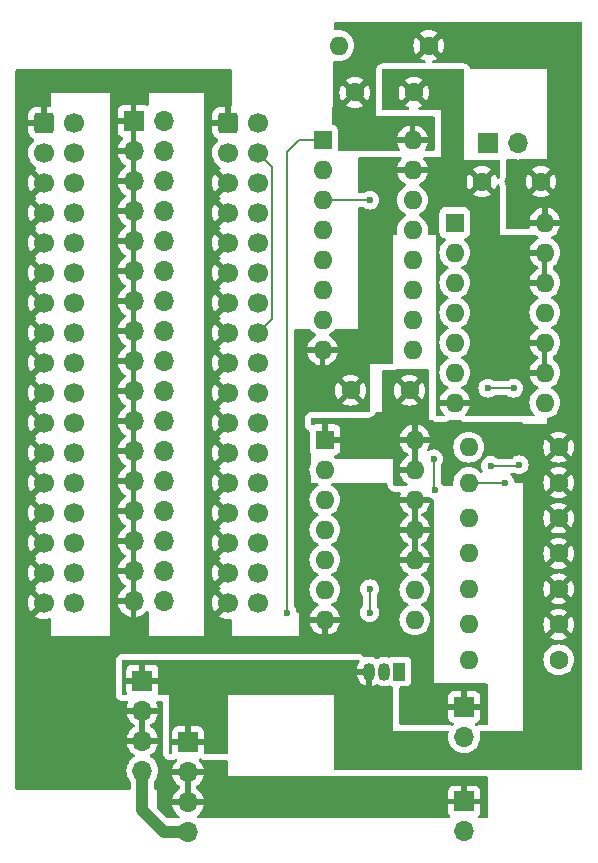
<source format=gbl>
G04 #@! TF.GenerationSoftware,KiCad,Pcbnew,8.0.4*
G04 #@! TF.CreationDate,2024-09-21T15:59:35+01:00*
G04 #@! TF.ProjectId,AmigaDualFloppyInterface,416d6967-6144-4756-916c-466c6f707079,1.0*
G04 #@! TF.SameCoordinates,Original*
G04 #@! TF.FileFunction,Copper,L2,Bot*
G04 #@! TF.FilePolarity,Positive*
%FSLAX46Y46*%
G04 Gerber Fmt 4.6, Leading zero omitted, Abs format (unit mm)*
G04 Created by KiCad (PCBNEW 8.0.4) date 2024-09-21 15:59:35*
%MOMM*%
%LPD*%
G01*
G04 APERTURE LIST*
G04 Aperture macros list*
%AMRoundRect*
0 Rectangle with rounded corners*
0 $1 Rounding radius*
0 $2 $3 $4 $5 $6 $7 $8 $9 X,Y pos of 4 corners*
0 Add a 4 corners polygon primitive as box body*
4,1,4,$2,$3,$4,$5,$6,$7,$8,$9,$2,$3,0*
0 Add four circle primitives for the rounded corners*
1,1,$1+$1,$2,$3*
1,1,$1+$1,$4,$5*
1,1,$1+$1,$6,$7*
1,1,$1+$1,$8,$9*
0 Add four rect primitives between the rounded corners*
20,1,$1+$1,$2,$3,$4,$5,0*
20,1,$1+$1,$4,$5,$6,$7,0*
20,1,$1+$1,$6,$7,$8,$9,0*
20,1,$1+$1,$8,$9,$2,$3,0*%
G04 Aperture macros list end*
G04 #@! TA.AperFunction,ComponentPad*
%ADD10C,1.600000*%
G04 #@! TD*
G04 #@! TA.AperFunction,ComponentPad*
%ADD11O,1.600000X1.600000*%
G04 #@! TD*
G04 #@! TA.AperFunction,ComponentPad*
%ADD12R,1.050000X1.500000*%
G04 #@! TD*
G04 #@! TA.AperFunction,ComponentPad*
%ADD13O,1.050000X1.500000*%
G04 #@! TD*
G04 #@! TA.AperFunction,ComponentPad*
%ADD14R,1.700000X1.700000*%
G04 #@! TD*
G04 #@! TA.AperFunction,ComponentPad*
%ADD15O,1.700000X1.700000*%
G04 #@! TD*
G04 #@! TA.AperFunction,ComponentPad*
%ADD16R,1.600000X1.600000*%
G04 #@! TD*
G04 #@! TA.AperFunction,ComponentPad*
%ADD17RoundRect,0.250000X-0.600000X-0.600000X0.600000X-0.600000X0.600000X0.600000X-0.600000X0.600000X0*%
G04 #@! TD*
G04 #@! TA.AperFunction,ComponentPad*
%ADD18C,1.700000*%
G04 #@! TD*
G04 #@! TA.AperFunction,ViaPad*
%ADD19C,0.600000*%
G04 #@! TD*
G04 #@! TA.AperFunction,Conductor*
%ADD20C,1.000000*%
G04 #@! TD*
G04 #@! TA.AperFunction,Conductor*
%ADD21C,0.200000*%
G04 #@! TD*
G04 APERTURE END LIST*
D10*
X111000000Y-121000000D03*
D11*
X103380000Y-121000000D03*
D10*
X100000000Y-69000000D03*
D11*
X92380000Y-69000000D03*
D10*
X111000000Y-118000000D03*
D11*
X103380000Y-118000000D03*
D10*
X111000000Y-115000000D03*
D11*
X103380000Y-115000000D03*
D10*
X111000000Y-109000000D03*
D11*
X103380000Y-109000000D03*
D10*
X111000000Y-106000000D03*
D11*
X103380000Y-106000000D03*
D10*
X111000000Y-103000000D03*
D11*
X103380000Y-103000000D03*
D10*
X93740341Y-72960682D03*
X98740341Y-72960682D03*
X109500000Y-80508286D03*
X104500000Y-80508286D03*
X98376184Y-98186049D03*
X93376184Y-98186049D03*
D12*
X97505233Y-122000000D03*
D13*
X96235233Y-122000000D03*
X94965233Y-122000000D03*
D14*
X103000000Y-125000000D03*
D15*
X103000000Y-127540000D03*
D16*
X91000000Y-77000000D03*
D11*
X91000000Y-79540000D03*
X91000000Y-82080000D03*
X91000000Y-84620000D03*
X91000000Y-87160000D03*
X91000000Y-89700000D03*
X91000000Y-92240000D03*
X91000000Y-94780000D03*
X98620000Y-94780000D03*
X98620000Y-92240000D03*
X98620000Y-89700000D03*
X98620000Y-87160000D03*
X98620000Y-84620000D03*
X98620000Y-82080000D03*
X98620000Y-79540000D03*
X98620000Y-77000000D03*
D17*
X83000000Y-75550000D03*
D18*
X85540000Y-75550000D03*
X83000000Y-78090000D03*
X85540000Y-78090000D03*
X83000000Y-80630000D03*
X85540000Y-80630000D03*
X83000000Y-83170000D03*
X85540000Y-83170000D03*
X83000000Y-85710000D03*
X85540000Y-85710000D03*
X83000000Y-88250000D03*
X85540000Y-88250000D03*
X83000000Y-90790000D03*
X85540000Y-90790000D03*
X83000000Y-93330000D03*
X85540000Y-93330000D03*
X83000000Y-95870000D03*
X85540000Y-95870000D03*
X83000000Y-98410000D03*
X85540000Y-98410000D03*
X83000000Y-100950000D03*
X85540000Y-100950000D03*
X83000000Y-103490000D03*
X85540000Y-103490000D03*
X83000000Y-106030000D03*
X85540000Y-106030000D03*
X83000000Y-108570000D03*
X85540000Y-108570000D03*
X83000000Y-111110000D03*
X85540000Y-111110000D03*
X83000000Y-113650000D03*
X85540000Y-113650000D03*
X83000000Y-116190000D03*
X85540000Y-116190000D03*
D16*
X102200000Y-84000000D03*
D11*
X102200000Y-86540000D03*
X102200000Y-89080000D03*
X102200000Y-91620000D03*
X102200000Y-94160000D03*
X102200000Y-96700000D03*
X102200000Y-99240000D03*
X109820000Y-99240000D03*
X109820000Y-96700000D03*
X109820000Y-94160000D03*
X109820000Y-91620000D03*
X109820000Y-89080000D03*
X109820000Y-86540000D03*
X109820000Y-84000000D03*
D14*
X104988683Y-77289682D03*
D15*
X107528683Y-77289682D03*
D16*
X91200000Y-102375000D03*
D11*
X91200000Y-104915000D03*
X91200000Y-107455000D03*
X91200000Y-109995000D03*
X91200000Y-112535000D03*
X91200000Y-115075000D03*
X91200000Y-117615000D03*
X98820000Y-117615000D03*
X98820000Y-115075000D03*
X98820000Y-112535000D03*
X98820000Y-109995000D03*
X98820000Y-107455000D03*
X98820000Y-104915000D03*
X98820000Y-102375000D03*
D14*
X103000000Y-133000000D03*
D15*
X103000000Y-135540000D03*
D17*
X67415000Y-75550000D03*
D18*
X69955000Y-75550000D03*
X67415000Y-78090000D03*
X69955000Y-78090000D03*
X67415000Y-80630000D03*
X69955000Y-80630000D03*
X67415000Y-83170000D03*
X69955000Y-83170000D03*
X67415000Y-85710000D03*
X69955000Y-85710000D03*
X67415000Y-88250000D03*
X69955000Y-88250000D03*
X67415000Y-90790000D03*
X69955000Y-90790000D03*
X67415000Y-93330000D03*
X69955000Y-93330000D03*
X67415000Y-95870000D03*
X69955000Y-95870000D03*
X67415000Y-98410000D03*
X69955000Y-98410000D03*
X67415000Y-100950000D03*
X69955000Y-100950000D03*
X67415000Y-103490000D03*
X69955000Y-103490000D03*
X67415000Y-106030000D03*
X69955000Y-106030000D03*
X67415000Y-108570000D03*
X69955000Y-108570000D03*
X67415000Y-111110000D03*
X69955000Y-111110000D03*
X67415000Y-113650000D03*
X69955000Y-113650000D03*
X67415000Y-116190000D03*
X69955000Y-116190000D03*
D14*
X79613106Y-127997615D03*
D15*
X79613106Y-130537615D03*
X79613106Y-133077615D03*
X79613106Y-135617615D03*
D14*
X75000000Y-75380000D03*
D15*
X77540000Y-75380000D03*
X75000000Y-77920000D03*
X77540000Y-77920000D03*
X75000000Y-80460000D03*
X77540000Y-80460000D03*
X75000000Y-83000000D03*
X77540000Y-83000000D03*
X75000000Y-85540000D03*
X77540000Y-85540000D03*
X75000000Y-88080000D03*
X77540000Y-88080000D03*
X75000000Y-90620000D03*
X77540000Y-90620000D03*
X75000000Y-93160000D03*
X77540000Y-93160000D03*
X75000000Y-95700000D03*
X77540000Y-95700000D03*
X75000000Y-98240000D03*
X77540000Y-98240000D03*
X75000000Y-100780000D03*
X77540000Y-100780000D03*
X75000000Y-103320000D03*
X77540000Y-103320000D03*
X75000000Y-105860000D03*
X77540000Y-105860000D03*
X75000000Y-108400000D03*
X77540000Y-108400000D03*
X75000000Y-110940000D03*
X77540000Y-110940000D03*
X75000000Y-113480000D03*
X77540000Y-113480000D03*
X75000000Y-116020000D03*
X77540000Y-116020000D03*
D14*
X75750000Y-122770000D03*
D15*
X75750000Y-125310000D03*
X75750000Y-127850000D03*
X75750000Y-130390000D03*
D10*
X111000000Y-112000000D03*
D11*
X103380000Y-112000000D03*
D19*
X95000000Y-117000000D03*
X95000000Y-115000000D03*
X107650667Y-104500000D03*
X105230000Y-104566131D03*
X107175735Y-98000000D03*
X105000000Y-98000000D03*
X100429100Y-104000000D03*
X100500000Y-106615000D03*
X95000000Y-82080000D03*
X88000000Y-117000000D03*
X106430000Y-106000000D03*
D20*
X79613106Y-135617615D02*
X79586454Y-135590963D01*
X75750000Y-133750000D02*
X75750000Y-130390000D01*
X79586454Y-135590963D02*
X77590963Y-135590963D01*
X77590963Y-135590963D02*
X75750000Y-133750000D01*
D21*
X107584536Y-104566131D02*
X105230000Y-104566131D01*
X107650667Y-104500000D02*
X107584536Y-104566131D01*
X107175735Y-98000000D02*
X105000000Y-98000000D01*
X95000000Y-82080000D02*
X91000000Y-82080000D01*
X106430000Y-106000000D02*
X103380000Y-106000000D01*
X95000000Y-115000000D02*
X95000000Y-117000000D01*
X100429100Y-106544100D02*
X100500000Y-106615000D01*
X100429100Y-104000000D02*
X100429100Y-106544100D01*
X85540000Y-78090000D02*
X86690000Y-79240000D01*
X86690000Y-79240000D02*
X86690000Y-92180000D01*
X86690000Y-92180000D02*
X85540000Y-93330000D01*
X89000000Y-77000000D02*
X88000000Y-78000000D01*
X88000000Y-78000000D02*
X88000000Y-117000000D01*
X91000000Y-77000000D02*
X89000000Y-77000000D01*
G04 #@! TA.AperFunction,Conductor*
G36*
X94085364Y-121019685D02*
G01*
X94131119Y-121072489D01*
X94141063Y-121141647D01*
X94121427Y-121192891D01*
X94056892Y-121289473D01*
X94056885Y-121289486D01*
X93979623Y-121476016D01*
X93979620Y-121476025D01*
X93940233Y-121674041D01*
X93940233Y-121750000D01*
X94684903Y-121750000D01*
X94665158Y-121769745D01*
X94615789Y-121855255D01*
X94590233Y-121950630D01*
X94590233Y-122049370D01*
X94615789Y-122144745D01*
X94665158Y-122230255D01*
X94684903Y-122250000D01*
X93940233Y-122250000D01*
X93940233Y-122325958D01*
X93979620Y-122523974D01*
X93979623Y-122523983D01*
X94056885Y-122710513D01*
X94056892Y-122710526D01*
X94169062Y-122878399D01*
X94169065Y-122878403D01*
X94311829Y-123021167D01*
X94311833Y-123021170D01*
X94479706Y-123133340D01*
X94479719Y-123133347D01*
X94666249Y-123210609D01*
X94666258Y-123210612D01*
X94715233Y-123220353D01*
X94715233Y-122280330D01*
X94734978Y-122300075D01*
X94820488Y-122349444D01*
X94915863Y-122375000D01*
X95014603Y-122375000D01*
X95109978Y-122349444D01*
X95195488Y-122300075D01*
X95209733Y-122285830D01*
X95209733Y-122326002D01*
X95212850Y-122341671D01*
X95215233Y-122365865D01*
X95215233Y-123220352D01*
X95264207Y-123210612D01*
X95264216Y-123210609D01*
X95450748Y-123133346D01*
X95450751Y-123133344D01*
X95530891Y-123079796D01*
X95597568Y-123058917D01*
X95664949Y-123077401D01*
X95668655Y-123079783D01*
X95749477Y-123133786D01*
X95936106Y-123211091D01*
X96102010Y-123244091D01*
X96134225Y-123250499D01*
X96134229Y-123250500D01*
X96134230Y-123250500D01*
X96336237Y-123250500D01*
X96336238Y-123250499D01*
X96534360Y-123211091D01*
X96535517Y-123210612D01*
X96578112Y-123192968D01*
X96615031Y-123177674D01*
X96684500Y-123170205D01*
X96729891Y-123189962D01*
X96730119Y-123189546D01*
X96734773Y-123192087D01*
X96736795Y-123192967D01*
X96737902Y-123193796D01*
X96737903Y-123193796D01*
X96737904Y-123193797D01*
X96872750Y-123244091D01*
X96872749Y-123244091D01*
X96889256Y-123245866D01*
X96953807Y-123272604D01*
X96993655Y-123329997D01*
X97000000Y-123369155D01*
X97000000Y-127000000D01*
X92000000Y-127000000D01*
X92000000Y-124000000D01*
X83000000Y-124000000D01*
X78000000Y-124000000D01*
X77170509Y-124000000D01*
X77103470Y-123980315D01*
X77057715Y-123927511D01*
X77047771Y-123858353D01*
X77054327Y-123832667D01*
X77093596Y-123727379D01*
X77093598Y-123727372D01*
X77099999Y-123667844D01*
X77100000Y-123667827D01*
X77100000Y-123020000D01*
X76183012Y-123020000D01*
X76215925Y-122962993D01*
X76250000Y-122835826D01*
X76250000Y-122704174D01*
X76215925Y-122577007D01*
X76183012Y-122520000D01*
X77100000Y-122520000D01*
X77100000Y-121872172D01*
X77099999Y-121872155D01*
X77093598Y-121812627D01*
X77093596Y-121812620D01*
X77043354Y-121677913D01*
X77043350Y-121677906D01*
X76957190Y-121562812D01*
X76957187Y-121562809D01*
X76842093Y-121476649D01*
X76842086Y-121476645D01*
X76707379Y-121426403D01*
X76707372Y-121426401D01*
X76647844Y-121420000D01*
X76000000Y-121420000D01*
X76000000Y-122336988D01*
X75942993Y-122304075D01*
X75815826Y-122270000D01*
X75684174Y-122270000D01*
X75557007Y-122304075D01*
X75500000Y-122336988D01*
X75500000Y-121420000D01*
X74852155Y-121420000D01*
X74792627Y-121426401D01*
X74792620Y-121426403D01*
X74657913Y-121476645D01*
X74657906Y-121476649D01*
X74542812Y-121562809D01*
X74542809Y-121562812D01*
X74456649Y-121677906D01*
X74456645Y-121677913D01*
X74406403Y-121812620D01*
X74406401Y-121812627D01*
X74400000Y-121872155D01*
X74400000Y-122520000D01*
X75316988Y-122520000D01*
X75284075Y-122577007D01*
X75250000Y-122704174D01*
X75250000Y-122835826D01*
X75284075Y-122962993D01*
X75316988Y-123020000D01*
X74400000Y-123020000D01*
X74400000Y-123667844D01*
X74406401Y-123727372D01*
X74406403Y-123727379D01*
X74445673Y-123832667D01*
X74450657Y-123902358D01*
X74417172Y-123963681D01*
X74355849Y-123997166D01*
X74329491Y-124000000D01*
X74124000Y-124000000D01*
X74056961Y-123980315D01*
X74011206Y-123927511D01*
X74000000Y-123876000D01*
X74000000Y-121124000D01*
X74019685Y-121056961D01*
X74072489Y-121011206D01*
X74124000Y-121000000D01*
X94018325Y-121000000D01*
X94085364Y-121019685D01*
G37*
G04 #@! TD.AperFunction*
G04 #@! TA.AperFunction,Conductor*
G36*
X99943039Y-96393302D02*
G01*
X99988794Y-96446106D01*
X100000000Y-96497617D01*
X100000000Y-100000000D01*
X96000000Y-100000000D01*
X96000000Y-98186046D01*
X97071218Y-98186046D01*
X97071218Y-98186051D01*
X97091042Y-98412648D01*
X97091044Y-98412659D01*
X97149914Y-98632366D01*
X97149919Y-98632380D01*
X97246047Y-98838527D01*
X97297158Y-98911521D01*
X97976184Y-98232495D01*
X97976184Y-98238710D01*
X98003443Y-98340443D01*
X98056104Y-98431655D01*
X98130578Y-98506129D01*
X98221790Y-98558790D01*
X98323523Y-98586049D01*
X98329737Y-98586049D01*
X97650710Y-99265074D01*
X97723697Y-99316181D01*
X97723705Y-99316185D01*
X97929852Y-99412313D01*
X97929866Y-99412318D01*
X98149573Y-99471188D01*
X98149584Y-99471190D01*
X98376182Y-99491015D01*
X98376186Y-99491015D01*
X98602783Y-99471190D01*
X98602794Y-99471188D01*
X98822501Y-99412318D01*
X98822515Y-99412313D01*
X99028662Y-99316185D01*
X99101655Y-99265073D01*
X98422631Y-98586049D01*
X98428845Y-98586049D01*
X98530578Y-98558790D01*
X98621790Y-98506129D01*
X98696264Y-98431655D01*
X98748925Y-98340443D01*
X98776184Y-98238710D01*
X98776184Y-98232496D01*
X99455208Y-98911520D01*
X99506320Y-98838527D01*
X99602448Y-98632380D01*
X99602453Y-98632366D01*
X99661323Y-98412659D01*
X99661325Y-98412648D01*
X99681150Y-98186051D01*
X99681150Y-98186046D01*
X99661325Y-97959449D01*
X99661323Y-97959438D01*
X99602453Y-97739731D01*
X99602448Y-97739717D01*
X99506320Y-97533570D01*
X99506316Y-97533562D01*
X99455209Y-97460575D01*
X98776184Y-98139600D01*
X98776184Y-98133388D01*
X98748925Y-98031655D01*
X98696264Y-97940443D01*
X98621790Y-97865969D01*
X98530578Y-97813308D01*
X98428845Y-97786049D01*
X98422632Y-97786049D01*
X99101656Y-97107023D01*
X99028662Y-97055912D01*
X98822515Y-96959784D01*
X98822501Y-96959779D01*
X98602794Y-96900909D01*
X98602783Y-96900907D01*
X98376186Y-96881083D01*
X98376182Y-96881083D01*
X98149584Y-96900907D01*
X98149573Y-96900909D01*
X97929866Y-96959779D01*
X97929857Y-96959783D01*
X97723700Y-97055915D01*
X97723696Y-97055917D01*
X97650710Y-97107022D01*
X97650710Y-97107023D01*
X98329737Y-97786049D01*
X98323523Y-97786049D01*
X98221790Y-97813308D01*
X98130578Y-97865969D01*
X98056104Y-97940443D01*
X98003443Y-98031655D01*
X97976184Y-98133388D01*
X97976184Y-98139601D01*
X97297158Y-97460575D01*
X97297157Y-97460575D01*
X97246052Y-97533561D01*
X97246050Y-97533565D01*
X97149918Y-97739722D01*
X97149914Y-97739731D01*
X97091044Y-97959438D01*
X97091042Y-97959449D01*
X97071218Y-98186046D01*
X96000000Y-98186046D01*
X96000000Y-96629500D01*
X96019685Y-96562461D01*
X96072489Y-96516706D01*
X96124000Y-96505500D01*
X96875990Y-96505500D01*
X96876000Y-96505500D01*
X96983456Y-96493947D01*
X97034967Y-96482741D01*
X97069197Y-96471347D01*
X97137497Y-96448616D01*
X97137501Y-96448613D01*
X97137504Y-96448613D01*
X97223569Y-96393302D01*
X97290609Y-96373617D01*
X99876000Y-96373617D01*
X99943039Y-96393302D01*
G37*
G04 #@! TD.AperFunction*
G04 #@! TA.AperFunction,Conductor*
G36*
X100000000Y-100660374D02*
G01*
X100207337Y-100660374D01*
X100274376Y-100680059D01*
X100301050Y-100703171D01*
X100304602Y-100707270D01*
X100413336Y-100801490D01*
X100413339Y-100801491D01*
X100413340Y-100801492D01*
X100508208Y-100844818D01*
X100544213Y-100861261D01*
X100611252Y-100880946D01*
X100611256Y-100880947D01*
X100753672Y-100901423D01*
X100753675Y-100901423D01*
X101218102Y-100901423D01*
X101236084Y-100901102D01*
X101236094Y-100901101D01*
X101236129Y-100901101D01*
X101244975Y-100900785D01*
X101262992Y-100899819D01*
X101403584Y-100869235D01*
X101469048Y-100844818D01*
X101595323Y-100775867D01*
X101674500Y-100696691D01*
X101735823Y-100663207D01*
X101762180Y-100660374D01*
X102635582Y-100660374D01*
X102702621Y-100680059D01*
X102729295Y-100703171D01*
X102732847Y-100707270D01*
X102841581Y-100801490D01*
X102841584Y-100801491D01*
X102841585Y-100801492D01*
X102936453Y-100844818D01*
X102972458Y-100861261D01*
X103039497Y-100880946D01*
X103039501Y-100880947D01*
X103181917Y-100901423D01*
X103181920Y-100901423D01*
X107876000Y-100901423D01*
X107943039Y-100921108D01*
X107988794Y-100973912D01*
X107992931Y-100992931D01*
X108000000Y-101000000D01*
X108000000Y-103774144D01*
X107829921Y-103714631D01*
X107829916Y-103714630D01*
X107650671Y-103694435D01*
X107650663Y-103694435D01*
X107471417Y-103714630D01*
X107471412Y-103714631D01*
X107301143Y-103774211D01*
X107148404Y-103870184D01*
X107089277Y-103929312D01*
X107027954Y-103962797D01*
X107001596Y-103965631D01*
X105812412Y-103965631D01*
X105745373Y-103945946D01*
X105735097Y-103938576D01*
X105732263Y-103936316D01*
X105732262Y-103936315D01*
X105670153Y-103897289D01*
X105579523Y-103840342D01*
X105409254Y-103780762D01*
X105409249Y-103780761D01*
X105230004Y-103760566D01*
X105229996Y-103760566D01*
X105050750Y-103780761D01*
X105050745Y-103780762D01*
X104880476Y-103840342D01*
X104727737Y-103936315D01*
X104600184Y-104063868D01*
X104504211Y-104216607D01*
X104444631Y-104386876D01*
X104444630Y-104386881D01*
X104424435Y-104566127D01*
X104424435Y-104566134D01*
X104444630Y-104745380D01*
X104444631Y-104745385D01*
X104504211Y-104915654D01*
X104543168Y-104977653D01*
X104562168Y-105044890D01*
X104541800Y-105111725D01*
X104488532Y-105156939D01*
X104419276Y-105166177D01*
X104356020Y-105136505D01*
X104350493Y-105131306D01*
X104219141Y-104999954D01*
X104032734Y-104869432D01*
X104032732Y-104869431D01*
X103826497Y-104773261D01*
X103826488Y-104773258D01*
X103606697Y-104714366D01*
X103606693Y-104714365D01*
X103606692Y-104714365D01*
X103606691Y-104714364D01*
X103606686Y-104714364D01*
X103380002Y-104694532D01*
X103379998Y-104694532D01*
X103153313Y-104714364D01*
X103153302Y-104714366D01*
X102933511Y-104773258D01*
X102933502Y-104773261D01*
X102727267Y-104869431D01*
X102727265Y-104869432D01*
X102540858Y-104999954D01*
X102379954Y-105160858D01*
X102249432Y-105347265D01*
X102249431Y-105347267D01*
X102153261Y-105553502D01*
X102153258Y-105553511D01*
X102094366Y-105773302D01*
X102094364Y-105773313D01*
X102074532Y-105999998D01*
X102074532Y-106000000D01*
X102086228Y-106133687D01*
X102072461Y-106202187D01*
X102023846Y-106252370D01*
X101962700Y-106268494D01*
X101296216Y-106268494D01*
X101229177Y-106248809D01*
X101191223Y-106210467D01*
X101129816Y-106112738D01*
X101065919Y-106048841D01*
X101032434Y-105987518D01*
X101029600Y-105961160D01*
X101029600Y-104582412D01*
X101049285Y-104515373D01*
X101056655Y-104505097D01*
X101058910Y-104502267D01*
X101058916Y-104502262D01*
X101154889Y-104349522D01*
X101214468Y-104179255D01*
X101217711Y-104150478D01*
X101234665Y-104000000D01*
X101234665Y-103999996D01*
X101214469Y-103820750D01*
X101214468Y-103820745D01*
X101201913Y-103784865D01*
X101154889Y-103650478D01*
X101058916Y-103497738D01*
X100931362Y-103370184D01*
X100778623Y-103274211D01*
X100608354Y-103214631D01*
X100608349Y-103214630D01*
X100429104Y-103194435D01*
X100429096Y-103194435D01*
X100249850Y-103214630D01*
X100249845Y-103214631D01*
X100079574Y-103274212D01*
X100059329Y-103286933D01*
X99992092Y-103305933D01*
X99925257Y-103285565D01*
X99880044Y-103232296D01*
X99870807Y-103163040D01*
X99891784Y-103110815D01*
X99950129Y-103027489D01*
X99950133Y-103027483D01*
X99962949Y-102999998D01*
X102074532Y-102999998D01*
X102074532Y-103000001D01*
X102094364Y-103226686D01*
X102094366Y-103226697D01*
X102153258Y-103446488D01*
X102153261Y-103446497D01*
X102249431Y-103652732D01*
X102249432Y-103652734D01*
X102379954Y-103839141D01*
X102540858Y-104000045D01*
X102540861Y-104000047D01*
X102727266Y-104130568D01*
X102933504Y-104226739D01*
X103153308Y-104285635D01*
X103315230Y-104299801D01*
X103379998Y-104305468D01*
X103380000Y-104305468D01*
X103380002Y-104305468D01*
X103436673Y-104300509D01*
X103606692Y-104285635D01*
X103826496Y-104226739D01*
X104032734Y-104130568D01*
X104219139Y-104000047D01*
X104380047Y-103839139D01*
X104510568Y-103652734D01*
X104606739Y-103446496D01*
X104665635Y-103226692D01*
X104685468Y-103000000D01*
X104665635Y-102773308D01*
X104606739Y-102553504D01*
X104510568Y-102347266D01*
X104380047Y-102160861D01*
X104380045Y-102160858D01*
X104219141Y-101999954D01*
X104032734Y-101869432D01*
X104032732Y-101869431D01*
X103826497Y-101773261D01*
X103826488Y-101773258D01*
X103606697Y-101714366D01*
X103606693Y-101714365D01*
X103606692Y-101714365D01*
X103606691Y-101714364D01*
X103606686Y-101714364D01*
X103380002Y-101694532D01*
X103379998Y-101694532D01*
X103153313Y-101714364D01*
X103153302Y-101714366D01*
X102933511Y-101773258D01*
X102933502Y-101773261D01*
X102727267Y-101869431D01*
X102727265Y-101869432D01*
X102540858Y-101999954D01*
X102379954Y-102160858D01*
X102249432Y-102347265D01*
X102249431Y-102347267D01*
X102153261Y-102553502D01*
X102153258Y-102553511D01*
X102094366Y-102773302D01*
X102094364Y-102773313D01*
X102074532Y-102999998D01*
X99962949Y-102999998D01*
X100046265Y-102821326D01*
X100046269Y-102821317D01*
X100098872Y-102625000D01*
X99135686Y-102625000D01*
X99140080Y-102620606D01*
X99192741Y-102529394D01*
X99220000Y-102427661D01*
X99220000Y-102322339D01*
X99192741Y-102220606D01*
X99140080Y-102129394D01*
X99135686Y-102125000D01*
X100098872Y-102125000D01*
X100098872Y-102124999D01*
X100046269Y-101928682D01*
X100046265Y-101928673D01*
X99950134Y-101722517D01*
X99819657Y-101536179D01*
X99658820Y-101375342D01*
X99472482Y-101244865D01*
X99266328Y-101148734D01*
X99070000Y-101096127D01*
X99070000Y-102059314D01*
X99065606Y-102054920D01*
X98974394Y-102002259D01*
X98872661Y-101975000D01*
X98767339Y-101975000D01*
X98665606Y-102002259D01*
X98574394Y-102054920D01*
X98570000Y-102059314D01*
X98570000Y-101096127D01*
X98373671Y-101148734D01*
X98167517Y-101244865D01*
X97981179Y-101375342D01*
X97820342Y-101536179D01*
X97689865Y-101722517D01*
X97593734Y-101928673D01*
X97593730Y-101928682D01*
X97541127Y-102124999D01*
X97541128Y-102125000D01*
X98504314Y-102125000D01*
X98499920Y-102129394D01*
X98447259Y-102220606D01*
X98420000Y-102322339D01*
X98420000Y-102427661D01*
X98447259Y-102529394D01*
X98499920Y-102620606D01*
X98504314Y-102625000D01*
X97541128Y-102625000D01*
X97593730Y-102821317D01*
X97593734Y-102821326D01*
X97689865Y-103027482D01*
X97820342Y-103213820D01*
X97981179Y-103374657D01*
X98167517Y-103505134D01*
X98226457Y-103532618D01*
X98278896Y-103578790D01*
X98298048Y-103645984D01*
X98277832Y-103712865D01*
X98226457Y-103757382D01*
X98167517Y-103784865D01*
X97981179Y-103915342D01*
X97820342Y-104076179D01*
X97689865Y-104262517D01*
X97593734Y-104468673D01*
X97593730Y-104468682D01*
X97541127Y-104664999D01*
X97541128Y-104665000D01*
X98504314Y-104665000D01*
X98499920Y-104669394D01*
X98447259Y-104760606D01*
X98420000Y-104862339D01*
X98420000Y-104967661D01*
X98447259Y-105069394D01*
X98499920Y-105160606D01*
X98504314Y-105165000D01*
X97541128Y-105165000D01*
X97593730Y-105361317D01*
X97593734Y-105361326D01*
X97689865Y-105567482D01*
X97820342Y-105753820D01*
X97981179Y-105914657D01*
X98164354Y-106042919D01*
X98207979Y-106097497D01*
X98215171Y-106166995D01*
X98183649Y-106229350D01*
X98123419Y-106264763D01*
X98093230Y-106268494D01*
X97124000Y-106268494D01*
X97056961Y-106248809D01*
X97011206Y-106196005D01*
X97000000Y-106144494D01*
X97000000Y-104000000D01*
X92175548Y-104000000D01*
X92108509Y-103980315D01*
X92087866Y-103963680D01*
X92039142Y-103914956D01*
X92039139Y-103914953D01*
X92013912Y-103897289D01*
X91970287Y-103842712D01*
X91963095Y-103773213D01*
X91994617Y-103710859D01*
X92054847Y-103675445D01*
X92071781Y-103672424D01*
X92107380Y-103668596D01*
X92242086Y-103618354D01*
X92242093Y-103618350D01*
X92357187Y-103532190D01*
X92357190Y-103532187D01*
X92443350Y-103417093D01*
X92443354Y-103417086D01*
X92493596Y-103282379D01*
X92493598Y-103282372D01*
X92499999Y-103222844D01*
X92500000Y-103222827D01*
X92500000Y-102625000D01*
X91515686Y-102625000D01*
X91520080Y-102620606D01*
X91572741Y-102529394D01*
X91600000Y-102427661D01*
X91600000Y-102322339D01*
X91572741Y-102220606D01*
X91520080Y-102129394D01*
X91515686Y-102125000D01*
X92500000Y-102125000D01*
X92500000Y-101527172D01*
X92499999Y-101527155D01*
X92493598Y-101467627D01*
X92493596Y-101467620D01*
X92443354Y-101332913D01*
X92443350Y-101332906D01*
X92357190Y-101217812D01*
X92357187Y-101217809D01*
X92242093Y-101131649D01*
X92242086Y-101131645D01*
X92107379Y-101081403D01*
X92107372Y-101081401D01*
X92047844Y-101075000D01*
X91450000Y-101075000D01*
X91450000Y-102059314D01*
X91445606Y-102054920D01*
X91354394Y-102002259D01*
X91252661Y-101975000D01*
X91147339Y-101975000D01*
X91045606Y-102002259D01*
X90954394Y-102054920D01*
X90950000Y-102059314D01*
X90950000Y-101075000D01*
X90352155Y-101075000D01*
X90292627Y-101081401D01*
X90292619Y-101081403D01*
X90167333Y-101128132D01*
X90097641Y-101133116D01*
X90036318Y-101099631D01*
X90002834Y-101038307D01*
X90000000Y-101011950D01*
X90000000Y-100629500D01*
X90019685Y-100562461D01*
X90072489Y-100516706D01*
X90124000Y-100505500D01*
X94875990Y-100505500D01*
X94876000Y-100505500D01*
X94983456Y-100493947D01*
X95034967Y-100482741D01*
X95069197Y-100471347D01*
X95137497Y-100448616D01*
X95137501Y-100448613D01*
X95137504Y-100448613D01*
X95258543Y-100370825D01*
X95311347Y-100325070D01*
X95405567Y-100216336D01*
X95465338Y-100085459D01*
X95465339Y-100085457D01*
X95466884Y-100081315D01*
X95468803Y-100082030D01*
X95502040Y-100030298D01*
X95565592Y-100001265D01*
X95583256Y-100000000D01*
X96000000Y-100000000D01*
X100000000Y-100000000D01*
X100000000Y-100660374D01*
G37*
G04 #@! TD.AperFunction*
G04 #@! TA.AperFunction,Conductor*
G36*
X107237245Y-105185638D02*
G01*
X107301142Y-105225788D01*
X107471412Y-105285368D01*
X107471417Y-105285369D01*
X107650663Y-105305565D01*
X107650667Y-105305565D01*
X107650671Y-105305565D01*
X107829916Y-105285369D01*
X107829919Y-105285368D01*
X107829922Y-105285368D01*
X108000000Y-105225855D01*
X108000000Y-106000000D01*
X107346378Y-106000000D01*
X107279339Y-105980315D01*
X107233584Y-105927511D01*
X107223158Y-105889883D01*
X107215369Y-105820749D01*
X107215368Y-105820745D01*
X107198767Y-105773302D01*
X107155789Y-105650478D01*
X107059816Y-105497738D01*
X106940390Y-105378312D01*
X106906905Y-105316989D01*
X106911889Y-105247297D01*
X106953761Y-105191364D01*
X107019225Y-105166947D01*
X107028071Y-105166631D01*
X107171272Y-105166631D01*
X107237245Y-105185638D01*
G37*
G04 #@! TD.AperFunction*
G04 #@! TA.AperFunction,Conductor*
G36*
X99070000Y-104599314D02*
G01*
X99065606Y-104594920D01*
X98974394Y-104542259D01*
X98872661Y-104515000D01*
X98767339Y-104515000D01*
X98665606Y-104542259D01*
X98574394Y-104594920D01*
X98570000Y-104599314D01*
X98570000Y-102690686D01*
X98574394Y-102695080D01*
X98665606Y-102747741D01*
X98767339Y-102775000D01*
X98872661Y-102775000D01*
X98974394Y-102747741D01*
X99065606Y-102695080D01*
X99070000Y-102690686D01*
X99070000Y-104599314D01*
G37*
G04 #@! TD.AperFunction*
G04 #@! TA.AperFunction,Conductor*
G36*
X83000000Y-128877263D02*
G01*
X82980315Y-128944302D01*
X82927511Y-128990057D01*
X82876000Y-129001263D01*
X81087106Y-129001263D01*
X81020067Y-128981578D01*
X80974312Y-128928774D01*
X80963106Y-128877263D01*
X80963106Y-128247615D01*
X80046118Y-128247615D01*
X80079031Y-128190608D01*
X80113106Y-128063441D01*
X80113106Y-127931789D01*
X80079031Y-127804622D01*
X80046118Y-127747615D01*
X80963106Y-127747615D01*
X80963106Y-127099787D01*
X80963105Y-127099770D01*
X80956704Y-127040242D01*
X80956702Y-127040235D01*
X80906460Y-126905528D01*
X80906456Y-126905521D01*
X80820296Y-126790427D01*
X80820293Y-126790424D01*
X80705199Y-126704264D01*
X80705192Y-126704260D01*
X80570485Y-126654018D01*
X80570478Y-126654016D01*
X80510950Y-126647615D01*
X79863106Y-126647615D01*
X79863106Y-127564603D01*
X79806099Y-127531690D01*
X79678932Y-127497615D01*
X79547280Y-127497615D01*
X79420113Y-127531690D01*
X79363106Y-127564603D01*
X79363106Y-126647615D01*
X78715261Y-126647615D01*
X78655733Y-126654016D01*
X78655726Y-126654018D01*
X78521019Y-126704260D01*
X78521012Y-126704264D01*
X78405918Y-126790424D01*
X78405915Y-126790427D01*
X78319755Y-126905521D01*
X78319751Y-126905528D01*
X78269509Y-127040235D01*
X78269507Y-127040242D01*
X78263106Y-127099770D01*
X78263106Y-127747615D01*
X79180094Y-127747615D01*
X79147181Y-127804622D01*
X79113106Y-127931789D01*
X79113106Y-128063441D01*
X79147181Y-128190608D01*
X79180094Y-128247615D01*
X78263106Y-128247615D01*
X78263106Y-128877263D01*
X78243421Y-128944302D01*
X78190617Y-128990057D01*
X78139106Y-129001263D01*
X78124000Y-129001263D01*
X78056961Y-128981578D01*
X78011206Y-128928774D01*
X78000000Y-128877263D01*
X78000000Y-124000000D01*
X83000000Y-124000000D01*
X83000000Y-128877263D01*
G37*
G04 #@! TD.AperFunction*
G04 #@! TA.AperFunction,Conductor*
G36*
X77629171Y-129259800D02*
G01*
X77629179Y-129259811D01*
X77674923Y-129312603D01*
X77674926Y-129312606D01*
X77674930Y-129312610D01*
X77783664Y-129406830D01*
X77783667Y-129406831D01*
X77783668Y-129406832D01*
X77877925Y-129449879D01*
X77914541Y-129466601D01*
X77981580Y-129486286D01*
X77981584Y-129486287D01*
X78124000Y-129506763D01*
X78124003Y-129506763D01*
X78139096Y-129506763D01*
X78139106Y-129506763D01*
X78246562Y-129495210D01*
X78298073Y-129484004D01*
X78332303Y-129472610D01*
X78400603Y-129449879D01*
X78400607Y-129449876D01*
X78400610Y-129449876D01*
X78521649Y-129372088D01*
X78521649Y-129372087D01*
X78524666Y-129370149D01*
X78591705Y-129350464D01*
X78658745Y-129370148D01*
X78704500Y-129422952D01*
X78714444Y-129492110D01*
X78685419Y-129555666D01*
X78679388Y-129562145D01*
X78574992Y-129666541D01*
X78439506Y-129860035D01*
X78439505Y-129860037D01*
X78339676Y-130074122D01*
X78339673Y-130074128D01*
X78282470Y-130287614D01*
X78282470Y-130287615D01*
X79180094Y-130287615D01*
X79147181Y-130344622D01*
X79113106Y-130471789D01*
X79113106Y-130603441D01*
X79147181Y-130730608D01*
X79180094Y-130787615D01*
X78282470Y-130787615D01*
X78339673Y-131001101D01*
X78339676Y-131001107D01*
X78439505Y-131215193D01*
X78575000Y-131408697D01*
X78742023Y-131575720D01*
X78928137Y-131706040D01*
X78971762Y-131760618D01*
X78978954Y-131830116D01*
X78947432Y-131892471D01*
X78928137Y-131909190D01*
X78742028Y-132039505D01*
X78742026Y-132039506D01*
X78574997Y-132206535D01*
X78574992Y-132206541D01*
X78439506Y-132400035D01*
X78439505Y-132400037D01*
X78339676Y-132614122D01*
X78339673Y-132614128D01*
X78282470Y-132827614D01*
X78282470Y-132827615D01*
X79180094Y-132827615D01*
X79147181Y-132884622D01*
X79113106Y-133011789D01*
X79113106Y-133143441D01*
X79147181Y-133270608D01*
X79180094Y-133327615D01*
X78282470Y-133327615D01*
X78339673Y-133541101D01*
X78339676Y-133541107D01*
X78439505Y-133755193D01*
X78575000Y-133948697D01*
X78742023Y-134115720D01*
X78848233Y-134190090D01*
X78891858Y-134244668D01*
X78899050Y-134314166D01*
X78867528Y-134376521D01*
X78807298Y-134411934D01*
X78777109Y-134415665D01*
X77881947Y-134415665D01*
X77814908Y-134395980D01*
X77794266Y-134379346D01*
X77036319Y-133621399D01*
X77002834Y-133560076D01*
X77000000Y-133533718D01*
X77000000Y-132000000D01*
X77000000Y-130904923D01*
X77023903Y-130853663D01*
X77085063Y-130625408D01*
X77105659Y-130390000D01*
X77085063Y-130154592D01*
X77023903Y-129926337D01*
X77000000Y-129875077D01*
X77000000Y-129211379D01*
X77598052Y-129211379D01*
X77629171Y-129259800D01*
G37*
G04 #@! TD.AperFunction*
G04 #@! TA.AperFunction,Conductor*
G36*
X80687658Y-129359358D02*
G01*
X80709431Y-129374475D01*
X80746770Y-129406830D01*
X80746773Y-129406831D01*
X80746774Y-129406832D01*
X80841031Y-129449879D01*
X80877647Y-129466601D01*
X80944686Y-129486286D01*
X80944690Y-129486287D01*
X81087106Y-129506763D01*
X81087109Y-129506763D01*
X82876000Y-129506763D01*
X82943039Y-129526448D01*
X82988794Y-129579252D01*
X83000000Y-129630763D01*
X83000000Y-134395529D01*
X82986546Y-134395529D01*
X82954860Y-134412831D01*
X82928502Y-134415665D01*
X80449103Y-134415665D01*
X80382064Y-134395980D01*
X80336309Y-134343176D01*
X80326365Y-134274018D01*
X80355390Y-134210462D01*
X80377979Y-134190090D01*
X80484188Y-134115720D01*
X80651211Y-133948697D01*
X80786706Y-133755193D01*
X80886535Y-133541107D01*
X80886538Y-133541101D01*
X80943742Y-133327615D01*
X80046118Y-133327615D01*
X80079031Y-133270608D01*
X80113106Y-133143441D01*
X80113106Y-133011789D01*
X80079031Y-132884622D01*
X80046118Y-132827615D01*
X80943742Y-132827615D01*
X80943741Y-132827614D01*
X80886538Y-132614128D01*
X80886535Y-132614122D01*
X80786706Y-132400037D01*
X80786705Y-132400035D01*
X80651219Y-132206541D01*
X80651214Y-132206535D01*
X80484188Y-132039509D01*
X80298074Y-131909190D01*
X80254450Y-131854613D01*
X80247257Y-131785114D01*
X80278779Y-131722760D01*
X80298074Y-131706040D01*
X80484188Y-131575720D01*
X80651211Y-131408697D01*
X80786706Y-131215193D01*
X80886535Y-131001107D01*
X80886538Y-131001101D01*
X80943742Y-130787615D01*
X80046118Y-130787615D01*
X80079031Y-130730608D01*
X80113106Y-130603441D01*
X80113106Y-130471789D01*
X80079031Y-130344622D01*
X80046118Y-130287615D01*
X80943742Y-130287615D01*
X80943741Y-130287614D01*
X80886538Y-130074128D01*
X80886535Y-130074122D01*
X80786706Y-129860037D01*
X80786705Y-129860035D01*
X80651219Y-129666541D01*
X80651214Y-129666535D01*
X80540550Y-129555871D01*
X80507065Y-129494548D01*
X80512049Y-129424856D01*
X80553921Y-129368923D01*
X80619385Y-129344506D01*
X80687658Y-129359358D01*
G37*
G04 #@! TD.AperFunction*
G04 #@! TA.AperFunction,Conductor*
G36*
X79863106Y-132644603D02*
G01*
X79806099Y-132611690D01*
X79678932Y-132577615D01*
X79547280Y-132577615D01*
X79420113Y-132611690D01*
X79363106Y-132644603D01*
X79363106Y-130970627D01*
X79420113Y-131003540D01*
X79547280Y-131037615D01*
X79678932Y-131037615D01*
X79806099Y-131003540D01*
X79863106Y-130970627D01*
X79863106Y-132644603D01*
G37*
G04 #@! TD.AperFunction*
G04 #@! TA.AperFunction,Conductor*
G36*
X96960476Y-78434953D02*
G01*
X97000000Y-78434953D01*
X97000000Y-85000000D01*
X97000000Y-95876000D01*
X96980315Y-95943039D01*
X96927511Y-95988794D01*
X96876000Y-96000000D01*
X95000000Y-96000000D01*
X95000000Y-93000000D01*
X94000000Y-93000000D01*
X94000000Y-82804500D01*
X94019685Y-82737461D01*
X94072489Y-82691706D01*
X94124000Y-82680500D01*
X94417588Y-82680500D01*
X94484627Y-82700185D01*
X94494903Y-82707555D01*
X94497736Y-82709814D01*
X94497738Y-82709816D01*
X94541735Y-82737461D01*
X94648426Y-82804500D01*
X94650478Y-82805789D01*
X94820745Y-82865368D01*
X94820750Y-82865369D01*
X94999996Y-82885565D01*
X95000000Y-82885565D01*
X95000004Y-82885565D01*
X95179249Y-82865369D01*
X95179252Y-82865368D01*
X95179255Y-82865368D01*
X95349522Y-82805789D01*
X95502262Y-82709816D01*
X95629816Y-82582262D01*
X95725789Y-82429522D01*
X95785368Y-82259255D01*
X95785369Y-82259249D01*
X95805565Y-82080003D01*
X95805565Y-82079996D01*
X95785369Y-81900750D01*
X95785368Y-81900745D01*
X95725788Y-81730476D01*
X95629815Y-81577737D01*
X95502262Y-81450184D01*
X95349523Y-81354211D01*
X95179254Y-81294631D01*
X95179249Y-81294630D01*
X95000004Y-81274435D01*
X94999996Y-81274435D01*
X94820750Y-81294630D01*
X94820745Y-81294631D01*
X94650476Y-81354211D01*
X94497736Y-81450185D01*
X94494903Y-81452445D01*
X94492724Y-81453334D01*
X94491842Y-81453889D01*
X94491744Y-81453734D01*
X94430217Y-81478855D01*
X94417588Y-81479500D01*
X94124000Y-81479500D01*
X94056961Y-81459815D01*
X94011206Y-81407011D01*
X94000000Y-81355500D01*
X94000000Y-78554032D01*
X94019685Y-78486993D01*
X94072489Y-78441238D01*
X94124000Y-78430032D01*
X96943717Y-78430032D01*
X96960476Y-78434953D01*
G37*
G04 #@! TD.AperFunction*
G04 #@! TA.AperFunction,Conductor*
G36*
X107350584Y-78629759D02*
G01*
X107528682Y-78645341D01*
X107528683Y-78645341D01*
X107528684Y-78645341D01*
X107706782Y-78629759D01*
X107717590Y-78629287D01*
X110000000Y-78629287D01*
X113000000Y-78629287D01*
X113000000Y-102000000D01*
X111646446Y-102000000D01*
X111725472Y-101920974D01*
X111652478Y-101869863D01*
X111446331Y-101773735D01*
X111446317Y-101773730D01*
X111226610Y-101714860D01*
X111226599Y-101714858D01*
X111000002Y-101695034D01*
X110999998Y-101695034D01*
X110773400Y-101714858D01*
X110773389Y-101714860D01*
X110553682Y-101773730D01*
X110553673Y-101773734D01*
X110347516Y-101869866D01*
X110347512Y-101869868D01*
X110274526Y-101920973D01*
X110274526Y-101920974D01*
X110353552Y-102000000D01*
X110000000Y-102000000D01*
X110000000Y-100633294D01*
X110019685Y-100566255D01*
X110072489Y-100520500D01*
X110091898Y-100513521D01*
X110266496Y-100466739D01*
X110472734Y-100370568D01*
X110659139Y-100240047D01*
X110820047Y-100079139D01*
X110950568Y-99892734D01*
X111046739Y-99686496D01*
X111105635Y-99466692D01*
X111125468Y-99240000D01*
X111105635Y-99013308D01*
X111046739Y-98793504D01*
X110950568Y-98587266D01*
X110820047Y-98400861D01*
X110820045Y-98400858D01*
X110659141Y-98239954D01*
X110472734Y-98109432D01*
X110472728Y-98109429D01*
X110414725Y-98082382D01*
X110362285Y-98036210D01*
X110343133Y-97969017D01*
X110363348Y-97902135D01*
X110414725Y-97857618D01*
X110472734Y-97830568D01*
X110659139Y-97700047D01*
X110820047Y-97539139D01*
X110950568Y-97352734D01*
X111046739Y-97146496D01*
X111105635Y-96926692D01*
X111125468Y-96700000D01*
X111105635Y-96473308D01*
X111046739Y-96253504D01*
X110950568Y-96047266D01*
X110820047Y-95860861D01*
X110820045Y-95860858D01*
X110659143Y-95699956D01*
X110558376Y-95629398D01*
X110514752Y-95574821D01*
X110505500Y-95527823D01*
X110505500Y-95332175D01*
X110525185Y-95265136D01*
X110558375Y-95230601D01*
X110659139Y-95160047D01*
X110820047Y-94999139D01*
X110950568Y-94812734D01*
X111046739Y-94606496D01*
X111105635Y-94386692D01*
X111125468Y-94160000D01*
X111105635Y-93933308D01*
X111046739Y-93713504D01*
X110950568Y-93507266D01*
X110820047Y-93320861D01*
X110820045Y-93320858D01*
X110659141Y-93159954D01*
X110472734Y-93029432D01*
X110472728Y-93029429D01*
X110414725Y-93002382D01*
X110362285Y-92956210D01*
X110343133Y-92889017D01*
X110363348Y-92822135D01*
X110414725Y-92777618D01*
X110472734Y-92750568D01*
X110659139Y-92620047D01*
X110820047Y-92459139D01*
X110950568Y-92272734D01*
X111046739Y-92066496D01*
X111105635Y-91846692D01*
X111125468Y-91620000D01*
X111105635Y-91393308D01*
X111046739Y-91173504D01*
X110950568Y-90967266D01*
X110820047Y-90780861D01*
X110820045Y-90780858D01*
X110659141Y-90619954D01*
X110472734Y-90489432D01*
X110472728Y-90489429D01*
X110414725Y-90462382D01*
X110362285Y-90416210D01*
X110343133Y-90349017D01*
X110363348Y-90282135D01*
X110414725Y-90237618D01*
X110472734Y-90210568D01*
X110659139Y-90080047D01*
X110820047Y-89919139D01*
X110950568Y-89732734D01*
X111046739Y-89526496D01*
X111105635Y-89306692D01*
X111125468Y-89080000D01*
X111105635Y-88853308D01*
X111046739Y-88633504D01*
X110950568Y-88427266D01*
X110820047Y-88240861D01*
X110820045Y-88240858D01*
X110659143Y-88079956D01*
X110558376Y-88009398D01*
X110514752Y-87954821D01*
X110505500Y-87907823D01*
X110505500Y-87712175D01*
X110525185Y-87645136D01*
X110558375Y-87610601D01*
X110659139Y-87540047D01*
X110820047Y-87379139D01*
X110950568Y-87192734D01*
X111046739Y-86986496D01*
X111105635Y-86766692D01*
X111125468Y-86540000D01*
X111105635Y-86313308D01*
X111046739Y-86093504D01*
X110950568Y-85887266D01*
X110820047Y-85700861D01*
X110820045Y-85700858D01*
X110659141Y-85539954D01*
X110472734Y-85409432D01*
X110472732Y-85409431D01*
X110461275Y-85404088D01*
X110414132Y-85382105D01*
X110361694Y-85335934D01*
X110342542Y-85268740D01*
X110362758Y-85201859D01*
X110414134Y-85157341D01*
X110472484Y-85130132D01*
X110658820Y-84999657D01*
X110819657Y-84838820D01*
X110950134Y-84652482D01*
X111046265Y-84446326D01*
X111046269Y-84446317D01*
X111098872Y-84250000D01*
X110135686Y-84250000D01*
X110140080Y-84245606D01*
X110192741Y-84154394D01*
X110220000Y-84052661D01*
X110220000Y-83947339D01*
X110192741Y-83845606D01*
X110140080Y-83754394D01*
X110135686Y-83750000D01*
X111098872Y-83750000D01*
X111098872Y-83749999D01*
X111046269Y-83553682D01*
X111046265Y-83553673D01*
X110950134Y-83347517D01*
X110819657Y-83161179D01*
X110658820Y-83000342D01*
X110472482Y-82869865D01*
X110266328Y-82773734D01*
X110070000Y-82721127D01*
X110070000Y-83684314D01*
X110065606Y-83679920D01*
X109974394Y-83627259D01*
X109872661Y-83600000D01*
X109767339Y-83600000D01*
X109665606Y-83627259D01*
X109574394Y-83679920D01*
X109570000Y-83684314D01*
X109570000Y-82721127D01*
X109373671Y-82773734D01*
X109167517Y-82869865D01*
X108981179Y-83000342D01*
X108820342Y-83161179D01*
X108689865Y-83347517D01*
X108593734Y-83553673D01*
X108593730Y-83553682D01*
X108541127Y-83749999D01*
X108541128Y-83750000D01*
X109504314Y-83750000D01*
X109499920Y-83754394D01*
X109447259Y-83845606D01*
X109420000Y-83947339D01*
X109420000Y-84052661D01*
X109447259Y-84154394D01*
X109499920Y-84245606D01*
X109504314Y-84250000D01*
X108541128Y-84250000D01*
X108564816Y-84338407D01*
X108563153Y-84408257D01*
X108523990Y-84466119D01*
X108459762Y-84493623D01*
X108445041Y-84494500D01*
X106629500Y-84494500D01*
X106562461Y-84474815D01*
X106516706Y-84422011D01*
X106505500Y-84370500D01*
X106505500Y-80874928D01*
X106505500Y-80874900D01*
X106505464Y-80868905D01*
X106505429Y-80865954D01*
X106505322Y-80859915D01*
X106481461Y-80718027D01*
X106460186Y-80651475D01*
X106417669Y-80563953D01*
X106408308Y-80508283D01*
X108195034Y-80508283D01*
X108195034Y-80508288D01*
X108214858Y-80734885D01*
X108214860Y-80734896D01*
X108273730Y-80954603D01*
X108273735Y-80954617D01*
X108369863Y-81160764D01*
X108420974Y-81233758D01*
X109100000Y-80554732D01*
X109100000Y-80560947D01*
X109127259Y-80662680D01*
X109179920Y-80753892D01*
X109254394Y-80828366D01*
X109345606Y-80881027D01*
X109447339Y-80908286D01*
X109453553Y-80908286D01*
X108774526Y-81587311D01*
X108847513Y-81638418D01*
X108847521Y-81638422D01*
X109053668Y-81734550D01*
X109053682Y-81734555D01*
X109273389Y-81793425D01*
X109273400Y-81793427D01*
X109499998Y-81813252D01*
X109500002Y-81813252D01*
X109726599Y-81793427D01*
X109726610Y-81793425D01*
X109946317Y-81734555D01*
X109946331Y-81734550D01*
X110152478Y-81638422D01*
X110225471Y-81587310D01*
X109546447Y-80908286D01*
X109552661Y-80908286D01*
X109654394Y-80881027D01*
X109745606Y-80828366D01*
X109820080Y-80753892D01*
X109872741Y-80662680D01*
X109900000Y-80560947D01*
X109900000Y-80554733D01*
X110579024Y-81233757D01*
X110630136Y-81160764D01*
X110726264Y-80954617D01*
X110726269Y-80954603D01*
X110785139Y-80734896D01*
X110785141Y-80734885D01*
X110804966Y-80508288D01*
X110804966Y-80508283D01*
X110785141Y-80281686D01*
X110785139Y-80281673D01*
X110726269Y-80061968D01*
X110726264Y-80061954D01*
X110630136Y-79855807D01*
X110630132Y-79855799D01*
X110579025Y-79782812D01*
X109900000Y-80461837D01*
X109900000Y-80455625D01*
X109872741Y-80353892D01*
X109820080Y-80262680D01*
X109745606Y-80188206D01*
X109654394Y-80135545D01*
X109552661Y-80108286D01*
X109546448Y-80108286D01*
X110225472Y-79429260D01*
X110152478Y-79378149D01*
X109946331Y-79282021D01*
X109946317Y-79282016D01*
X109726610Y-79223146D01*
X109726599Y-79223144D01*
X109500002Y-79203320D01*
X109499998Y-79203320D01*
X109273400Y-79223144D01*
X109273389Y-79223146D01*
X109053682Y-79282016D01*
X109053673Y-79282020D01*
X108847516Y-79378152D01*
X108847512Y-79378154D01*
X108774526Y-79429259D01*
X108774526Y-79429260D01*
X109453553Y-80108286D01*
X109447339Y-80108286D01*
X109345606Y-80135545D01*
X109254394Y-80188206D01*
X109179920Y-80262680D01*
X109127259Y-80353892D01*
X109100000Y-80455625D01*
X109100000Y-80461838D01*
X108420974Y-79782812D01*
X108420973Y-79782812D01*
X108369868Y-79855798D01*
X108369866Y-79855802D01*
X108273734Y-80061959D01*
X108273730Y-80061968D01*
X108214861Y-80281673D01*
X108214858Y-80281686D01*
X108195034Y-80508283D01*
X106408308Y-80508283D01*
X106406083Y-80495052D01*
X106416411Y-80458262D01*
X106465338Y-80351130D01*
X106485023Y-80284091D01*
X106485024Y-80284087D01*
X106505500Y-80141671D01*
X106505500Y-78773785D01*
X106504721Y-78766542D01*
X106517125Y-78697786D01*
X106564734Y-78646647D01*
X106628010Y-78629287D01*
X107339776Y-78629287D01*
X107350584Y-78629759D01*
G37*
G04 #@! TD.AperFunction*
G04 #@! TA.AperFunction,Conductor*
G36*
X112943039Y-67019685D02*
G01*
X112988794Y-67072489D01*
X113000000Y-67124000D01*
X113000000Y-78629287D01*
X110000000Y-78629287D01*
X110000000Y-71011514D01*
X103585828Y-71006404D01*
X103518804Y-70986666D01*
X103473092Y-70933826D01*
X103468276Y-70921573D01*
X103448613Y-70862496D01*
X103370825Y-70741457D01*
X103370820Y-70741451D01*
X103325076Y-70688659D01*
X103325072Y-70688656D01*
X103325070Y-70688653D01*
X103216336Y-70594433D01*
X103216333Y-70594431D01*
X103216331Y-70594430D01*
X103085465Y-70534664D01*
X103085460Y-70534662D01*
X103085459Y-70534662D01*
X103018420Y-70514977D01*
X103018422Y-70514977D01*
X103018417Y-70514976D01*
X102956347Y-70506052D01*
X102876000Y-70494500D01*
X100387140Y-70494500D01*
X100320101Y-70474815D01*
X100274346Y-70422011D01*
X100264402Y-70352853D01*
X100293427Y-70289297D01*
X100352205Y-70251523D01*
X100355047Y-70250725D01*
X100446317Y-70226269D01*
X100446331Y-70226264D01*
X100652478Y-70130136D01*
X100725471Y-70079024D01*
X100046447Y-69400000D01*
X100052661Y-69400000D01*
X100154394Y-69372741D01*
X100245606Y-69320080D01*
X100320080Y-69245606D01*
X100372741Y-69154394D01*
X100400000Y-69052661D01*
X100400000Y-69046447D01*
X101079024Y-69725471D01*
X101130136Y-69652478D01*
X101226264Y-69446331D01*
X101226269Y-69446317D01*
X101285139Y-69226610D01*
X101285141Y-69226599D01*
X101304966Y-69000002D01*
X101304966Y-68999997D01*
X101285141Y-68773400D01*
X101285139Y-68773389D01*
X101226269Y-68553682D01*
X101226264Y-68553668D01*
X101130136Y-68347521D01*
X101130132Y-68347513D01*
X101079025Y-68274526D01*
X100400000Y-68953551D01*
X100400000Y-68947339D01*
X100372741Y-68845606D01*
X100320080Y-68754394D01*
X100245606Y-68679920D01*
X100154394Y-68627259D01*
X100052661Y-68600000D01*
X100046448Y-68600000D01*
X100725472Y-67920974D01*
X100652478Y-67869863D01*
X100446331Y-67773735D01*
X100446317Y-67773730D01*
X100226610Y-67714860D01*
X100226599Y-67714858D01*
X100000002Y-67695034D01*
X99999998Y-67695034D01*
X99773400Y-67714858D01*
X99773389Y-67714860D01*
X99553682Y-67773730D01*
X99553673Y-67773734D01*
X99347516Y-67869866D01*
X99347512Y-67869868D01*
X99274526Y-67920973D01*
X99274526Y-67920974D01*
X99953553Y-68600000D01*
X99947339Y-68600000D01*
X99845606Y-68627259D01*
X99754394Y-68679920D01*
X99679920Y-68754394D01*
X99627259Y-68845606D01*
X99600000Y-68947339D01*
X99600000Y-68953552D01*
X98920974Y-68274526D01*
X98920973Y-68274526D01*
X98869868Y-68347512D01*
X98869866Y-68347516D01*
X98773734Y-68553673D01*
X98773730Y-68553682D01*
X98714860Y-68773389D01*
X98714858Y-68773400D01*
X98695034Y-68999997D01*
X98695034Y-69000002D01*
X98714858Y-69226599D01*
X98714860Y-69226610D01*
X98773730Y-69446317D01*
X98773735Y-69446331D01*
X98869863Y-69652478D01*
X98920974Y-69725472D01*
X99600000Y-69046446D01*
X99600000Y-69052661D01*
X99627259Y-69154394D01*
X99679920Y-69245606D01*
X99754394Y-69320080D01*
X99845606Y-69372741D01*
X99947339Y-69400000D01*
X99953553Y-69400000D01*
X99274526Y-70079025D01*
X99347513Y-70130132D01*
X99347521Y-70130136D01*
X99553668Y-70226264D01*
X99553682Y-70226269D01*
X99644953Y-70250725D01*
X99704614Y-70287090D01*
X99735143Y-70349937D01*
X99726848Y-70419312D01*
X99682363Y-70473190D01*
X99615811Y-70494465D01*
X99612860Y-70494500D01*
X96124000Y-70494500D01*
X96123991Y-70494500D01*
X96123990Y-70494501D01*
X96016549Y-70506052D01*
X96016537Y-70506054D01*
X95965027Y-70517260D01*
X95862502Y-70551383D01*
X95862496Y-70551386D01*
X95741462Y-70629171D01*
X95741451Y-70629179D01*
X95688659Y-70674923D01*
X95594433Y-70783664D01*
X95594430Y-70783668D01*
X95534664Y-70914534D01*
X95514976Y-70981582D01*
X95501325Y-71076528D01*
X95494500Y-71124000D01*
X95494500Y-74298642D01*
X95494501Y-74298651D01*
X95506052Y-74406092D01*
X95506054Y-74406104D01*
X95517259Y-74457611D01*
X95536173Y-74514435D01*
X95542519Y-74553595D01*
X95542519Y-75000000D01*
X100370500Y-75000000D01*
X100437539Y-75019685D01*
X100483294Y-75072489D01*
X100494500Y-75124000D01*
X100494500Y-77805453D01*
X100474815Y-77872492D01*
X100422011Y-77918247D01*
X100370500Y-77929453D01*
X99794399Y-77929453D01*
X99727360Y-77909768D01*
X99681605Y-77856964D01*
X99671661Y-77787806D01*
X99692824Y-77734329D01*
X99750134Y-77652482D01*
X99846265Y-77446326D01*
X99846269Y-77446317D01*
X99898872Y-77250000D01*
X98935686Y-77250000D01*
X98940080Y-77245606D01*
X98992741Y-77154394D01*
X99020000Y-77052661D01*
X99020000Y-76947339D01*
X98992741Y-76845606D01*
X98940080Y-76754394D01*
X98935686Y-76750000D01*
X99898872Y-76750000D01*
X99898872Y-76749999D01*
X99846269Y-76553682D01*
X99846265Y-76553673D01*
X99750134Y-76347517D01*
X99619657Y-76161179D01*
X99458820Y-76000342D01*
X99272482Y-75869865D01*
X99066328Y-75773734D01*
X98870000Y-75721127D01*
X98870000Y-76684314D01*
X98865606Y-76679920D01*
X98774394Y-76627259D01*
X98672661Y-76600000D01*
X98567339Y-76600000D01*
X98465606Y-76627259D01*
X98374394Y-76679920D01*
X98370000Y-76684314D01*
X98370000Y-75721127D01*
X98173671Y-75773734D01*
X97967517Y-75869865D01*
X97781179Y-76000342D01*
X97620342Y-76161179D01*
X97489865Y-76347517D01*
X97393734Y-76553673D01*
X97393730Y-76553682D01*
X97341127Y-76749999D01*
X97341128Y-76750000D01*
X98304314Y-76750000D01*
X98299920Y-76754394D01*
X98247259Y-76845606D01*
X98220000Y-76947339D01*
X98220000Y-77052661D01*
X98247259Y-77154394D01*
X98299920Y-77245606D01*
X98304314Y-77250000D01*
X97341128Y-77250000D01*
X97393730Y-77446317D01*
X97393734Y-77446326D01*
X97489865Y-77652482D01*
X97547176Y-77734329D01*
X97569503Y-77800535D01*
X97552493Y-77868303D01*
X97501545Y-77916116D01*
X97445601Y-77929453D01*
X96986813Y-77929453D01*
X96969167Y-77928191D01*
X96943718Y-77924532D01*
X96943717Y-77924532D01*
X94124000Y-77924532D01*
X94123991Y-77924532D01*
X94123990Y-77924533D01*
X94016549Y-77936084D01*
X94016537Y-77936086D01*
X93965033Y-77947290D01*
X93954009Y-77950960D01*
X93950277Y-77952202D01*
X93911118Y-77958548D01*
X92424500Y-77958548D01*
X92357461Y-77938863D01*
X92311706Y-77886059D01*
X92300500Y-77834548D01*
X92300499Y-76152129D01*
X92300498Y-76152123D01*
X92294091Y-76092516D01*
X92243797Y-75957671D01*
X92243793Y-75957664D01*
X92157547Y-75842455D01*
X92157544Y-75842452D01*
X92042335Y-75756206D01*
X92042328Y-75756202D01*
X91907482Y-75705908D01*
X91899938Y-75704126D01*
X91900431Y-75702038D01*
X91846028Y-75679500D01*
X91806183Y-75622105D01*
X91799874Y-75580066D01*
X91860970Y-72960679D01*
X92435375Y-72960679D01*
X92435375Y-72960684D01*
X92455199Y-73187281D01*
X92455201Y-73187292D01*
X92514071Y-73406999D01*
X92514076Y-73407013D01*
X92610204Y-73613160D01*
X92661315Y-73686154D01*
X93340341Y-73007128D01*
X93340341Y-73013343D01*
X93367600Y-73115076D01*
X93420261Y-73206288D01*
X93494735Y-73280762D01*
X93585947Y-73333423D01*
X93687680Y-73360682D01*
X93693894Y-73360682D01*
X93014867Y-74039707D01*
X93087854Y-74090814D01*
X93087862Y-74090818D01*
X93294009Y-74186946D01*
X93294023Y-74186951D01*
X93513730Y-74245821D01*
X93513741Y-74245823D01*
X93740339Y-74265648D01*
X93740343Y-74265648D01*
X93966940Y-74245823D01*
X93966951Y-74245821D01*
X94186658Y-74186951D01*
X94186672Y-74186946D01*
X94392819Y-74090818D01*
X94465812Y-74039706D01*
X93786788Y-73360682D01*
X93793002Y-73360682D01*
X93894735Y-73333423D01*
X93985947Y-73280762D01*
X94060421Y-73206288D01*
X94113082Y-73115076D01*
X94140341Y-73013343D01*
X94140341Y-73007129D01*
X94819365Y-73686153D01*
X94870477Y-73613160D01*
X94966605Y-73407013D01*
X94966610Y-73406999D01*
X95025480Y-73187292D01*
X95025482Y-73187281D01*
X95045307Y-72960684D01*
X95045307Y-72960679D01*
X95025482Y-72734082D01*
X95025480Y-72734071D01*
X94966610Y-72514364D01*
X94966605Y-72514350D01*
X94870477Y-72308203D01*
X94870473Y-72308195D01*
X94819366Y-72235208D01*
X94140341Y-72914233D01*
X94140341Y-72908021D01*
X94113082Y-72806288D01*
X94060421Y-72715076D01*
X93985947Y-72640602D01*
X93894735Y-72587941D01*
X93793002Y-72560682D01*
X93786789Y-72560682D01*
X94465813Y-71881656D01*
X94392819Y-71830545D01*
X94186672Y-71734417D01*
X94186658Y-71734412D01*
X93966951Y-71675542D01*
X93966940Y-71675540D01*
X93740343Y-71655716D01*
X93740339Y-71655716D01*
X93513741Y-71675540D01*
X93513730Y-71675542D01*
X93294023Y-71734412D01*
X93294014Y-71734416D01*
X93087857Y-71830548D01*
X93087853Y-71830550D01*
X93014867Y-71881655D01*
X93014867Y-71881656D01*
X93693894Y-72560682D01*
X93687680Y-72560682D01*
X93585947Y-72587941D01*
X93494735Y-72640602D01*
X93420261Y-72715076D01*
X93367600Y-72806288D01*
X93340341Y-72908021D01*
X93340341Y-72914234D01*
X92661315Y-72235208D01*
X92661314Y-72235208D01*
X92610209Y-72308194D01*
X92610207Y-72308198D01*
X92514075Y-72514355D01*
X92514071Y-72514364D01*
X92455201Y-72734071D01*
X92455199Y-72734082D01*
X92435375Y-72960679D01*
X91860970Y-72960679D01*
X91921114Y-70382114D01*
X91942355Y-70315555D01*
X91996212Y-70271044D01*
X92065583Y-70262716D01*
X92077157Y-70265230D01*
X92153308Y-70285635D01*
X92315230Y-70299801D01*
X92379998Y-70305468D01*
X92380000Y-70305468D01*
X92380002Y-70305468D01*
X92436673Y-70300509D01*
X92606692Y-70285635D01*
X92826496Y-70226739D01*
X93032734Y-70130568D01*
X93219139Y-70000047D01*
X93380047Y-69839139D01*
X93510568Y-69652734D01*
X93606739Y-69446496D01*
X93665635Y-69226692D01*
X93685468Y-69000000D01*
X93665635Y-68773308D01*
X93606739Y-68553504D01*
X93510568Y-68347266D01*
X93380047Y-68160861D01*
X93380045Y-68160858D01*
X93219141Y-67999954D01*
X93032734Y-67869432D01*
X93032732Y-67869431D01*
X92826497Y-67773261D01*
X92826488Y-67773258D01*
X92606697Y-67714366D01*
X92606693Y-67714365D01*
X92606692Y-67714365D01*
X92606691Y-67714364D01*
X92606686Y-67714364D01*
X92380002Y-67694532D01*
X92379998Y-67694532D01*
X92153313Y-67714364D01*
X92153303Y-67714366D01*
X92142181Y-67717346D01*
X92072331Y-67715679D01*
X92014471Y-67676513D01*
X91986970Y-67612283D01*
X91986129Y-67594697D01*
X91997175Y-67121107D01*
X92018417Y-67054546D01*
X92072274Y-67010035D01*
X92121141Y-67000000D01*
X112876000Y-67000000D01*
X112943039Y-67019685D01*
G37*
G04 #@! TD.AperFunction*
G04 #@! TA.AperFunction,Conductor*
G36*
X89947028Y-93019685D02*
G01*
X89981564Y-93052877D01*
X89999954Y-93079141D01*
X90160858Y-93240045D01*
X90160861Y-93240047D01*
X90347266Y-93370568D01*
X90405865Y-93397893D01*
X90458305Y-93444065D01*
X90477457Y-93511258D01*
X90457242Y-93578139D01*
X90405867Y-93622657D01*
X90347515Y-93649867D01*
X90161179Y-93780342D01*
X90000342Y-93941179D01*
X89869865Y-94127517D01*
X89773734Y-94333673D01*
X89773730Y-94333682D01*
X89721127Y-94529999D01*
X89721128Y-94530000D01*
X90684314Y-94530000D01*
X90679920Y-94534394D01*
X90627259Y-94625606D01*
X90600000Y-94727339D01*
X90600000Y-94832661D01*
X90627259Y-94934394D01*
X90679920Y-95025606D01*
X90684314Y-95030000D01*
X89721128Y-95030000D01*
X89773730Y-95226317D01*
X89773734Y-95226326D01*
X89869865Y-95432482D01*
X90000342Y-95618820D01*
X90161179Y-95779657D01*
X90347517Y-95910134D01*
X90553673Y-96006265D01*
X90553682Y-96006269D01*
X90749999Y-96058872D01*
X90750000Y-96058871D01*
X90750000Y-95095686D01*
X90754394Y-95100080D01*
X90845606Y-95152741D01*
X90947339Y-95180000D01*
X91052661Y-95180000D01*
X91154394Y-95152741D01*
X91245606Y-95100080D01*
X91250000Y-95095686D01*
X91250000Y-96058872D01*
X91446317Y-96006269D01*
X91446326Y-96006265D01*
X91652482Y-95910134D01*
X91838820Y-95779657D01*
X91999657Y-95618820D01*
X92130134Y-95432482D01*
X92226265Y-95226326D01*
X92226269Y-95226317D01*
X92278872Y-95030000D01*
X91315686Y-95030000D01*
X91320080Y-95025606D01*
X91372741Y-94934394D01*
X91400000Y-94832661D01*
X91400000Y-94727339D01*
X91372741Y-94625606D01*
X91320080Y-94534394D01*
X91315686Y-94530000D01*
X92278872Y-94530000D01*
X92278872Y-94529999D01*
X92226269Y-94333682D01*
X92226265Y-94333673D01*
X92130134Y-94127517D01*
X91999657Y-93941179D01*
X91838820Y-93780342D01*
X91652482Y-93649865D01*
X91594133Y-93622657D01*
X91541694Y-93576484D01*
X91522542Y-93509291D01*
X91542758Y-93442410D01*
X91594129Y-93397895D01*
X91652734Y-93370568D01*
X91839139Y-93240047D01*
X92000047Y-93079139D01*
X92018436Y-93052877D01*
X92073012Y-93009252D01*
X92120011Y-93000000D01*
X94000000Y-93000000D01*
X95000000Y-93000000D01*
X95000000Y-96000000D01*
X95000000Y-99876000D01*
X94980315Y-99943039D01*
X94927511Y-99988794D01*
X94876000Y-100000000D01*
X88600500Y-100000000D01*
X88600500Y-98186046D01*
X92071218Y-98186046D01*
X92071218Y-98186051D01*
X92091042Y-98412648D01*
X92091044Y-98412659D01*
X92149914Y-98632366D01*
X92149919Y-98632380D01*
X92246047Y-98838527D01*
X92297158Y-98911521D01*
X92976184Y-98232495D01*
X92976184Y-98238710D01*
X93003443Y-98340443D01*
X93056104Y-98431655D01*
X93130578Y-98506129D01*
X93221790Y-98558790D01*
X93323523Y-98586049D01*
X93329737Y-98586049D01*
X92650710Y-99265074D01*
X92723697Y-99316181D01*
X92723705Y-99316185D01*
X92929852Y-99412313D01*
X92929866Y-99412318D01*
X93149573Y-99471188D01*
X93149584Y-99471190D01*
X93376182Y-99491015D01*
X93376186Y-99491015D01*
X93602783Y-99471190D01*
X93602794Y-99471188D01*
X93822501Y-99412318D01*
X93822515Y-99412313D01*
X94028662Y-99316185D01*
X94101655Y-99265073D01*
X93422631Y-98586049D01*
X93428845Y-98586049D01*
X93530578Y-98558790D01*
X93621790Y-98506129D01*
X93696264Y-98431655D01*
X93748925Y-98340443D01*
X93776184Y-98238710D01*
X93776184Y-98232496D01*
X94455208Y-98911520D01*
X94506320Y-98838527D01*
X94602448Y-98632380D01*
X94602453Y-98632366D01*
X94661323Y-98412659D01*
X94661325Y-98412648D01*
X94681150Y-98186051D01*
X94681150Y-98186046D01*
X94661325Y-97959449D01*
X94661323Y-97959438D01*
X94602453Y-97739731D01*
X94602448Y-97739717D01*
X94506320Y-97533570D01*
X94506316Y-97533562D01*
X94455209Y-97460575D01*
X93776184Y-98139600D01*
X93776184Y-98133388D01*
X93748925Y-98031655D01*
X93696264Y-97940443D01*
X93621790Y-97865969D01*
X93530578Y-97813308D01*
X93428845Y-97786049D01*
X93422632Y-97786049D01*
X94101656Y-97107023D01*
X94028662Y-97055912D01*
X93822515Y-96959784D01*
X93822501Y-96959779D01*
X93602794Y-96900909D01*
X93602783Y-96900907D01*
X93376186Y-96881083D01*
X93376182Y-96881083D01*
X93149584Y-96900907D01*
X93149573Y-96900909D01*
X92929866Y-96959779D01*
X92929857Y-96959783D01*
X92723700Y-97055915D01*
X92723696Y-97055917D01*
X92650710Y-97107022D01*
X92650710Y-97107023D01*
X93329737Y-97786049D01*
X93323523Y-97786049D01*
X93221790Y-97813308D01*
X93130578Y-97865969D01*
X93056104Y-97940443D01*
X93003443Y-98031655D01*
X92976184Y-98133388D01*
X92976184Y-98139601D01*
X92297158Y-97460575D01*
X92297157Y-97460575D01*
X92246052Y-97533561D01*
X92246050Y-97533565D01*
X92149918Y-97739722D01*
X92149914Y-97739731D01*
X92091044Y-97959438D01*
X92091042Y-97959449D01*
X92071218Y-98186046D01*
X88600500Y-98186046D01*
X88600500Y-93124000D01*
X88620185Y-93056961D01*
X88672989Y-93011206D01*
X88724500Y-93000000D01*
X89879989Y-93000000D01*
X89947028Y-93019685D01*
G37*
G04 #@! TD.AperFunction*
G04 #@! TA.AperFunction,Conductor*
G36*
X97124000Y-106773994D02*
G01*
X97124003Y-106773994D01*
X97508526Y-106773994D01*
X97575565Y-106793679D01*
X97621320Y-106846483D01*
X97631264Y-106915641D01*
X97620908Y-106950399D01*
X97593733Y-107008673D01*
X97593730Y-107008682D01*
X97541127Y-107204999D01*
X97541128Y-107205000D01*
X98504314Y-107205000D01*
X98499920Y-107209394D01*
X98447259Y-107300606D01*
X98420000Y-107402339D01*
X98420000Y-107507661D01*
X98447259Y-107609394D01*
X98499920Y-107700606D01*
X98504314Y-107705000D01*
X97541128Y-107705000D01*
X97593730Y-107901317D01*
X97593734Y-107901326D01*
X97689865Y-108107482D01*
X97820342Y-108293820D01*
X97981179Y-108454657D01*
X98167517Y-108585134D01*
X98226457Y-108612618D01*
X98278896Y-108658790D01*
X98298048Y-108725984D01*
X98277832Y-108792865D01*
X98226457Y-108837382D01*
X98167517Y-108864865D01*
X97981179Y-108995342D01*
X97820342Y-109156179D01*
X97689865Y-109342517D01*
X97593734Y-109548673D01*
X97593730Y-109548682D01*
X97541127Y-109744999D01*
X97541128Y-109745000D01*
X98504314Y-109745000D01*
X98499920Y-109749394D01*
X98447259Y-109840606D01*
X98420000Y-109942339D01*
X98420000Y-110047661D01*
X98447259Y-110149394D01*
X98499920Y-110240606D01*
X98504314Y-110245000D01*
X97541128Y-110245000D01*
X97593730Y-110441317D01*
X97593734Y-110441326D01*
X97689865Y-110647482D01*
X97820342Y-110833820D01*
X97981179Y-110994657D01*
X98167517Y-111125134D01*
X98226457Y-111152618D01*
X98278896Y-111198790D01*
X98298048Y-111265984D01*
X98277832Y-111332865D01*
X98226457Y-111377382D01*
X98167517Y-111404865D01*
X97981179Y-111535342D01*
X97820342Y-111696179D01*
X97689865Y-111882517D01*
X97593734Y-112088673D01*
X97593730Y-112088682D01*
X97541127Y-112284999D01*
X97541128Y-112285000D01*
X98504314Y-112285000D01*
X98499920Y-112289394D01*
X98447259Y-112380606D01*
X98420000Y-112482339D01*
X98420000Y-112587661D01*
X98447259Y-112689394D01*
X98499920Y-112780606D01*
X98504314Y-112785000D01*
X97541128Y-112785000D01*
X97593730Y-112981317D01*
X97593734Y-112981326D01*
X97689865Y-113187482D01*
X97820342Y-113373820D01*
X97981179Y-113534657D01*
X98167518Y-113665134D01*
X98167520Y-113665135D01*
X98225865Y-113692342D01*
X98278305Y-113738514D01*
X98297457Y-113805707D01*
X98277242Y-113872589D01*
X98225867Y-113917105D01*
X98167268Y-113944431D01*
X98167264Y-113944433D01*
X97980858Y-114074954D01*
X97819954Y-114235858D01*
X97689432Y-114422265D01*
X97689431Y-114422267D01*
X97593261Y-114628502D01*
X97593258Y-114628511D01*
X97534366Y-114848302D01*
X97534364Y-114848313D01*
X97514532Y-115074998D01*
X97514532Y-115075001D01*
X97534364Y-115301686D01*
X97534366Y-115301697D01*
X97593258Y-115521488D01*
X97593261Y-115521497D01*
X97689431Y-115727732D01*
X97689432Y-115727734D01*
X97819954Y-115914141D01*
X97980858Y-116075045D01*
X97980861Y-116075047D01*
X98167266Y-116205568D01*
X98225275Y-116232618D01*
X98277714Y-116278791D01*
X98296866Y-116345984D01*
X98276650Y-116412865D01*
X98225275Y-116457382D01*
X98167267Y-116484431D01*
X98167265Y-116484432D01*
X97980858Y-116614954D01*
X97819954Y-116775858D01*
X97689432Y-116962265D01*
X97689431Y-116962267D01*
X97593261Y-117168502D01*
X97593258Y-117168511D01*
X97534366Y-117388302D01*
X97534364Y-117388313D01*
X97514532Y-117614998D01*
X97514532Y-117615001D01*
X97534364Y-117841686D01*
X97534366Y-117841697D01*
X97593258Y-118061488D01*
X97593261Y-118061497D01*
X97689431Y-118267732D01*
X97689432Y-118267734D01*
X97819954Y-118454141D01*
X97980858Y-118615045D01*
X97980861Y-118615047D01*
X98167266Y-118745568D01*
X98373504Y-118841739D01*
X98593308Y-118900635D01*
X98755230Y-118914801D01*
X98819998Y-118920468D01*
X98820000Y-118920468D01*
X98820002Y-118920468D01*
X98876673Y-118915509D01*
X99046692Y-118900635D01*
X99266496Y-118841739D01*
X99472734Y-118745568D01*
X99659139Y-118615047D01*
X99820047Y-118454139D01*
X99950568Y-118267734D01*
X100046739Y-118061496D01*
X100105635Y-117841692D01*
X100125468Y-117615000D01*
X100105635Y-117388308D01*
X100049620Y-117179255D01*
X100046741Y-117168511D01*
X100046738Y-117168502D01*
X100043175Y-117160861D01*
X99950568Y-116962266D01*
X99820047Y-116775861D01*
X99820045Y-116775858D01*
X99659141Y-116614954D01*
X99472734Y-116484432D01*
X99472728Y-116484429D01*
X99414725Y-116457382D01*
X99362285Y-116411210D01*
X99343133Y-116344017D01*
X99363348Y-116277135D01*
X99414725Y-116232618D01*
X99472734Y-116205568D01*
X99659139Y-116075047D01*
X99820047Y-115914139D01*
X99950568Y-115727734D01*
X100046739Y-115521496D01*
X100105635Y-115301692D01*
X100125468Y-115075000D01*
X100105635Y-114848308D01*
X100046739Y-114628504D01*
X99950568Y-114422266D01*
X99820047Y-114235861D01*
X99820045Y-114235858D01*
X99659141Y-114074954D01*
X99472734Y-113944432D01*
X99472732Y-113944431D01*
X99461275Y-113939088D01*
X99414132Y-113917105D01*
X99361694Y-113870934D01*
X99342542Y-113803740D01*
X99362758Y-113736859D01*
X99414134Y-113692341D01*
X99472484Y-113665132D01*
X99658820Y-113534657D01*
X99819657Y-113373820D01*
X99950134Y-113187482D01*
X100046265Y-112981326D01*
X100046269Y-112981317D01*
X100098872Y-112785000D01*
X99135686Y-112785000D01*
X99140080Y-112780606D01*
X99192741Y-112689394D01*
X99220000Y-112587661D01*
X99220000Y-112482339D01*
X99192741Y-112380606D01*
X99140080Y-112289394D01*
X99135686Y-112285000D01*
X100098872Y-112285000D01*
X100098872Y-112284999D01*
X100046269Y-112088682D01*
X100046265Y-112088673D01*
X99950134Y-111882517D01*
X99819657Y-111696179D01*
X99658820Y-111535342D01*
X99472481Y-111404865D01*
X99472479Y-111404864D01*
X99413543Y-111377382D01*
X99361103Y-111331210D01*
X99341951Y-111264017D01*
X99362166Y-111197136D01*
X99413543Y-111152618D01*
X99472479Y-111125135D01*
X99472481Y-111125134D01*
X99658820Y-110994657D01*
X99819657Y-110833820D01*
X99950134Y-110647482D01*
X100046265Y-110441326D01*
X100046269Y-110441317D01*
X100098872Y-110245000D01*
X99135686Y-110245000D01*
X99140080Y-110240606D01*
X99192741Y-110149394D01*
X99220000Y-110047661D01*
X99220000Y-109942339D01*
X99192741Y-109840606D01*
X99140080Y-109749394D01*
X99135686Y-109745000D01*
X100098872Y-109745000D01*
X100098872Y-109744999D01*
X100046269Y-109548682D01*
X100046265Y-109548673D01*
X99950134Y-109342517D01*
X99819657Y-109156179D01*
X99658820Y-108995342D01*
X99472481Y-108864865D01*
X99472479Y-108864864D01*
X99413543Y-108837382D01*
X99361103Y-108791210D01*
X99341951Y-108724017D01*
X99362166Y-108657136D01*
X99413543Y-108612618D01*
X99472479Y-108585135D01*
X99472481Y-108585134D01*
X99658820Y-108454657D01*
X99819657Y-108293820D01*
X99950134Y-108107482D01*
X100046265Y-107901326D01*
X100046269Y-107901317D01*
X100098872Y-107705000D01*
X99135686Y-107705000D01*
X99140080Y-107700606D01*
X99192741Y-107609394D01*
X99220000Y-107507661D01*
X99220000Y-107402339D01*
X99192741Y-107300606D01*
X99140080Y-107209394D01*
X99135686Y-107205000D01*
X99906560Y-107205000D01*
X99973599Y-107224685D01*
X99994241Y-107241319D01*
X99997738Y-107244816D01*
X100150478Y-107340789D01*
X100320745Y-107400368D01*
X100365282Y-107405386D01*
X100429694Y-107432451D01*
X100469250Y-107490046D01*
X100475398Y-107528606D01*
X100475398Y-123000000D01*
X104876000Y-123000000D01*
X104943039Y-123019685D01*
X104988794Y-123072489D01*
X105000000Y-123124000D01*
X105000000Y-126370500D01*
X104980315Y-126437539D01*
X104927511Y-126483294D01*
X104876000Y-126494500D01*
X104415047Y-126494500D01*
X104384998Y-126495394D01*
X104370243Y-126496273D01*
X104340316Y-126498951D01*
X104201342Y-126536189D01*
X104201331Y-126536193D01*
X104137119Y-126563690D01*
X104137108Y-126563695D01*
X104093928Y-126590015D01*
X104026438Y-126608098D01*
X103959887Y-126586823D01*
X103941710Y-126571814D01*
X103916181Y-126546285D01*
X103882696Y-126484962D01*
X103887680Y-126415270D01*
X103929552Y-126359337D01*
X103960529Y-126342422D01*
X104092086Y-126293354D01*
X104092093Y-126293350D01*
X104207187Y-126207190D01*
X104207190Y-126207187D01*
X104293350Y-126092093D01*
X104293354Y-126092086D01*
X104343596Y-125957379D01*
X104343598Y-125957372D01*
X104349999Y-125897844D01*
X104350000Y-125897827D01*
X104350000Y-125250000D01*
X103433012Y-125250000D01*
X103465925Y-125192993D01*
X103500000Y-125065826D01*
X103500000Y-124934174D01*
X103465925Y-124807007D01*
X103433012Y-124750000D01*
X104350000Y-124750000D01*
X104350000Y-124102172D01*
X104349999Y-124102155D01*
X104343598Y-124042627D01*
X104343596Y-124042620D01*
X104293354Y-123907913D01*
X104293350Y-123907906D01*
X104207190Y-123792812D01*
X104207187Y-123792809D01*
X104092093Y-123706649D01*
X104092086Y-123706645D01*
X103957379Y-123656403D01*
X103957372Y-123656401D01*
X103897844Y-123650000D01*
X103250000Y-123650000D01*
X103250000Y-124566988D01*
X103192993Y-124534075D01*
X103065826Y-124500000D01*
X102934174Y-124500000D01*
X102807007Y-124534075D01*
X102750000Y-124566988D01*
X102750000Y-123650000D01*
X102102155Y-123650000D01*
X102042627Y-123656401D01*
X102042620Y-123656403D01*
X101907913Y-123706645D01*
X101907906Y-123706649D01*
X101792812Y-123792809D01*
X101792809Y-123792812D01*
X101706649Y-123907906D01*
X101706645Y-123907913D01*
X101656403Y-124042620D01*
X101656401Y-124042627D01*
X101650000Y-124102155D01*
X101650000Y-124750000D01*
X102566988Y-124750000D01*
X102534075Y-124807007D01*
X102500000Y-124934174D01*
X102500000Y-125065826D01*
X102534075Y-125192993D01*
X102566988Y-125250000D01*
X101650000Y-125250000D01*
X101650000Y-125897844D01*
X101656401Y-125957372D01*
X101656403Y-125957379D01*
X101706645Y-126092086D01*
X101706649Y-126092093D01*
X101792809Y-126207187D01*
X101792812Y-126207190D01*
X101907906Y-126293350D01*
X101907913Y-126293354D01*
X102039469Y-126342421D01*
X102095403Y-126384292D01*
X102119820Y-126449756D01*
X102104969Y-126518029D01*
X102083819Y-126546282D01*
X102061944Y-126568158D01*
X102000622Y-126601645D01*
X101930930Y-126596662D01*
X101922748Y-126593273D01*
X101794414Y-126534663D01*
X101727369Y-126514976D01*
X101679896Y-126508150D01*
X101584952Y-126494500D01*
X101584950Y-126494500D01*
X97629500Y-126494500D01*
X97562461Y-126474815D01*
X97516706Y-126422011D01*
X97505500Y-126370500D01*
X97505500Y-123374499D01*
X97525185Y-123307460D01*
X97577989Y-123261705D01*
X97629500Y-123250499D01*
X98078104Y-123250499D01*
X98078105Y-123250499D01*
X98137716Y-123244091D01*
X98272564Y-123193796D01*
X98387779Y-123107546D01*
X98474029Y-122992331D01*
X98524324Y-122857483D01*
X98530733Y-122797873D01*
X98530732Y-121202128D01*
X98524324Y-121142517D01*
X98522853Y-121138574D01*
X98474030Y-121007671D01*
X98474026Y-121007664D01*
X98387780Y-120892455D01*
X98387777Y-120892452D01*
X98272568Y-120806206D01*
X98272561Y-120806202D01*
X98137715Y-120755908D01*
X98137716Y-120755908D01*
X98078116Y-120749501D01*
X98078114Y-120749500D01*
X98078106Y-120749500D01*
X98078097Y-120749500D01*
X96932362Y-120749500D01*
X96932356Y-120749501D01*
X96872749Y-120755908D01*
X96737905Y-120806202D01*
X96737898Y-120806206D01*
X96736789Y-120807037D01*
X96735491Y-120807520D01*
X96730120Y-120810454D01*
X96729698Y-120809681D01*
X96671323Y-120831449D01*
X96615033Y-120822325D01*
X96534360Y-120788909D01*
X96534352Y-120788907D01*
X96336240Y-120749500D01*
X96336236Y-120749500D01*
X96134230Y-120749500D01*
X96134225Y-120749500D01*
X95936113Y-120788907D01*
X95936105Y-120788909D01*
X95749477Y-120866213D01*
X95669124Y-120919904D01*
X95602446Y-120940782D01*
X95535066Y-120922297D01*
X95531342Y-120919904D01*
X95450988Y-120866213D01*
X95264360Y-120788909D01*
X95264352Y-120788907D01*
X95066240Y-120749500D01*
X95066236Y-120749500D01*
X94864230Y-120749500D01*
X94864225Y-120749500D01*
X94666113Y-120788906D01*
X94666103Y-120788909D01*
X94665116Y-120789319D01*
X94664558Y-120789378D01*
X94660283Y-120790676D01*
X94660036Y-120789864D01*
X94595646Y-120796778D01*
X94533171Y-120765494D01*
X94515952Y-120744886D01*
X94515802Y-120745000D01*
X94513689Y-120742178D01*
X94513359Y-120741783D01*
X94513150Y-120741457D01*
X94513144Y-120741450D01*
X94467401Y-120688659D01*
X94467397Y-120688656D01*
X94467395Y-120688653D01*
X94358661Y-120594433D01*
X94358658Y-120594431D01*
X94358656Y-120594430D01*
X94227790Y-120534664D01*
X94227785Y-120534662D01*
X94227784Y-120534662D01*
X94160745Y-120514977D01*
X94160747Y-120514977D01*
X94160742Y-120514976D01*
X94098679Y-120506053D01*
X94018325Y-120494500D01*
X83313640Y-120494500D01*
X83313640Y-119000000D01*
X89000000Y-119000000D01*
X89000000Y-117000000D01*
X90052387Y-117000000D01*
X89973734Y-117168673D01*
X89973730Y-117168682D01*
X89921127Y-117364999D01*
X89921128Y-117365000D01*
X90884314Y-117365000D01*
X90879920Y-117369394D01*
X90827259Y-117460606D01*
X90800000Y-117562339D01*
X90800000Y-117667661D01*
X90827259Y-117769394D01*
X90879920Y-117860606D01*
X90884314Y-117865000D01*
X89921128Y-117865000D01*
X89973730Y-118061317D01*
X89973734Y-118061326D01*
X90069865Y-118267482D01*
X90200342Y-118453820D01*
X90361179Y-118614657D01*
X90547517Y-118745134D01*
X90753673Y-118841265D01*
X90753682Y-118841269D01*
X90949999Y-118893872D01*
X90950000Y-118893871D01*
X90950000Y-117930686D01*
X90954394Y-117935080D01*
X91045606Y-117987741D01*
X91147339Y-118015000D01*
X91252661Y-118015000D01*
X91354394Y-117987741D01*
X91445606Y-117935080D01*
X91450000Y-117930686D01*
X91450000Y-118893872D01*
X91646317Y-118841269D01*
X91646326Y-118841265D01*
X91852482Y-118745134D01*
X92038820Y-118614657D01*
X92199657Y-118453820D01*
X92330134Y-118267482D01*
X92426265Y-118061326D01*
X92426269Y-118061317D01*
X92478872Y-117865000D01*
X91515686Y-117865000D01*
X91520080Y-117860606D01*
X91572741Y-117769394D01*
X91600000Y-117667661D01*
X91600000Y-117562339D01*
X91572741Y-117460606D01*
X91520080Y-117369394D01*
X91515686Y-117365000D01*
X92478872Y-117365000D01*
X92478872Y-117364999D01*
X92426269Y-117168682D01*
X92426265Y-117168673D01*
X92347612Y-117000000D01*
X94194435Y-117000000D01*
X94214630Y-117179249D01*
X94214631Y-117179254D01*
X94274211Y-117349523D01*
X94298585Y-117388313D01*
X94370184Y-117502262D01*
X94497738Y-117629816D01*
X94650478Y-117725789D01*
X94775094Y-117769394D01*
X94820745Y-117785368D01*
X94820750Y-117785369D01*
X94999996Y-117805565D01*
X95000000Y-117805565D01*
X95000004Y-117805565D01*
X95179249Y-117785369D01*
X95179252Y-117785368D01*
X95179255Y-117785368D01*
X95349522Y-117725789D01*
X95502262Y-117629816D01*
X95629816Y-117502262D01*
X95725789Y-117349522D01*
X95785368Y-117179255D01*
X95786560Y-117168682D01*
X95805565Y-117000000D01*
X97000000Y-117000000D01*
X97000000Y-106756165D01*
X97124000Y-106773994D01*
G37*
G04 #@! TD.AperFunction*
G04 #@! TA.AperFunction,Conductor*
G36*
X99070000Y-112219314D02*
G01*
X99065606Y-112214920D01*
X98974394Y-112162259D01*
X98872661Y-112135000D01*
X98767339Y-112135000D01*
X98665606Y-112162259D01*
X98574394Y-112214920D01*
X98570000Y-112219314D01*
X98570000Y-110310686D01*
X98574394Y-110315080D01*
X98665606Y-110367741D01*
X98767339Y-110395000D01*
X98872661Y-110395000D01*
X98974394Y-110367741D01*
X99065606Y-110315080D01*
X99070000Y-110310686D01*
X99070000Y-112219314D01*
G37*
G04 #@! TD.AperFunction*
G04 #@! TA.AperFunction,Conductor*
G36*
X99070000Y-109679314D02*
G01*
X99065606Y-109674920D01*
X98974394Y-109622259D01*
X98872661Y-109595000D01*
X98767339Y-109595000D01*
X98665606Y-109622259D01*
X98574394Y-109674920D01*
X98570000Y-109679314D01*
X98570000Y-107770686D01*
X98574394Y-107775080D01*
X98665606Y-107827741D01*
X98767339Y-107855000D01*
X98872661Y-107855000D01*
X98974394Y-107827741D01*
X99065606Y-107775080D01*
X99070000Y-107770686D01*
X99070000Y-109679314D01*
G37*
G04 #@! TD.AperFunction*
G04 #@! TA.AperFunction,Conductor*
G36*
X100956202Y-85042328D02*
G01*
X100956206Y-85042335D01*
X101042452Y-85157544D01*
X101042455Y-85157547D01*
X101157664Y-85243793D01*
X101157671Y-85243797D01*
X101202618Y-85260561D01*
X101292517Y-85294091D01*
X101327596Y-85297862D01*
X101392144Y-85324599D01*
X101431993Y-85381991D01*
X101434488Y-85451816D01*
X101398836Y-85511905D01*
X101385464Y-85522725D01*
X101360858Y-85539954D01*
X101199954Y-85700858D01*
X101069432Y-85887265D01*
X101069431Y-85887267D01*
X100973261Y-86093502D01*
X100973258Y-86093511D01*
X100914366Y-86313302D01*
X100914364Y-86313313D01*
X100894532Y-86539998D01*
X100894532Y-86540001D01*
X100914364Y-86766686D01*
X100914366Y-86766697D01*
X100973258Y-86986488D01*
X100973261Y-86986497D01*
X101069431Y-87192732D01*
X101069432Y-87192734D01*
X101199954Y-87379141D01*
X101360858Y-87540045D01*
X101360861Y-87540047D01*
X101547266Y-87670568D01*
X101605275Y-87697618D01*
X101657714Y-87743791D01*
X101676866Y-87810984D01*
X101656650Y-87877865D01*
X101605275Y-87922382D01*
X101547267Y-87949431D01*
X101547265Y-87949432D01*
X101360858Y-88079954D01*
X101199954Y-88240858D01*
X101069432Y-88427265D01*
X101069431Y-88427267D01*
X100973261Y-88633502D01*
X100973258Y-88633511D01*
X100914366Y-88853302D01*
X100914364Y-88853313D01*
X100894532Y-89079998D01*
X100894532Y-89080001D01*
X100914364Y-89306686D01*
X100914366Y-89306697D01*
X100973258Y-89526488D01*
X100973261Y-89526497D01*
X101069431Y-89732732D01*
X101069432Y-89732734D01*
X101199954Y-89919141D01*
X101360858Y-90080045D01*
X101360861Y-90080047D01*
X101547266Y-90210568D01*
X101604683Y-90237342D01*
X101605275Y-90237618D01*
X101657714Y-90283791D01*
X101676866Y-90350984D01*
X101656650Y-90417865D01*
X101605275Y-90462382D01*
X101547267Y-90489431D01*
X101547265Y-90489432D01*
X101360858Y-90619954D01*
X101199954Y-90780858D01*
X101069432Y-90967265D01*
X101069431Y-90967267D01*
X100973261Y-91173502D01*
X100973258Y-91173511D01*
X100914366Y-91393302D01*
X100914364Y-91393313D01*
X100894532Y-91619998D01*
X100894532Y-91620001D01*
X100914364Y-91846686D01*
X100914366Y-91846697D01*
X100973258Y-92066488D01*
X100973261Y-92066497D01*
X101069431Y-92272732D01*
X101069432Y-92272734D01*
X101199954Y-92459141D01*
X101360858Y-92620045D01*
X101360861Y-92620047D01*
X101547266Y-92750568D01*
X101605275Y-92777618D01*
X101657714Y-92823791D01*
X101676866Y-92890984D01*
X101656650Y-92957865D01*
X101605275Y-93002382D01*
X101547267Y-93029431D01*
X101547265Y-93029432D01*
X101360858Y-93159954D01*
X101199954Y-93320858D01*
X101069432Y-93507265D01*
X101069431Y-93507267D01*
X100973261Y-93713502D01*
X100973258Y-93713511D01*
X100914366Y-93933302D01*
X100914364Y-93933313D01*
X100894532Y-94159998D01*
X100894532Y-94160001D01*
X100914364Y-94386686D01*
X100914366Y-94386697D01*
X100973258Y-94606488D01*
X100973261Y-94606497D01*
X101069431Y-94812732D01*
X101069432Y-94812734D01*
X101199954Y-94999141D01*
X101360858Y-95160045D01*
X101360861Y-95160047D01*
X101547266Y-95290568D01*
X101605275Y-95317618D01*
X101657714Y-95363791D01*
X101676866Y-95430984D01*
X101656650Y-95497865D01*
X101605275Y-95542382D01*
X101547267Y-95569431D01*
X101547265Y-95569432D01*
X101360858Y-95699954D01*
X101199954Y-95860858D01*
X101069432Y-96047265D01*
X101069431Y-96047267D01*
X100973261Y-96253502D01*
X100973258Y-96253511D01*
X100914366Y-96473302D01*
X100914364Y-96473313D01*
X100894532Y-96699998D01*
X100894532Y-96700001D01*
X100914364Y-96926686D01*
X100914366Y-96926697D01*
X100973258Y-97146488D01*
X100973261Y-97146497D01*
X101069431Y-97352732D01*
X101069432Y-97352734D01*
X101199954Y-97539141D01*
X101360858Y-97700045D01*
X101360861Y-97700047D01*
X101547266Y-97830568D01*
X101605865Y-97857893D01*
X101658305Y-97904065D01*
X101677457Y-97971258D01*
X101657242Y-98038139D01*
X101605867Y-98082657D01*
X101547515Y-98109867D01*
X101361179Y-98240342D01*
X101200342Y-98401179D01*
X101069865Y-98587517D01*
X100973734Y-98793673D01*
X100973730Y-98793682D01*
X100921127Y-98989999D01*
X100921128Y-98990000D01*
X101884314Y-98990000D01*
X101879920Y-98994394D01*
X101827259Y-99085606D01*
X101800000Y-99187339D01*
X101800000Y-99292661D01*
X101827259Y-99394394D01*
X101879920Y-99485606D01*
X101884314Y-99490000D01*
X100921128Y-99490000D01*
X100973730Y-99686317D01*
X100973734Y-99686326D01*
X101069865Y-99892482D01*
X101200342Y-100078820D01*
X101305764Y-100184242D01*
X101339249Y-100245565D01*
X101334265Y-100315257D01*
X101292393Y-100371190D01*
X101226929Y-100395607D01*
X101218083Y-100395923D01*
X100753672Y-100395923D01*
X100686633Y-100376238D01*
X100640878Y-100323434D01*
X100629672Y-100271923D01*
X100629672Y-85000000D01*
X100940415Y-85000000D01*
X100956202Y-85042328D01*
G37*
G04 #@! TD.AperFunction*
G04 #@! TA.AperFunction,Conductor*
G36*
X109008736Y-85019685D02*
G01*
X109012820Y-85022425D01*
X109167266Y-85130568D01*
X109225865Y-85157893D01*
X109278305Y-85204065D01*
X109297457Y-85271258D01*
X109277242Y-85338139D01*
X109225867Y-85382657D01*
X109167515Y-85409867D01*
X108981179Y-85540342D01*
X108820342Y-85701179D01*
X108689865Y-85887517D01*
X108593734Y-86093673D01*
X108593730Y-86093682D01*
X108541127Y-86289999D01*
X108541128Y-86290000D01*
X109504314Y-86290000D01*
X109499920Y-86294394D01*
X109447259Y-86385606D01*
X109420000Y-86487339D01*
X109420000Y-86592661D01*
X109447259Y-86694394D01*
X109499920Y-86785606D01*
X109504314Y-86790000D01*
X108541128Y-86790000D01*
X108593730Y-86986317D01*
X108593734Y-86986326D01*
X108689865Y-87192482D01*
X108820342Y-87378820D01*
X108981179Y-87539657D01*
X109167517Y-87670134D01*
X109226457Y-87697618D01*
X109278896Y-87743790D01*
X109298048Y-87810984D01*
X109277832Y-87877865D01*
X109226457Y-87922382D01*
X109167517Y-87949865D01*
X108981179Y-88080342D01*
X108820342Y-88241179D01*
X108689865Y-88427517D01*
X108593734Y-88633673D01*
X108593730Y-88633682D01*
X108541127Y-88829999D01*
X108541128Y-88830000D01*
X109504314Y-88830000D01*
X109499920Y-88834394D01*
X109447259Y-88925606D01*
X109420000Y-89027339D01*
X109420000Y-89132661D01*
X109447259Y-89234394D01*
X109499920Y-89325606D01*
X109504314Y-89330000D01*
X108541128Y-89330000D01*
X108593730Y-89526317D01*
X108593734Y-89526326D01*
X108689865Y-89732482D01*
X108820342Y-89918820D01*
X108981179Y-90079657D01*
X109167518Y-90210134D01*
X109167520Y-90210135D01*
X109225865Y-90237342D01*
X109278305Y-90283514D01*
X109297457Y-90350707D01*
X109277242Y-90417589D01*
X109225867Y-90462105D01*
X109167268Y-90489431D01*
X109167264Y-90489433D01*
X108980858Y-90619954D01*
X108819954Y-90780858D01*
X108689432Y-90967265D01*
X108689431Y-90967267D01*
X108593261Y-91173502D01*
X108593258Y-91173511D01*
X108534366Y-91393302D01*
X108534364Y-91393313D01*
X108514532Y-91619998D01*
X108514532Y-91620001D01*
X108534364Y-91846686D01*
X108534366Y-91846697D01*
X108593258Y-92066488D01*
X108593261Y-92066497D01*
X108689431Y-92272732D01*
X108689432Y-92272734D01*
X108819954Y-92459141D01*
X108980858Y-92620045D01*
X108980861Y-92620047D01*
X109167266Y-92750568D01*
X109225865Y-92777893D01*
X109278305Y-92824065D01*
X109297457Y-92891258D01*
X109277242Y-92958139D01*
X109225867Y-93002657D01*
X109167515Y-93029867D01*
X108981179Y-93160342D01*
X108820342Y-93321179D01*
X108689865Y-93507517D01*
X108593734Y-93713673D01*
X108593730Y-93713682D01*
X108541127Y-93909999D01*
X108541128Y-93910000D01*
X109504314Y-93910000D01*
X109499920Y-93914394D01*
X109447259Y-94005606D01*
X109420000Y-94107339D01*
X109420000Y-94212661D01*
X109447259Y-94314394D01*
X109499920Y-94405606D01*
X109504314Y-94410000D01*
X108541128Y-94410000D01*
X108593730Y-94606317D01*
X108593734Y-94606326D01*
X108689865Y-94812482D01*
X108820342Y-94998820D01*
X108981179Y-95159657D01*
X109167517Y-95290134D01*
X109226457Y-95317618D01*
X109278896Y-95363790D01*
X109298048Y-95430984D01*
X109277832Y-95497865D01*
X109226457Y-95542382D01*
X109167517Y-95569865D01*
X108981179Y-95700342D01*
X108820342Y-95861179D01*
X108689865Y-96047517D01*
X108593734Y-96253673D01*
X108593730Y-96253682D01*
X108541127Y-96449999D01*
X108541128Y-96450000D01*
X109504314Y-96450000D01*
X109499920Y-96454394D01*
X109447259Y-96545606D01*
X109420000Y-96647339D01*
X109420000Y-96752661D01*
X109447259Y-96854394D01*
X109499920Y-96945606D01*
X109504314Y-96950000D01*
X108541128Y-96950000D01*
X108593730Y-97146317D01*
X108593734Y-97146326D01*
X108689865Y-97352482D01*
X108820342Y-97538820D01*
X108981179Y-97699657D01*
X109167518Y-97830134D01*
X109167520Y-97830135D01*
X109225865Y-97857342D01*
X109278305Y-97903514D01*
X109297457Y-97970707D01*
X109277242Y-98037589D01*
X109225867Y-98082105D01*
X109224685Y-98082657D01*
X109167264Y-98109433D01*
X108980858Y-98239954D01*
X108819954Y-98400858D01*
X108689432Y-98587265D01*
X108689431Y-98587267D01*
X108593261Y-98793502D01*
X108593258Y-98793511D01*
X108534366Y-99013302D01*
X108534364Y-99013313D01*
X108514532Y-99239998D01*
X108514532Y-99240001D01*
X108534364Y-99466686D01*
X108534366Y-99466697D01*
X108593258Y-99686488D01*
X108593261Y-99686497D01*
X108689431Y-99892732D01*
X108689432Y-99892734D01*
X108819954Y-100079141D01*
X108925055Y-100184242D01*
X108958540Y-100245565D01*
X108953556Y-100315257D01*
X108911684Y-100371190D01*
X108846220Y-100395607D01*
X108837374Y-100395923D01*
X103181917Y-100395923D01*
X103114878Y-100376238D01*
X103069123Y-100323434D01*
X103059179Y-100254276D01*
X103088204Y-100190720D01*
X103094236Y-100184242D01*
X103199657Y-100078820D01*
X103330134Y-99892482D01*
X103426265Y-99686326D01*
X103426269Y-99686317D01*
X103478872Y-99490000D01*
X102515686Y-99490000D01*
X102520080Y-99485606D01*
X102572741Y-99394394D01*
X102600000Y-99292661D01*
X102600000Y-99187339D01*
X102572741Y-99085606D01*
X102520080Y-98994394D01*
X102515686Y-98990000D01*
X103478872Y-98990000D01*
X103478872Y-98989999D01*
X103426269Y-98793682D01*
X103426265Y-98793673D01*
X103330134Y-98587517D01*
X103199657Y-98401179D01*
X103038820Y-98240342D01*
X102852482Y-98109865D01*
X102794133Y-98082657D01*
X102741694Y-98036484D01*
X102731294Y-97999996D01*
X104194435Y-97999996D01*
X104194435Y-98000003D01*
X104214630Y-98179249D01*
X104214631Y-98179254D01*
X104274211Y-98349523D01*
X104306469Y-98400861D01*
X104370184Y-98502262D01*
X104497738Y-98629816D01*
X104650478Y-98725789D01*
X104820745Y-98785368D01*
X104820750Y-98785369D01*
X104999996Y-98805565D01*
X105000000Y-98805565D01*
X105000004Y-98805565D01*
X105179249Y-98785369D01*
X105179252Y-98785368D01*
X105179255Y-98785368D01*
X105349522Y-98725789D01*
X105502262Y-98629816D01*
X105502267Y-98629810D01*
X105505097Y-98627555D01*
X105507275Y-98626665D01*
X105508158Y-98626111D01*
X105508255Y-98626265D01*
X105569783Y-98601145D01*
X105582412Y-98600500D01*
X106593323Y-98600500D01*
X106660362Y-98620185D01*
X106670638Y-98627555D01*
X106673471Y-98629814D01*
X106673473Y-98629816D01*
X106826213Y-98725789D01*
X106996480Y-98785368D01*
X106996485Y-98785369D01*
X107175731Y-98805565D01*
X107175735Y-98805565D01*
X107175739Y-98805565D01*
X107354984Y-98785369D01*
X107354987Y-98785368D01*
X107354990Y-98785368D01*
X107525257Y-98725789D01*
X107677997Y-98629816D01*
X107805551Y-98502262D01*
X107901524Y-98349522D01*
X107961103Y-98179255D01*
X107968921Y-98109867D01*
X107981300Y-98000003D01*
X107981300Y-97999996D01*
X107961104Y-97820750D01*
X107961103Y-97820745D01*
X107901523Y-97650476D01*
X107831565Y-97539139D01*
X107805551Y-97497738D01*
X107677997Y-97370184D01*
X107650226Y-97352734D01*
X107525258Y-97274211D01*
X107354989Y-97214631D01*
X107354984Y-97214630D01*
X107175739Y-97194435D01*
X107175731Y-97194435D01*
X106996485Y-97214630D01*
X106996480Y-97214631D01*
X106826211Y-97274211D01*
X106673471Y-97370185D01*
X106670638Y-97372445D01*
X106668459Y-97373334D01*
X106667577Y-97373889D01*
X106667479Y-97373734D01*
X106605952Y-97398855D01*
X106593323Y-97399500D01*
X105582412Y-97399500D01*
X105515373Y-97379815D01*
X105505097Y-97372445D01*
X105502263Y-97370185D01*
X105502262Y-97370184D01*
X105445496Y-97334515D01*
X105349523Y-97274211D01*
X105179254Y-97214631D01*
X105179249Y-97214630D01*
X105000004Y-97194435D01*
X104999996Y-97194435D01*
X104820750Y-97214630D01*
X104820745Y-97214631D01*
X104650476Y-97274211D01*
X104497737Y-97370184D01*
X104370184Y-97497737D01*
X104274211Y-97650476D01*
X104214631Y-97820745D01*
X104214630Y-97820750D01*
X104194435Y-97999996D01*
X102731294Y-97999996D01*
X102722542Y-97969291D01*
X102742758Y-97902410D01*
X102794129Y-97857895D01*
X102852734Y-97830568D01*
X103039139Y-97700047D01*
X103200047Y-97539139D01*
X103330568Y-97352734D01*
X103426739Y-97146496D01*
X103485635Y-96926692D01*
X103505468Y-96700000D01*
X103485635Y-96473308D01*
X103426739Y-96253504D01*
X103330568Y-96047266D01*
X103200047Y-95860861D01*
X103200045Y-95860858D01*
X103039141Y-95699954D01*
X102852734Y-95569432D01*
X102852728Y-95569429D01*
X102794725Y-95542382D01*
X102742285Y-95496210D01*
X102723133Y-95429017D01*
X102743348Y-95362135D01*
X102794725Y-95317618D01*
X102852734Y-95290568D01*
X103039139Y-95160047D01*
X103200047Y-94999139D01*
X103330568Y-94812734D01*
X103426739Y-94606496D01*
X103485635Y-94386692D01*
X103505468Y-94160000D01*
X103485635Y-93933308D01*
X103426739Y-93713504D01*
X103330568Y-93507266D01*
X103200047Y-93320861D01*
X103200045Y-93320858D01*
X103039141Y-93159954D01*
X102852734Y-93029432D01*
X102852728Y-93029429D01*
X102794725Y-93002382D01*
X102742285Y-92956210D01*
X102723133Y-92889017D01*
X102743348Y-92822135D01*
X102794725Y-92777618D01*
X102852734Y-92750568D01*
X103039139Y-92620047D01*
X103200047Y-92459139D01*
X103330568Y-92272734D01*
X103426739Y-92066496D01*
X103485635Y-91846692D01*
X103505468Y-91620000D01*
X103485635Y-91393308D01*
X103426739Y-91173504D01*
X103330568Y-90967266D01*
X103200047Y-90780861D01*
X103200045Y-90780858D01*
X103039141Y-90619954D01*
X102852734Y-90489432D01*
X102852728Y-90489429D01*
X102794725Y-90462382D01*
X102742285Y-90416210D01*
X102723133Y-90349017D01*
X102743348Y-90282135D01*
X102794725Y-90237618D01*
X102795317Y-90237342D01*
X102852734Y-90210568D01*
X103039139Y-90080047D01*
X103200047Y-89919139D01*
X103330568Y-89732734D01*
X103426739Y-89526496D01*
X103485635Y-89306692D01*
X103505468Y-89080000D01*
X103485635Y-88853308D01*
X103426739Y-88633504D01*
X103330568Y-88427266D01*
X103200047Y-88240861D01*
X103200045Y-88240858D01*
X103039141Y-88079954D01*
X102852734Y-87949432D01*
X102852728Y-87949429D01*
X102794725Y-87922382D01*
X102742285Y-87876210D01*
X102723133Y-87809017D01*
X102743348Y-87742135D01*
X102794725Y-87697618D01*
X102852734Y-87670568D01*
X103039139Y-87540047D01*
X103200047Y-87379139D01*
X103330568Y-87192734D01*
X103426739Y-86986496D01*
X103485635Y-86766692D01*
X103505468Y-86540000D01*
X103485635Y-86313308D01*
X103426739Y-86093504D01*
X103330568Y-85887266D01*
X103200047Y-85700861D01*
X103200045Y-85700858D01*
X103039143Y-85539956D01*
X103014536Y-85522726D01*
X102970912Y-85468149D01*
X102963719Y-85398650D01*
X102995241Y-85336296D01*
X103055471Y-85300882D01*
X103072404Y-85297861D01*
X103107483Y-85294091D01*
X103242331Y-85243796D01*
X103357546Y-85157546D01*
X103443796Y-85042331D01*
X103459584Y-85000000D01*
X106000000Y-85000000D01*
X108941697Y-85000000D01*
X109008736Y-85019685D01*
G37*
G04 #@! TD.AperFunction*
G04 #@! TA.AperFunction,Conductor*
G36*
X109574394Y-94480080D02*
G01*
X109665606Y-94532741D01*
X109767339Y-94560000D01*
X109872661Y-94560000D01*
X109974394Y-94532741D01*
X110000000Y-94517957D01*
X110000000Y-96342042D01*
X109974394Y-96327259D01*
X109872661Y-96300000D01*
X109767339Y-96300000D01*
X109665606Y-96327259D01*
X109574394Y-96379920D01*
X109570000Y-96384314D01*
X109570000Y-94475686D01*
X109574394Y-94480080D01*
G37*
G04 #@! TD.AperFunction*
G04 #@! TA.AperFunction,Conductor*
G36*
X109574394Y-86860080D02*
G01*
X109665606Y-86912741D01*
X109767339Y-86940000D01*
X109872661Y-86940000D01*
X109974394Y-86912741D01*
X110000000Y-86897957D01*
X110000000Y-88722042D01*
X109974394Y-88707259D01*
X109872661Y-88680000D01*
X109767339Y-88680000D01*
X109665606Y-88707259D01*
X109574394Y-88759920D01*
X109570000Y-88764314D01*
X109570000Y-86855686D01*
X109574394Y-86860080D01*
G37*
G04 #@! TD.AperFunction*
G04 #@! TA.AperFunction,Conductor*
G36*
X97654246Y-78454638D02*
G01*
X97700001Y-78507442D01*
X97709945Y-78576600D01*
X97680920Y-78640156D01*
X97674888Y-78646634D01*
X97620342Y-78701179D01*
X97489865Y-78887517D01*
X97393734Y-79093673D01*
X97393730Y-79093682D01*
X97341127Y-79289999D01*
X97341128Y-79290000D01*
X98304314Y-79290000D01*
X98299920Y-79294394D01*
X98247259Y-79385606D01*
X98220000Y-79487339D01*
X98220000Y-79592661D01*
X98247259Y-79694394D01*
X98299920Y-79785606D01*
X98304314Y-79790000D01*
X97341128Y-79790000D01*
X97393730Y-79986317D01*
X97393734Y-79986326D01*
X97489865Y-80192482D01*
X97620342Y-80378820D01*
X97781179Y-80539657D01*
X97967518Y-80670134D01*
X97967520Y-80670135D01*
X98025865Y-80697342D01*
X98078305Y-80743514D01*
X98097457Y-80810707D01*
X98077242Y-80877589D01*
X98025867Y-80922105D01*
X97967268Y-80949431D01*
X97967264Y-80949433D01*
X97780858Y-81079954D01*
X97619954Y-81240858D01*
X97489432Y-81427265D01*
X97489431Y-81427267D01*
X97393261Y-81633502D01*
X97393258Y-81633511D01*
X97334366Y-81853302D01*
X97334364Y-81853313D01*
X97314532Y-82079998D01*
X97314532Y-82080001D01*
X97334364Y-82306686D01*
X97334366Y-82306697D01*
X97393258Y-82526488D01*
X97393261Y-82526497D01*
X97489431Y-82732732D01*
X97489432Y-82732734D01*
X97619954Y-82919141D01*
X97780858Y-83080045D01*
X97780861Y-83080047D01*
X97967266Y-83210568D01*
X98025275Y-83237618D01*
X98077714Y-83283791D01*
X98096866Y-83350984D01*
X98076650Y-83417865D01*
X98025275Y-83462382D01*
X97967267Y-83489431D01*
X97967265Y-83489432D01*
X97780858Y-83619954D01*
X97619954Y-83780858D01*
X97489432Y-83967265D01*
X97489431Y-83967267D01*
X97393261Y-84173502D01*
X97393258Y-84173511D01*
X97334366Y-84393302D01*
X97334364Y-84393313D01*
X97314532Y-84619998D01*
X97314532Y-84620001D01*
X97334364Y-84846686D01*
X97335306Y-84852026D01*
X97333416Y-84852359D01*
X97331958Y-84913750D01*
X97292798Y-84971615D01*
X97228571Y-84999122D01*
X97213844Y-85000000D01*
X97000000Y-85000000D01*
X97000000Y-78434953D01*
X97587207Y-78434953D01*
X97654246Y-78454638D01*
G37*
G04 #@! TD.AperFunction*
G04 #@! TA.AperFunction,Conductor*
G36*
X102943039Y-71019685D02*
G01*
X102988794Y-71072489D01*
X103000000Y-71124000D01*
X103000000Y-78649785D01*
X105876000Y-78649785D01*
X105943039Y-78669470D01*
X105988794Y-78722274D01*
X106000000Y-78773785D01*
X106000000Y-80141671D01*
X105980315Y-80208710D01*
X105927511Y-80254465D01*
X105858353Y-80264409D01*
X105794797Y-80235384D01*
X105757023Y-80176606D01*
X105756225Y-80173765D01*
X105726268Y-80061965D01*
X105726264Y-80061954D01*
X105630136Y-79855807D01*
X105630132Y-79855799D01*
X105579025Y-79782812D01*
X104900000Y-80461837D01*
X104900000Y-80455625D01*
X104872741Y-80353892D01*
X104820080Y-80262680D01*
X104745606Y-80188206D01*
X104654394Y-80135545D01*
X104552661Y-80108286D01*
X104546448Y-80108286D01*
X105225472Y-79429260D01*
X105152478Y-79378149D01*
X104946331Y-79282021D01*
X104946317Y-79282016D01*
X104726610Y-79223146D01*
X104726599Y-79223144D01*
X104500002Y-79203320D01*
X104499998Y-79203320D01*
X104273400Y-79223144D01*
X104273389Y-79223146D01*
X104053682Y-79282016D01*
X104053673Y-79282020D01*
X103847516Y-79378152D01*
X103847512Y-79378154D01*
X103774526Y-79429259D01*
X103774526Y-79429260D01*
X104453553Y-80108286D01*
X104447339Y-80108286D01*
X104345606Y-80135545D01*
X104254394Y-80188206D01*
X104179920Y-80262680D01*
X104127259Y-80353892D01*
X104100000Y-80455625D01*
X104100000Y-80461838D01*
X103420974Y-79782812D01*
X103420973Y-79782812D01*
X103369868Y-79855798D01*
X103369866Y-79855802D01*
X103273734Y-80061959D01*
X103273730Y-80061968D01*
X103214860Y-80281675D01*
X103214858Y-80281686D01*
X103195034Y-80508283D01*
X103195034Y-80508288D01*
X103214858Y-80734885D01*
X103214860Y-80734896D01*
X103273730Y-80954603D01*
X103273735Y-80954617D01*
X103369863Y-81160764D01*
X103420974Y-81233758D01*
X104100000Y-80554732D01*
X104100000Y-80560947D01*
X104127259Y-80662680D01*
X104179920Y-80753892D01*
X104254394Y-80828366D01*
X104345606Y-80881027D01*
X104447339Y-80908286D01*
X104453553Y-80908286D01*
X103774526Y-81587311D01*
X103847513Y-81638418D01*
X103847521Y-81638422D01*
X104053668Y-81734550D01*
X104053682Y-81734555D01*
X104273389Y-81793425D01*
X104273400Y-81793427D01*
X104499998Y-81813252D01*
X104500002Y-81813252D01*
X104726599Y-81793427D01*
X104726610Y-81793425D01*
X104946317Y-81734555D01*
X104946331Y-81734550D01*
X105152478Y-81638422D01*
X105225471Y-81587310D01*
X104546447Y-80908286D01*
X104552661Y-80908286D01*
X104654394Y-80881027D01*
X104745606Y-80828366D01*
X104820080Y-80753892D01*
X104872741Y-80662680D01*
X104900000Y-80560947D01*
X104900000Y-80554733D01*
X105579024Y-81233757D01*
X105630136Y-81160764D01*
X105726264Y-80954617D01*
X105726269Y-80954603D01*
X105756225Y-80842807D01*
X105792590Y-80783146D01*
X105855437Y-80752617D01*
X105924812Y-80760912D01*
X105978690Y-80805397D01*
X105999965Y-80871949D01*
X106000000Y-80874900D01*
X106000000Y-85000000D01*
X103459584Y-85000000D01*
X103494091Y-84907483D01*
X103500500Y-84847873D01*
X103500499Y-83152128D01*
X103494091Y-83092517D01*
X103489439Y-83080045D01*
X103443797Y-82957671D01*
X103443793Y-82957664D01*
X103357547Y-82842455D01*
X103357544Y-82842452D01*
X103242335Y-82756206D01*
X103242328Y-82756202D01*
X103107482Y-82705908D01*
X103107483Y-82705908D01*
X103047883Y-82699501D01*
X103047881Y-82699500D01*
X103047873Y-82699500D01*
X103047864Y-82699500D01*
X101352129Y-82699500D01*
X101352123Y-82699501D01*
X101292516Y-82705908D01*
X101157671Y-82756202D01*
X101157664Y-82756206D01*
X101042455Y-82842452D01*
X101042452Y-82842455D01*
X100956206Y-82957664D01*
X100956202Y-82957671D01*
X100905908Y-83092517D01*
X100899501Y-83152116D01*
X100899501Y-83152123D01*
X100899500Y-83152135D01*
X100899500Y-84847870D01*
X100899501Y-84847876D01*
X100905908Y-84907483D01*
X100940415Y-85000000D01*
X100026156Y-85000000D01*
X99959117Y-84980315D01*
X99913362Y-84927511D01*
X99903418Y-84858353D01*
X99904715Y-84852029D01*
X99904694Y-84852026D01*
X99905631Y-84846703D01*
X99905635Y-84846692D01*
X99925468Y-84620000D01*
X99905635Y-84393308D01*
X99846739Y-84173504D01*
X99750568Y-83967266D01*
X99620047Y-83780861D01*
X99620045Y-83780858D01*
X99459141Y-83619954D01*
X99272734Y-83489432D01*
X99272728Y-83489429D01*
X99214725Y-83462382D01*
X99162285Y-83416210D01*
X99143133Y-83349017D01*
X99163348Y-83282135D01*
X99214725Y-83237618D01*
X99272734Y-83210568D01*
X99459139Y-83080047D01*
X99620047Y-82919139D01*
X99750568Y-82732734D01*
X99846739Y-82526496D01*
X99905635Y-82306692D01*
X99925468Y-82080000D01*
X99905635Y-81853308D01*
X99846739Y-81633504D01*
X99750568Y-81427266D01*
X99620047Y-81240861D01*
X99620045Y-81240858D01*
X99459141Y-81079954D01*
X99272734Y-80949432D01*
X99272732Y-80949431D01*
X99261275Y-80944088D01*
X99214132Y-80922105D01*
X99161694Y-80875934D01*
X99142542Y-80808740D01*
X99162758Y-80741859D01*
X99214134Y-80697341D01*
X99272484Y-80670132D01*
X99458820Y-80539657D01*
X99619657Y-80378820D01*
X99750134Y-80192482D01*
X99846265Y-79986326D01*
X99846269Y-79986317D01*
X99898872Y-79790000D01*
X98935686Y-79790000D01*
X98940080Y-79785606D01*
X98992741Y-79694394D01*
X99020000Y-79592661D01*
X99020000Y-79487339D01*
X98992741Y-79385606D01*
X98940080Y-79294394D01*
X98935686Y-79290000D01*
X99898872Y-79290000D01*
X99898872Y-79289999D01*
X99846269Y-79093682D01*
X99846265Y-79093673D01*
X99750134Y-78887517D01*
X99619657Y-78701179D01*
X99565112Y-78646634D01*
X99531627Y-78585311D01*
X99536611Y-78515619D01*
X99578483Y-78459686D01*
X99643947Y-78435269D01*
X99652793Y-78434953D01*
X101000000Y-78434953D01*
X101000000Y-74422642D01*
X99240548Y-74422642D01*
X99173509Y-74402957D01*
X99127754Y-74350153D01*
X99117810Y-74280995D01*
X99146835Y-74217439D01*
X99188144Y-74186260D01*
X99392819Y-74090818D01*
X99465812Y-74039706D01*
X98786788Y-73360682D01*
X98793002Y-73360682D01*
X98894735Y-73333423D01*
X98985947Y-73280762D01*
X99060421Y-73206288D01*
X99113082Y-73115076D01*
X99140341Y-73013343D01*
X99140341Y-73007129D01*
X99819365Y-73686153D01*
X99870477Y-73613160D01*
X99966605Y-73407013D01*
X99966610Y-73406999D01*
X100025480Y-73187292D01*
X100025482Y-73187281D01*
X100045307Y-72960684D01*
X100045307Y-72960679D01*
X100025482Y-72734082D01*
X100025480Y-72734071D01*
X99966610Y-72514364D01*
X99966605Y-72514350D01*
X99870477Y-72308203D01*
X99870473Y-72308195D01*
X99819366Y-72235208D01*
X99140341Y-72914233D01*
X99140341Y-72908021D01*
X99113082Y-72806288D01*
X99060421Y-72715076D01*
X98985947Y-72640602D01*
X98894735Y-72587941D01*
X98793002Y-72560682D01*
X98786789Y-72560682D01*
X99465813Y-71881656D01*
X99392819Y-71830545D01*
X99186672Y-71734417D01*
X99186658Y-71734412D01*
X98966951Y-71675542D01*
X98966940Y-71675540D01*
X98740343Y-71655716D01*
X98740339Y-71655716D01*
X98513741Y-71675540D01*
X98513730Y-71675542D01*
X98294023Y-71734412D01*
X98294014Y-71734416D01*
X98087857Y-71830548D01*
X98087853Y-71830550D01*
X98014867Y-71881655D01*
X98014867Y-71881656D01*
X98693894Y-72560682D01*
X98687680Y-72560682D01*
X98585947Y-72587941D01*
X98494735Y-72640602D01*
X98420261Y-72715076D01*
X98367600Y-72806288D01*
X98340341Y-72908021D01*
X98340341Y-72914234D01*
X97661315Y-72235208D01*
X97661314Y-72235208D01*
X97610209Y-72308194D01*
X97610207Y-72308198D01*
X97514075Y-72514355D01*
X97514071Y-72514364D01*
X97455201Y-72734071D01*
X97455199Y-72734082D01*
X97435375Y-72960679D01*
X97435375Y-72960684D01*
X97455199Y-73187281D01*
X97455201Y-73187292D01*
X97514071Y-73406999D01*
X97514076Y-73407013D01*
X97610204Y-73613160D01*
X97661315Y-73686154D01*
X98340341Y-73007128D01*
X98340341Y-73013343D01*
X98367600Y-73115076D01*
X98420261Y-73206288D01*
X98494735Y-73280762D01*
X98585947Y-73333423D01*
X98687680Y-73360682D01*
X98693894Y-73360682D01*
X98014867Y-74039707D01*
X98087854Y-74090814D01*
X98087862Y-74090818D01*
X98292538Y-74186260D01*
X98344978Y-74232432D01*
X98364130Y-74299625D01*
X98343914Y-74366507D01*
X98290749Y-74411841D01*
X98240134Y-74422642D01*
X96124000Y-74422642D01*
X96056961Y-74402957D01*
X96011206Y-74350153D01*
X96000000Y-74298642D01*
X96000000Y-71124000D01*
X96019685Y-71056961D01*
X96072489Y-71011206D01*
X96124000Y-71000000D01*
X102876000Y-71000000D01*
X102943039Y-71019685D01*
G37*
G04 #@! TD.AperFunction*
G04 #@! TA.AperFunction,Conductor*
G36*
X73494500Y-121124000D02*
G01*
X73494500Y-122014500D01*
X73494500Y-123876000D01*
X73494501Y-123876009D01*
X73506052Y-123983450D01*
X73506054Y-123983462D01*
X73517260Y-124034972D01*
X73551383Y-124137497D01*
X73551386Y-124137503D01*
X73629171Y-124258537D01*
X73629179Y-124258548D01*
X73674923Y-124311340D01*
X73674926Y-124311343D01*
X73674930Y-124311347D01*
X73783664Y-124405567D01*
X73783667Y-124405568D01*
X73783668Y-124405569D01*
X73860881Y-124440832D01*
X73914541Y-124465338D01*
X73981580Y-124485023D01*
X73981584Y-124485024D01*
X74124000Y-124505500D01*
X74124003Y-124505500D01*
X74329493Y-124505500D01*
X74339639Y-124504955D01*
X74383531Y-124502603D01*
X74383539Y-124502602D01*
X74383541Y-124502602D01*
X74383542Y-124502602D01*
X74390535Y-124501849D01*
X74409889Y-124499769D01*
X74425716Y-124497204D01*
X74495040Y-124505908D01*
X74548655Y-124550710D01*
X74569536Y-124617387D01*
X74557938Y-124672010D01*
X74476571Y-124846502D01*
X74476567Y-124846513D01*
X74419364Y-125059999D01*
X74419364Y-125060000D01*
X75316988Y-125060000D01*
X75284075Y-125117007D01*
X75250000Y-125244174D01*
X75250000Y-125375826D01*
X75284075Y-125502993D01*
X75316988Y-125560000D01*
X74419364Y-125560000D01*
X74476567Y-125773486D01*
X74476570Y-125773492D01*
X74576399Y-125987578D01*
X74711894Y-126181082D01*
X74878917Y-126348105D01*
X75065031Y-126478425D01*
X75108656Y-126533003D01*
X75115848Y-126602501D01*
X75084326Y-126664856D01*
X75065031Y-126681575D01*
X74878922Y-126811890D01*
X74878920Y-126811891D01*
X74711891Y-126978920D01*
X74711886Y-126978926D01*
X74576400Y-127172420D01*
X74576399Y-127172422D01*
X74476570Y-127386507D01*
X74476567Y-127386513D01*
X74419364Y-127599999D01*
X74419364Y-127600000D01*
X75316988Y-127600000D01*
X75284075Y-127657007D01*
X75250000Y-127784174D01*
X75250000Y-127915826D01*
X75284075Y-128042993D01*
X75316988Y-128100000D01*
X74419364Y-128100000D01*
X74476567Y-128313486D01*
X74476570Y-128313492D01*
X74576399Y-128527578D01*
X74711894Y-128721082D01*
X74878917Y-128888105D01*
X75064595Y-129018119D01*
X75108219Y-129072696D01*
X75115412Y-129142195D01*
X75083890Y-129204549D01*
X75064595Y-129221269D01*
X74878594Y-129351508D01*
X74711505Y-129518597D01*
X74575965Y-129712169D01*
X74575964Y-129712171D01*
X74476098Y-129926335D01*
X74476094Y-129926344D01*
X74414938Y-130154586D01*
X74414936Y-130154596D01*
X74394341Y-130389999D01*
X74394341Y-130390000D01*
X74414936Y-130625403D01*
X74414938Y-130625413D01*
X74476094Y-130853655D01*
X74476096Y-130853659D01*
X74476097Y-130853663D01*
X74575965Y-131067830D01*
X74575967Y-131067834D01*
X74711501Y-131261395D01*
X74711506Y-131261402D01*
X74713181Y-131263077D01*
X74713682Y-131263995D01*
X74714982Y-131265544D01*
X74714670Y-131265805D01*
X74746666Y-131324400D01*
X74749500Y-131350758D01*
X74749500Y-131876000D01*
X74729815Y-131943039D01*
X74677011Y-131988794D01*
X74625500Y-132000000D01*
X65124000Y-132000000D01*
X65056961Y-131980315D01*
X65011206Y-131927511D01*
X65000000Y-131876000D01*
X65000000Y-121000000D01*
X73512328Y-121000000D01*
X73494500Y-121124000D01*
G37*
G04 #@! TD.AperFunction*
G04 #@! TA.AperFunction,Conductor*
G36*
X77000000Y-132000000D02*
G01*
X76874500Y-132000000D01*
X76807461Y-131980315D01*
X76761706Y-131927511D01*
X76750500Y-131876000D01*
X76750500Y-131350758D01*
X76770185Y-131283719D01*
X76786819Y-131263077D01*
X76788495Y-131261401D01*
X76924035Y-131067830D01*
X77000000Y-130904923D01*
X77000000Y-132000000D01*
G37*
G04 #@! TD.AperFunction*
G04 #@! TA.AperFunction,Conductor*
G36*
X77170509Y-124505500D02*
G01*
X77370500Y-124505500D01*
X77437539Y-124525185D01*
X77483294Y-124577989D01*
X77494500Y-124629500D01*
X77494500Y-127242115D01*
X77494500Y-128877263D01*
X77494501Y-128877272D01*
X77506052Y-128984713D01*
X77506054Y-128984725D01*
X77517260Y-129036235D01*
X77551383Y-129138760D01*
X77551386Y-129138766D01*
X77598052Y-129211379D01*
X77000000Y-129211379D01*
X77000000Y-129875077D01*
X76924035Y-129712171D01*
X76788495Y-129518599D01*
X76788494Y-129518597D01*
X76621402Y-129351506D01*
X76621401Y-129351505D01*
X76435405Y-129221269D01*
X76391781Y-129166692D01*
X76384588Y-129097193D01*
X76416110Y-129034839D01*
X76435405Y-129018119D01*
X76621082Y-128888105D01*
X76788105Y-128721082D01*
X76923600Y-128527578D01*
X77023429Y-128313492D01*
X77023432Y-128313486D01*
X77080636Y-128100000D01*
X76183012Y-128100000D01*
X76215925Y-128042993D01*
X76250000Y-127915826D01*
X76250000Y-127784174D01*
X76215925Y-127657007D01*
X76183012Y-127600000D01*
X77080636Y-127600000D01*
X77080635Y-127599999D01*
X77023432Y-127386513D01*
X77023429Y-127386507D01*
X76923600Y-127172422D01*
X76923599Y-127172420D01*
X76788113Y-126978926D01*
X76788108Y-126978920D01*
X76621082Y-126811894D01*
X76434968Y-126681575D01*
X76391344Y-126626998D01*
X76384151Y-126557499D01*
X76415673Y-126495145D01*
X76434968Y-126478425D01*
X76621082Y-126348105D01*
X76788105Y-126181082D01*
X76923600Y-125987578D01*
X77023429Y-125773492D01*
X77023432Y-125773486D01*
X77080636Y-125560000D01*
X76183012Y-125560000D01*
X76215925Y-125502993D01*
X76250000Y-125375826D01*
X76250000Y-125244174D01*
X76215925Y-125117007D01*
X76183012Y-125060000D01*
X77080636Y-125060000D01*
X77080635Y-125059999D01*
X77023432Y-124846513D01*
X77023429Y-124846507D01*
X76939302Y-124666095D01*
X76928810Y-124597017D01*
X76957330Y-124533233D01*
X77015806Y-124494994D01*
X77069326Y-124490952D01*
X77170509Y-124505500D01*
G37*
G04 #@! TD.AperFunction*
G04 #@! TA.AperFunction,Conductor*
G36*
X76000000Y-127416988D02*
G01*
X75942993Y-127384075D01*
X75815826Y-127350000D01*
X75684174Y-127350000D01*
X75557007Y-127384075D01*
X75500000Y-127416988D01*
X75500000Y-125743012D01*
X75557007Y-125775925D01*
X75684174Y-125810000D01*
X75815826Y-125810000D01*
X75942993Y-125775925D01*
X76000000Y-125743012D01*
X76000000Y-127416988D01*
G37*
G04 #@! TD.AperFunction*
G04 #@! TA.AperFunction,Conductor*
G36*
X68000000Y-74076000D02*
G01*
X67980315Y-74143039D01*
X67927511Y-74188794D01*
X67876000Y-74200000D01*
X67665000Y-74200000D01*
X67665000Y-75116988D01*
X67607993Y-75084075D01*
X67480826Y-75050000D01*
X67349174Y-75050000D01*
X67222007Y-75084075D01*
X67165000Y-75116988D01*
X67165000Y-74200000D01*
X66765028Y-74200000D01*
X66765012Y-74200001D01*
X66662302Y-74210494D01*
X66495880Y-74265641D01*
X66495875Y-74265643D01*
X66346654Y-74357684D01*
X66222684Y-74481654D01*
X66130643Y-74630875D01*
X66130641Y-74630880D01*
X66075494Y-74797302D01*
X66075493Y-74797309D01*
X66065000Y-74900013D01*
X66065000Y-75300000D01*
X66981988Y-75300000D01*
X66949075Y-75357007D01*
X66915000Y-75484174D01*
X66915000Y-75615826D01*
X66949075Y-75742993D01*
X66981988Y-75800000D01*
X66065001Y-75800000D01*
X66065001Y-76199986D01*
X66075494Y-76302697D01*
X66130641Y-76469119D01*
X66130643Y-76469124D01*
X66222684Y-76618345D01*
X66346654Y-76742315D01*
X66495875Y-76834356D01*
X66495882Y-76834359D01*
X66504712Y-76837285D01*
X66562157Y-76877057D01*
X66588981Y-76941572D01*
X66576667Y-77010348D01*
X66547318Y-77047567D01*
X66547427Y-77047676D01*
X66546511Y-77048591D01*
X66545419Y-77049977D01*
X66543597Y-77051505D01*
X66376505Y-77218597D01*
X66240965Y-77412169D01*
X66240964Y-77412171D01*
X66141098Y-77626335D01*
X66141094Y-77626344D01*
X66079938Y-77854586D01*
X66079936Y-77854596D01*
X66059341Y-78089999D01*
X66059341Y-78090000D01*
X66079936Y-78325403D01*
X66079938Y-78325413D01*
X66141094Y-78553655D01*
X66141096Y-78553659D01*
X66141097Y-78553663D01*
X66221179Y-78725399D01*
X66240965Y-78767830D01*
X66240967Y-78767834D01*
X66275499Y-78817150D01*
X66376505Y-78961401D01*
X66543599Y-79128495D01*
X66729594Y-79258730D01*
X66773218Y-79313307D01*
X66780411Y-79382806D01*
X66748889Y-79445160D01*
X66729593Y-79461880D01*
X66653626Y-79515072D01*
X66653625Y-79515072D01*
X67285590Y-80147037D01*
X67222007Y-80164075D01*
X67107993Y-80229901D01*
X67014901Y-80322993D01*
X66949075Y-80437007D01*
X66932037Y-80500590D01*
X66300072Y-79868625D01*
X66241401Y-79952419D01*
X66141570Y-80166507D01*
X66141566Y-80166516D01*
X66080432Y-80394673D01*
X66080430Y-80394684D01*
X66059843Y-80629998D01*
X66059843Y-80630001D01*
X66080430Y-80865315D01*
X66080432Y-80865326D01*
X66141566Y-81093483D01*
X66141570Y-81093492D01*
X66241400Y-81307579D01*
X66241402Y-81307583D01*
X66300072Y-81391373D01*
X66300073Y-81391373D01*
X66932037Y-80759409D01*
X66949075Y-80822993D01*
X67014901Y-80937007D01*
X67107993Y-81030099D01*
X67222007Y-81095925D01*
X67285588Y-81112961D01*
X66653625Y-81744925D01*
X66730031Y-81798425D01*
X66773655Y-81853002D01*
X66780848Y-81922501D01*
X66749326Y-81984855D01*
X66730029Y-82001576D01*
X66653625Y-82055072D01*
X67285590Y-82687037D01*
X67222007Y-82704075D01*
X67107993Y-82769901D01*
X67014901Y-82862993D01*
X66949075Y-82977007D01*
X66932037Y-83040590D01*
X66300072Y-82408625D01*
X66241401Y-82492419D01*
X66141570Y-82706507D01*
X66141566Y-82706516D01*
X66080432Y-82934673D01*
X66080430Y-82934684D01*
X66059843Y-83169998D01*
X66059843Y-83170001D01*
X66080430Y-83405315D01*
X66080432Y-83405326D01*
X66141566Y-83633483D01*
X66141570Y-83633492D01*
X66241400Y-83847579D01*
X66241402Y-83847583D01*
X66300072Y-83931373D01*
X66300073Y-83931373D01*
X66932037Y-83299409D01*
X66949075Y-83362993D01*
X67014901Y-83477007D01*
X67107993Y-83570099D01*
X67222007Y-83635925D01*
X67285588Y-83652961D01*
X66653625Y-84284925D01*
X66730031Y-84338425D01*
X66773655Y-84393002D01*
X66780848Y-84462501D01*
X66749326Y-84524855D01*
X66730029Y-84541576D01*
X66653625Y-84595072D01*
X67285590Y-85227037D01*
X67222007Y-85244075D01*
X67107993Y-85309901D01*
X67014901Y-85402993D01*
X66949075Y-85517007D01*
X66932037Y-85580590D01*
X66300072Y-84948625D01*
X66241401Y-85032419D01*
X66141570Y-85246507D01*
X66141566Y-85246516D01*
X66080432Y-85474673D01*
X66080430Y-85474684D01*
X66059843Y-85709998D01*
X66059843Y-85710001D01*
X66080430Y-85945315D01*
X66080432Y-85945326D01*
X66141566Y-86173483D01*
X66141570Y-86173492D01*
X66241400Y-86387579D01*
X66241402Y-86387583D01*
X66300072Y-86471373D01*
X66300073Y-86471373D01*
X66932037Y-85839409D01*
X66949075Y-85902993D01*
X67014901Y-86017007D01*
X67107993Y-86110099D01*
X67222007Y-86175925D01*
X67285588Y-86192961D01*
X66653625Y-86824925D01*
X66730031Y-86878425D01*
X66773655Y-86933002D01*
X66780848Y-87002501D01*
X66749326Y-87064855D01*
X66730029Y-87081576D01*
X66653625Y-87135072D01*
X67285590Y-87767037D01*
X67222007Y-87784075D01*
X67107993Y-87849901D01*
X67014901Y-87942993D01*
X66949075Y-88057007D01*
X66932037Y-88120590D01*
X66300072Y-87488625D01*
X66241401Y-87572419D01*
X66141570Y-87786507D01*
X66141566Y-87786516D01*
X66080432Y-88014673D01*
X66080430Y-88014684D01*
X66059843Y-88249998D01*
X66059843Y-88250001D01*
X66080430Y-88485315D01*
X66080432Y-88485326D01*
X66141566Y-88713483D01*
X66141570Y-88713492D01*
X66241400Y-88927579D01*
X66241402Y-88927583D01*
X66300072Y-89011373D01*
X66300073Y-89011373D01*
X66932037Y-88379409D01*
X66949075Y-88442993D01*
X67014901Y-88557007D01*
X67107993Y-88650099D01*
X67222007Y-88715925D01*
X67285588Y-88732961D01*
X66653625Y-89364925D01*
X66730031Y-89418425D01*
X66773655Y-89473002D01*
X66780848Y-89542501D01*
X66749326Y-89604855D01*
X66730029Y-89621576D01*
X66653625Y-89675072D01*
X67285590Y-90307037D01*
X67222007Y-90324075D01*
X67107993Y-90389901D01*
X67014901Y-90482993D01*
X66949075Y-90597007D01*
X66932037Y-90660590D01*
X66300072Y-90028625D01*
X66241401Y-90112419D01*
X66141570Y-90326507D01*
X66141566Y-90326516D01*
X66080432Y-90554673D01*
X66080430Y-90554684D01*
X66059843Y-90789998D01*
X66059843Y-90790001D01*
X66080430Y-91025315D01*
X66080432Y-91025326D01*
X66141566Y-91253483D01*
X66141570Y-91253492D01*
X66241400Y-91467579D01*
X66241402Y-91467583D01*
X66300072Y-91551373D01*
X66300073Y-91551373D01*
X66932037Y-90919409D01*
X66949075Y-90982993D01*
X67014901Y-91097007D01*
X67107993Y-91190099D01*
X67222007Y-91255925D01*
X67285588Y-91272961D01*
X66653625Y-91904925D01*
X66730031Y-91958425D01*
X66773655Y-92013002D01*
X66780848Y-92082501D01*
X66749326Y-92144855D01*
X66730029Y-92161576D01*
X66653625Y-92215072D01*
X67285590Y-92847037D01*
X67222007Y-92864075D01*
X67107993Y-92929901D01*
X67014901Y-93022993D01*
X66949075Y-93137007D01*
X66932037Y-93200590D01*
X66300072Y-92568625D01*
X66241401Y-92652419D01*
X66141570Y-92866507D01*
X66141566Y-92866516D01*
X66080432Y-93094673D01*
X66080430Y-93094684D01*
X66059843Y-93329998D01*
X66059843Y-93330001D01*
X66080430Y-93565315D01*
X66080432Y-93565326D01*
X66141566Y-93793483D01*
X66141570Y-93793492D01*
X66241400Y-94007579D01*
X66241402Y-94007583D01*
X66300072Y-94091373D01*
X66300073Y-94091373D01*
X66932037Y-93459409D01*
X66949075Y-93522993D01*
X67014901Y-93637007D01*
X67107993Y-93730099D01*
X67222007Y-93795925D01*
X67285588Y-93812961D01*
X66653625Y-94444925D01*
X66730031Y-94498425D01*
X66773655Y-94553002D01*
X66780848Y-94622501D01*
X66749326Y-94684855D01*
X66730029Y-94701576D01*
X66653625Y-94755072D01*
X67285590Y-95387037D01*
X67222007Y-95404075D01*
X67107993Y-95469901D01*
X67014901Y-95562993D01*
X66949075Y-95677007D01*
X66932037Y-95740590D01*
X66300072Y-95108625D01*
X66241401Y-95192419D01*
X66141570Y-95406507D01*
X66141566Y-95406516D01*
X66080432Y-95634673D01*
X66080430Y-95634684D01*
X66059843Y-95869998D01*
X66059843Y-95870001D01*
X66080430Y-96105315D01*
X66080432Y-96105326D01*
X66141566Y-96333483D01*
X66141570Y-96333492D01*
X66241400Y-96547579D01*
X66241402Y-96547583D01*
X66300072Y-96631373D01*
X66300073Y-96631373D01*
X66932037Y-95999409D01*
X66949075Y-96062993D01*
X67014901Y-96177007D01*
X67107993Y-96270099D01*
X67222007Y-96335925D01*
X67285588Y-96352961D01*
X66653625Y-96984925D01*
X66730031Y-97038425D01*
X66773655Y-97093002D01*
X66780848Y-97162501D01*
X66749326Y-97224855D01*
X66730029Y-97241576D01*
X66653625Y-97295072D01*
X67285590Y-97927037D01*
X67222007Y-97944075D01*
X67107993Y-98009901D01*
X67014901Y-98102993D01*
X66949075Y-98217007D01*
X66932037Y-98280590D01*
X66300072Y-97648625D01*
X66241401Y-97732419D01*
X66141570Y-97946507D01*
X66141566Y-97946516D01*
X66080432Y-98174673D01*
X66080430Y-98174684D01*
X66059843Y-98409998D01*
X66059843Y-98410001D01*
X66080430Y-98645315D01*
X66080432Y-98645326D01*
X66141566Y-98873483D01*
X66141570Y-98873492D01*
X66241400Y-99087579D01*
X66241402Y-99087583D01*
X66300072Y-99171373D01*
X66300073Y-99171373D01*
X66932037Y-98539409D01*
X66949075Y-98602993D01*
X67014901Y-98717007D01*
X67107993Y-98810099D01*
X67222007Y-98875925D01*
X67285588Y-98892961D01*
X66653625Y-99524925D01*
X66730031Y-99578425D01*
X66773655Y-99633002D01*
X66780848Y-99702501D01*
X66749326Y-99764855D01*
X66730029Y-99781576D01*
X66653625Y-99835072D01*
X67285590Y-100467037D01*
X67222007Y-100484075D01*
X67107993Y-100549901D01*
X67014901Y-100642993D01*
X66949075Y-100757007D01*
X66932037Y-100820590D01*
X66300072Y-100188625D01*
X66241401Y-100272419D01*
X66141570Y-100486507D01*
X66141566Y-100486516D01*
X66080432Y-100714673D01*
X66080430Y-100714684D01*
X66059843Y-100949998D01*
X66059843Y-100950001D01*
X66080430Y-101185315D01*
X66080432Y-101185326D01*
X66141566Y-101413483D01*
X66141570Y-101413492D01*
X66241400Y-101627579D01*
X66241402Y-101627583D01*
X66300072Y-101711373D01*
X66300073Y-101711373D01*
X66932037Y-101079409D01*
X66949075Y-101142993D01*
X67014901Y-101257007D01*
X67107993Y-101350099D01*
X67222007Y-101415925D01*
X67285588Y-101432961D01*
X66653625Y-102064925D01*
X66730031Y-102118425D01*
X66773655Y-102173002D01*
X66780848Y-102242501D01*
X66749326Y-102304855D01*
X66730029Y-102321576D01*
X66653625Y-102375072D01*
X67285590Y-103007037D01*
X67222007Y-103024075D01*
X67107993Y-103089901D01*
X67014901Y-103182993D01*
X66949075Y-103297007D01*
X66932037Y-103360590D01*
X66300072Y-102728625D01*
X66241401Y-102812419D01*
X66141570Y-103026507D01*
X66141566Y-103026516D01*
X66080432Y-103254673D01*
X66080430Y-103254684D01*
X66059843Y-103489998D01*
X66059843Y-103490001D01*
X66080430Y-103725315D01*
X66080432Y-103725326D01*
X66141566Y-103953483D01*
X66141570Y-103953492D01*
X66241400Y-104167579D01*
X66241402Y-104167583D01*
X66300072Y-104251373D01*
X66300073Y-104251373D01*
X66932037Y-103619409D01*
X66949075Y-103682993D01*
X67014901Y-103797007D01*
X67107993Y-103890099D01*
X67222007Y-103955925D01*
X67285588Y-103972961D01*
X66653625Y-104604925D01*
X66730031Y-104658425D01*
X66773655Y-104713002D01*
X66780848Y-104782501D01*
X66749326Y-104844855D01*
X66730029Y-104861576D01*
X66653625Y-104915072D01*
X67285590Y-105547037D01*
X67222007Y-105564075D01*
X67107993Y-105629901D01*
X67014901Y-105722993D01*
X66949075Y-105837007D01*
X66932037Y-105900590D01*
X66300072Y-105268625D01*
X66241401Y-105352419D01*
X66141570Y-105566507D01*
X66141566Y-105566516D01*
X66080432Y-105794673D01*
X66080430Y-105794684D01*
X66059843Y-106029998D01*
X66059843Y-106030001D01*
X66080430Y-106265315D01*
X66080432Y-106265326D01*
X66141566Y-106493483D01*
X66141570Y-106493492D01*
X66241400Y-106707579D01*
X66241402Y-106707583D01*
X66300072Y-106791373D01*
X66300073Y-106791373D01*
X66932037Y-106159409D01*
X66949075Y-106222993D01*
X67014901Y-106337007D01*
X67107993Y-106430099D01*
X67222007Y-106495925D01*
X67285588Y-106512961D01*
X66653625Y-107144925D01*
X66730031Y-107198425D01*
X66773655Y-107253002D01*
X66780848Y-107322501D01*
X66749326Y-107384855D01*
X66730029Y-107401576D01*
X66653625Y-107455072D01*
X67285590Y-108087037D01*
X67222007Y-108104075D01*
X67107993Y-108169901D01*
X67014901Y-108262993D01*
X66949075Y-108377007D01*
X66932037Y-108440590D01*
X66300072Y-107808625D01*
X66241401Y-107892419D01*
X66141570Y-108106507D01*
X66141566Y-108106516D01*
X66080432Y-108334673D01*
X66080430Y-108334684D01*
X66059843Y-108569998D01*
X66059843Y-108570001D01*
X66080430Y-108805315D01*
X66080432Y-108805326D01*
X66141566Y-109033483D01*
X66141570Y-109033492D01*
X66241400Y-109247579D01*
X66241402Y-109247583D01*
X66300072Y-109331373D01*
X66300073Y-109331373D01*
X66932037Y-108699409D01*
X66949075Y-108762993D01*
X67014901Y-108877007D01*
X67107993Y-108970099D01*
X67222007Y-109035925D01*
X67285588Y-109052961D01*
X66653625Y-109684925D01*
X66730031Y-109738425D01*
X66773655Y-109793002D01*
X66780848Y-109862501D01*
X66749326Y-109924855D01*
X66730029Y-109941576D01*
X66653625Y-109995072D01*
X67285590Y-110627037D01*
X67222007Y-110644075D01*
X67107993Y-110709901D01*
X67014901Y-110802993D01*
X66949075Y-110917007D01*
X66932037Y-110980590D01*
X66300072Y-110348625D01*
X66241401Y-110432419D01*
X66141570Y-110646507D01*
X66141566Y-110646516D01*
X66080432Y-110874673D01*
X66080430Y-110874684D01*
X66059843Y-111109998D01*
X66059843Y-111110001D01*
X66080430Y-111345315D01*
X66080432Y-111345326D01*
X66141566Y-111573483D01*
X66141570Y-111573492D01*
X66241400Y-111787579D01*
X66241402Y-111787583D01*
X66300072Y-111871373D01*
X66300073Y-111871373D01*
X66932037Y-111239409D01*
X66949075Y-111302993D01*
X67014901Y-111417007D01*
X67107993Y-111510099D01*
X67222007Y-111575925D01*
X67285588Y-111592961D01*
X66653625Y-112224925D01*
X66730031Y-112278425D01*
X66773655Y-112333002D01*
X66780848Y-112402501D01*
X66749326Y-112464855D01*
X66730029Y-112481576D01*
X66653625Y-112535072D01*
X67285590Y-113167037D01*
X67222007Y-113184075D01*
X67107993Y-113249901D01*
X67014901Y-113342993D01*
X66949075Y-113457007D01*
X66932037Y-113520590D01*
X66300072Y-112888625D01*
X66241401Y-112972419D01*
X66141570Y-113186507D01*
X66141566Y-113186516D01*
X66080432Y-113414673D01*
X66080430Y-113414684D01*
X66059843Y-113649998D01*
X66059843Y-113650001D01*
X66080430Y-113885315D01*
X66080432Y-113885326D01*
X66141566Y-114113483D01*
X66141570Y-114113492D01*
X66241400Y-114327579D01*
X66241402Y-114327583D01*
X66300072Y-114411373D01*
X66300073Y-114411373D01*
X66932037Y-113779409D01*
X66949075Y-113842993D01*
X67014901Y-113957007D01*
X67107993Y-114050099D01*
X67222007Y-114115925D01*
X67285588Y-114132961D01*
X66653625Y-114764925D01*
X66730031Y-114818425D01*
X66773655Y-114873002D01*
X66780848Y-114942501D01*
X66749326Y-115004855D01*
X66730029Y-115021576D01*
X66653625Y-115075072D01*
X67285590Y-115707037D01*
X67222007Y-115724075D01*
X67107993Y-115789901D01*
X67014901Y-115882993D01*
X66949075Y-115997007D01*
X66932037Y-116060590D01*
X66300072Y-115428625D01*
X66241401Y-115512419D01*
X66141570Y-115726507D01*
X66141566Y-115726516D01*
X66080432Y-115954673D01*
X66080430Y-115954684D01*
X66059843Y-116189998D01*
X66059843Y-116190001D01*
X66080430Y-116425315D01*
X66080432Y-116425326D01*
X66141566Y-116653483D01*
X66141570Y-116653492D01*
X66241400Y-116867579D01*
X66241402Y-116867583D01*
X66300072Y-116951373D01*
X66300073Y-116951373D01*
X66932037Y-116319409D01*
X66949075Y-116382993D01*
X67014901Y-116497007D01*
X67107993Y-116590099D01*
X67222007Y-116655925D01*
X67285588Y-116672961D01*
X66653625Y-117304925D01*
X66737421Y-117363599D01*
X66951507Y-117463429D01*
X66951516Y-117463433D01*
X67179673Y-117524567D01*
X67179684Y-117524569D01*
X67414998Y-117545157D01*
X67415002Y-117545157D01*
X67650315Y-117524569D01*
X67650326Y-117524567D01*
X67843907Y-117472698D01*
X67913757Y-117474361D01*
X67971619Y-117513524D01*
X67999123Y-117577752D01*
X68000000Y-117592473D01*
X68000000Y-119000000D01*
X73000000Y-119000000D01*
X73000000Y-73000000D01*
X76274089Y-73000000D01*
X76274089Y-73977035D01*
X76254404Y-74044074D01*
X76201600Y-74089829D01*
X76132442Y-74099773D01*
X76100610Y-74089179D01*
X76100399Y-74089746D01*
X75957379Y-74036403D01*
X75957372Y-74036401D01*
X75897844Y-74030000D01*
X75250000Y-74030000D01*
X75250000Y-74946988D01*
X75192993Y-74914075D01*
X75065826Y-74880000D01*
X74934174Y-74880000D01*
X74807007Y-74914075D01*
X74750000Y-74946988D01*
X74750000Y-74030000D01*
X74102155Y-74030000D01*
X74042627Y-74036401D01*
X74042620Y-74036403D01*
X73907913Y-74086645D01*
X73907906Y-74086649D01*
X73792812Y-74172809D01*
X73792809Y-74172812D01*
X73706649Y-74287906D01*
X73706645Y-74287913D01*
X73656403Y-74422620D01*
X73656401Y-74422627D01*
X73650000Y-74482155D01*
X73650000Y-75130000D01*
X74566988Y-75130000D01*
X74534075Y-75187007D01*
X74500000Y-75314174D01*
X74500000Y-75445826D01*
X74534075Y-75572993D01*
X74566988Y-75630000D01*
X73650000Y-75630000D01*
X73650000Y-76277844D01*
X73656401Y-76337372D01*
X73656403Y-76337379D01*
X73706645Y-76472086D01*
X73706649Y-76472093D01*
X73792809Y-76587187D01*
X73792812Y-76587190D01*
X73907906Y-76673350D01*
X73907913Y-76673354D01*
X74039986Y-76722614D01*
X74095920Y-76764485D01*
X74120337Y-76829949D01*
X74105486Y-76898222D01*
X74084335Y-76926477D01*
X73961886Y-77048926D01*
X73826400Y-77242420D01*
X73826399Y-77242422D01*
X73726570Y-77456507D01*
X73726567Y-77456513D01*
X73669364Y-77669999D01*
X73669364Y-77670000D01*
X74566988Y-77670000D01*
X74534075Y-77727007D01*
X74500000Y-77854174D01*
X74500000Y-77985826D01*
X74534075Y-78112993D01*
X74566988Y-78170000D01*
X73669364Y-78170000D01*
X73726567Y-78383486D01*
X73726570Y-78383492D01*
X73826399Y-78597578D01*
X73961894Y-78791082D01*
X74128917Y-78958105D01*
X74315031Y-79088425D01*
X74358656Y-79143003D01*
X74365848Y-79212501D01*
X74334326Y-79274856D01*
X74315031Y-79291575D01*
X74128922Y-79421890D01*
X74128920Y-79421891D01*
X73961891Y-79588920D01*
X73961886Y-79588926D01*
X73826400Y-79782420D01*
X73826399Y-79782422D01*
X73726570Y-79996507D01*
X73726567Y-79996513D01*
X73669364Y-80209999D01*
X73669364Y-80210000D01*
X74566988Y-80210000D01*
X74534075Y-80267007D01*
X74500000Y-80394174D01*
X74500000Y-80525826D01*
X74534075Y-80652993D01*
X74566988Y-80710000D01*
X73669364Y-80710000D01*
X73726567Y-80923486D01*
X73726570Y-80923492D01*
X73826399Y-81137578D01*
X73961894Y-81331082D01*
X74128917Y-81498105D01*
X74315031Y-81628425D01*
X74358656Y-81683003D01*
X74365848Y-81752501D01*
X74334326Y-81814856D01*
X74315031Y-81831575D01*
X74128922Y-81961890D01*
X74128920Y-81961891D01*
X73961891Y-82128920D01*
X73961886Y-82128926D01*
X73826400Y-82322420D01*
X73826399Y-82322422D01*
X73726570Y-82536507D01*
X73726567Y-82536513D01*
X73669364Y-82749999D01*
X73669364Y-82750000D01*
X74566988Y-82750000D01*
X74534075Y-82807007D01*
X74500000Y-82934174D01*
X74500000Y-83065826D01*
X74534075Y-83192993D01*
X74566988Y-83250000D01*
X73669364Y-83250000D01*
X73726567Y-83463486D01*
X73726570Y-83463492D01*
X73826399Y-83677578D01*
X73961894Y-83871082D01*
X74128917Y-84038105D01*
X74315031Y-84168425D01*
X74358656Y-84223003D01*
X74365848Y-84292501D01*
X74334326Y-84354856D01*
X74315031Y-84371575D01*
X74128922Y-84501890D01*
X74128920Y-84501891D01*
X73961891Y-84668920D01*
X73961886Y-84668926D01*
X73826400Y-84862420D01*
X73826399Y-84862422D01*
X73726570Y-85076507D01*
X73726567Y-85076513D01*
X73669364Y-85289999D01*
X73669364Y-85290000D01*
X74566988Y-85290000D01*
X74534075Y-85347007D01*
X74500000Y-85474174D01*
X74500000Y-85605826D01*
X74534075Y-85732993D01*
X74566988Y-85790000D01*
X73669364Y-85790000D01*
X73726567Y-86003486D01*
X73726570Y-86003492D01*
X73826399Y-86217578D01*
X73961894Y-86411082D01*
X74128917Y-86578105D01*
X74315031Y-86708425D01*
X74358656Y-86763003D01*
X74365848Y-86832501D01*
X74334326Y-86894856D01*
X74315031Y-86911575D01*
X74128922Y-87041890D01*
X74128920Y-87041891D01*
X73961891Y-87208920D01*
X73961886Y-87208926D01*
X73826400Y-87402420D01*
X73826399Y-87402422D01*
X73726570Y-87616507D01*
X73726567Y-87616513D01*
X73669364Y-87829999D01*
X73669364Y-87830000D01*
X74566988Y-87830000D01*
X74534075Y-87887007D01*
X74500000Y-88014174D01*
X74500000Y-88145826D01*
X74534075Y-88272993D01*
X74566988Y-88330000D01*
X73669364Y-88330000D01*
X73726567Y-88543486D01*
X73726570Y-88543492D01*
X73826399Y-88757578D01*
X73961894Y-88951082D01*
X74128917Y-89118105D01*
X74315031Y-89248425D01*
X74358656Y-89303003D01*
X74365848Y-89372501D01*
X74334326Y-89434856D01*
X74315031Y-89451575D01*
X74128922Y-89581890D01*
X74128920Y-89581891D01*
X73961891Y-89748920D01*
X73961886Y-89748926D01*
X73826400Y-89942420D01*
X73826399Y-89942422D01*
X73726570Y-90156507D01*
X73726567Y-90156513D01*
X73669364Y-90369999D01*
X73669364Y-90370000D01*
X74566988Y-90370000D01*
X74534075Y-90427007D01*
X74500000Y-90554174D01*
X74500000Y-90685826D01*
X74534075Y-90812993D01*
X74566988Y-90870000D01*
X73669364Y-90870000D01*
X73726567Y-91083486D01*
X73726570Y-91083492D01*
X73826399Y-91297578D01*
X73961894Y-91491082D01*
X74128917Y-91658105D01*
X74315031Y-91788425D01*
X74358656Y-91843003D01*
X74365848Y-91912501D01*
X74334326Y-91974856D01*
X74315031Y-91991575D01*
X74128922Y-92121890D01*
X74128920Y-92121891D01*
X73961891Y-92288920D01*
X73961886Y-92288926D01*
X73826400Y-92482420D01*
X73826399Y-92482422D01*
X73726570Y-92696507D01*
X73726567Y-92696513D01*
X73669364Y-92909999D01*
X73669364Y-92910000D01*
X74566988Y-92910000D01*
X74534075Y-92967007D01*
X74500000Y-93094174D01*
X74500000Y-93225826D01*
X74534075Y-93352993D01*
X74566988Y-93410000D01*
X73669364Y-93410000D01*
X73726567Y-93623486D01*
X73726570Y-93623492D01*
X73826399Y-93837578D01*
X73961894Y-94031082D01*
X74128917Y-94198105D01*
X74315031Y-94328425D01*
X74358656Y-94383003D01*
X74365848Y-94452501D01*
X74334326Y-94514856D01*
X74315031Y-94531575D01*
X74128922Y-94661890D01*
X74128920Y-94661891D01*
X73961891Y-94828920D01*
X73961886Y-94828926D01*
X73826400Y-95022420D01*
X73826399Y-95022422D01*
X73726570Y-95236507D01*
X73726567Y-95236513D01*
X73669364Y-95449999D01*
X73669364Y-95450000D01*
X74566988Y-95450000D01*
X74534075Y-95507007D01*
X74500000Y-95634174D01*
X74500000Y-95765826D01*
X74534075Y-95892993D01*
X74566988Y-95950000D01*
X73669364Y-95950000D01*
X73726567Y-96163486D01*
X73726570Y-96163492D01*
X73826399Y-96377578D01*
X73961894Y-96571082D01*
X74128917Y-96738105D01*
X74315031Y-96868425D01*
X74358656Y-96923003D01*
X74365848Y-96992501D01*
X74334326Y-97054856D01*
X74315031Y-97071575D01*
X74128922Y-97201890D01*
X74128920Y-97201891D01*
X73961891Y-97368920D01*
X73961886Y-97368926D01*
X73826400Y-97562420D01*
X73826399Y-97562422D01*
X73726570Y-97776507D01*
X73726567Y-97776513D01*
X73669364Y-97989999D01*
X73669364Y-97990000D01*
X74566988Y-97990000D01*
X74534075Y-98047007D01*
X74500000Y-98174174D01*
X74500000Y-98305826D01*
X74534075Y-98432993D01*
X74566988Y-98490000D01*
X73669364Y-98490000D01*
X73726567Y-98703486D01*
X73726570Y-98703492D01*
X73826399Y-98917578D01*
X73961894Y-99111082D01*
X74128917Y-99278105D01*
X74315031Y-99408425D01*
X74358656Y-99463003D01*
X74365848Y-99532501D01*
X74334326Y-99594856D01*
X74315031Y-99611575D01*
X74128922Y-99741890D01*
X74128920Y-99741891D01*
X73961891Y-99908920D01*
X73961886Y-99908926D01*
X73826400Y-100102420D01*
X73826399Y-100102422D01*
X73726570Y-100316507D01*
X73726567Y-100316513D01*
X73669364Y-100529999D01*
X73669364Y-100530000D01*
X74566988Y-100530000D01*
X74534075Y-100587007D01*
X74500000Y-100714174D01*
X74500000Y-100845826D01*
X74534075Y-100972993D01*
X74566988Y-101030000D01*
X73669364Y-101030000D01*
X73726567Y-101243486D01*
X73726570Y-101243492D01*
X73826399Y-101457578D01*
X73961894Y-101651082D01*
X74128917Y-101818105D01*
X74315031Y-101948425D01*
X74358656Y-102003003D01*
X74365848Y-102072501D01*
X74334326Y-102134856D01*
X74315031Y-102151575D01*
X74128922Y-102281890D01*
X74128920Y-102281891D01*
X73961891Y-102448920D01*
X73961886Y-102448926D01*
X73826400Y-102642420D01*
X73826399Y-102642422D01*
X73726570Y-102856507D01*
X73726567Y-102856513D01*
X73669364Y-103069999D01*
X73669364Y-103070000D01*
X74566988Y-103070000D01*
X74534075Y-103127007D01*
X74500000Y-103254174D01*
X74500000Y-103385826D01*
X74534075Y-103512993D01*
X74566988Y-103570000D01*
X73669364Y-103570000D01*
X73726567Y-103783486D01*
X73726570Y-103783492D01*
X73826399Y-103997578D01*
X73961894Y-104191082D01*
X74128917Y-104358105D01*
X74315031Y-104488425D01*
X74358656Y-104543003D01*
X74365848Y-104612501D01*
X74334326Y-104674856D01*
X74315031Y-104691575D01*
X74128922Y-104821890D01*
X74128920Y-104821891D01*
X73961891Y-104988920D01*
X73961886Y-104988926D01*
X73826400Y-105182420D01*
X73826399Y-105182422D01*
X73726570Y-105396507D01*
X73726567Y-105396513D01*
X73669364Y-105609999D01*
X73669364Y-105610000D01*
X74566988Y-105610000D01*
X74534075Y-105667007D01*
X74500000Y-105794174D01*
X74500000Y-105925826D01*
X74534075Y-106052993D01*
X74566988Y-106110000D01*
X73669364Y-106110000D01*
X73726567Y-106323486D01*
X73726570Y-106323492D01*
X73826399Y-106537578D01*
X73961894Y-106731082D01*
X74128917Y-106898105D01*
X74315031Y-107028425D01*
X74358656Y-107083003D01*
X74365848Y-107152501D01*
X74334326Y-107214856D01*
X74315031Y-107231575D01*
X74128922Y-107361890D01*
X74128920Y-107361891D01*
X73961891Y-107528920D01*
X73961886Y-107528926D01*
X73826400Y-107722420D01*
X73826399Y-107722422D01*
X73726570Y-107936507D01*
X73726567Y-107936513D01*
X73669364Y-108149999D01*
X73669364Y-108150000D01*
X74566988Y-108150000D01*
X74534075Y-108207007D01*
X74500000Y-108334174D01*
X74500000Y-108465826D01*
X74534075Y-108592993D01*
X74566988Y-108650000D01*
X73669364Y-108650000D01*
X73726567Y-108863486D01*
X73726570Y-108863492D01*
X73826399Y-109077578D01*
X73961894Y-109271082D01*
X74128917Y-109438105D01*
X74315031Y-109568425D01*
X74358656Y-109623003D01*
X74365848Y-109692501D01*
X74334326Y-109754856D01*
X74315031Y-109771575D01*
X74128922Y-109901890D01*
X74128920Y-109901891D01*
X73961891Y-110068920D01*
X73961886Y-110068926D01*
X73826400Y-110262420D01*
X73826399Y-110262422D01*
X73726570Y-110476507D01*
X73726567Y-110476513D01*
X73669364Y-110689999D01*
X73669364Y-110690000D01*
X74566988Y-110690000D01*
X74534075Y-110747007D01*
X74500000Y-110874174D01*
X74500000Y-111005826D01*
X74534075Y-111132993D01*
X74566988Y-111190000D01*
X73669364Y-111190000D01*
X73726567Y-111403486D01*
X73726570Y-111403492D01*
X73826399Y-111617578D01*
X73961894Y-111811082D01*
X74128917Y-111978105D01*
X74315031Y-112108425D01*
X74358656Y-112163003D01*
X74365848Y-112232501D01*
X74334326Y-112294856D01*
X74315031Y-112311575D01*
X74128922Y-112441890D01*
X74128920Y-112441891D01*
X73961891Y-112608920D01*
X73961886Y-112608926D01*
X73826400Y-112802420D01*
X73826399Y-112802422D01*
X73726570Y-113016507D01*
X73726567Y-113016513D01*
X73669364Y-113229999D01*
X73669364Y-113230000D01*
X74566988Y-113230000D01*
X74534075Y-113287007D01*
X74500000Y-113414174D01*
X74500000Y-113545826D01*
X74534075Y-113672993D01*
X74566988Y-113730000D01*
X73669364Y-113730000D01*
X73726567Y-113943486D01*
X73726570Y-113943492D01*
X73826399Y-114157578D01*
X73961894Y-114351082D01*
X74128917Y-114518105D01*
X74315031Y-114648425D01*
X74358656Y-114703003D01*
X74365848Y-114772501D01*
X74334326Y-114834856D01*
X74315031Y-114851575D01*
X74128922Y-114981890D01*
X74128920Y-114981891D01*
X73961891Y-115148920D01*
X73961886Y-115148926D01*
X73826400Y-115342420D01*
X73826399Y-115342422D01*
X73726570Y-115556507D01*
X73726567Y-115556513D01*
X73669364Y-115769999D01*
X73669364Y-115770000D01*
X74566988Y-115770000D01*
X74534075Y-115827007D01*
X74500000Y-115954174D01*
X74500000Y-116085826D01*
X74534075Y-116212993D01*
X74566988Y-116270000D01*
X73669364Y-116270000D01*
X73726567Y-116483486D01*
X73726570Y-116483492D01*
X73826399Y-116697578D01*
X73961894Y-116891082D01*
X74128917Y-117058105D01*
X74322421Y-117193600D01*
X74536507Y-117293429D01*
X74536516Y-117293433D01*
X74750000Y-117350634D01*
X74750000Y-116453012D01*
X74807007Y-116485925D01*
X74934174Y-116520000D01*
X75065826Y-116520000D01*
X75192993Y-116485925D01*
X75250000Y-116453012D01*
X75250000Y-117350633D01*
X75463483Y-117293433D01*
X75463492Y-117293429D01*
X75677578Y-117193600D01*
X75871082Y-117058105D01*
X76038106Y-116891081D01*
X76048513Y-116876219D01*
X76103089Y-116832593D01*
X76172587Y-116825399D01*
X76234943Y-116856920D01*
X76270357Y-116917150D01*
X76274089Y-116947341D01*
X76274089Y-119000000D01*
X81000000Y-119000000D01*
X81000000Y-73000000D01*
X83313640Y-73000000D01*
X83313640Y-74084998D01*
X83293955Y-74152037D01*
X83277321Y-74172679D01*
X83250000Y-74200000D01*
X83250000Y-75116988D01*
X83192993Y-75084075D01*
X83065826Y-75050000D01*
X82934174Y-75050000D01*
X82807007Y-75084075D01*
X82750000Y-75116988D01*
X82750000Y-74200000D01*
X82350028Y-74200000D01*
X82350012Y-74200001D01*
X82247302Y-74210494D01*
X82080880Y-74265641D01*
X82080875Y-74265643D01*
X81931654Y-74357684D01*
X81807684Y-74481654D01*
X81715643Y-74630875D01*
X81715641Y-74630880D01*
X81660494Y-74797302D01*
X81660493Y-74797309D01*
X81650000Y-74900013D01*
X81650000Y-75300000D01*
X82566988Y-75300000D01*
X82534075Y-75357007D01*
X82500000Y-75484174D01*
X82500000Y-75615826D01*
X82534075Y-75742993D01*
X82566988Y-75800000D01*
X81650001Y-75800000D01*
X81650001Y-76199986D01*
X81660494Y-76302697D01*
X81715641Y-76469119D01*
X81715643Y-76469124D01*
X81807684Y-76618345D01*
X81931654Y-76742315D01*
X82080875Y-76834356D01*
X82080882Y-76834359D01*
X82089712Y-76837285D01*
X82147157Y-76877057D01*
X82173981Y-76941572D01*
X82161667Y-77010348D01*
X82132318Y-77047567D01*
X82132427Y-77047676D01*
X82131511Y-77048591D01*
X82130419Y-77049977D01*
X82128597Y-77051505D01*
X81961505Y-77218597D01*
X81825965Y-77412169D01*
X81825964Y-77412171D01*
X81726098Y-77626335D01*
X81726094Y-77626344D01*
X81664938Y-77854586D01*
X81664936Y-77854596D01*
X81644341Y-78089999D01*
X81644341Y-78090000D01*
X81664936Y-78325403D01*
X81664938Y-78325413D01*
X81726094Y-78553655D01*
X81726096Y-78553659D01*
X81726097Y-78553663D01*
X81806179Y-78725399D01*
X81825965Y-78767830D01*
X81825967Y-78767834D01*
X81860499Y-78817150D01*
X81961505Y-78961401D01*
X82128599Y-79128495D01*
X82314594Y-79258730D01*
X82358218Y-79313307D01*
X82365411Y-79382806D01*
X82333889Y-79445160D01*
X82314593Y-79461880D01*
X82238626Y-79515072D01*
X82238625Y-79515072D01*
X82870590Y-80147037D01*
X82807007Y-80164075D01*
X82692993Y-80229901D01*
X82599901Y-80322993D01*
X82534075Y-80437007D01*
X82517037Y-80500590D01*
X81885072Y-79868625D01*
X81826401Y-79952419D01*
X81726570Y-80166507D01*
X81726566Y-80166516D01*
X81665432Y-80394673D01*
X81665430Y-80394684D01*
X81644843Y-80629998D01*
X81644843Y-80630001D01*
X81665430Y-80865315D01*
X81665432Y-80865326D01*
X81726566Y-81093483D01*
X81726570Y-81093492D01*
X81826400Y-81307579D01*
X81826402Y-81307583D01*
X81885072Y-81391373D01*
X81885073Y-81391373D01*
X82517037Y-80759409D01*
X82534075Y-80822993D01*
X82599901Y-80937007D01*
X82692993Y-81030099D01*
X82807007Y-81095925D01*
X82870588Y-81112961D01*
X82238625Y-81744925D01*
X82315031Y-81798425D01*
X82358655Y-81853002D01*
X82365848Y-81922501D01*
X82334326Y-81984855D01*
X82315029Y-82001576D01*
X82238625Y-82055072D01*
X82870590Y-82687037D01*
X82807007Y-82704075D01*
X82692993Y-82769901D01*
X82599901Y-82862993D01*
X82534075Y-82977007D01*
X82517037Y-83040590D01*
X81885072Y-82408625D01*
X81826401Y-82492419D01*
X81726570Y-82706507D01*
X81726566Y-82706516D01*
X81665432Y-82934673D01*
X81665430Y-82934684D01*
X81644843Y-83169998D01*
X81644843Y-83170001D01*
X81665430Y-83405315D01*
X81665432Y-83405326D01*
X81726566Y-83633483D01*
X81726570Y-83633492D01*
X81826400Y-83847579D01*
X81826402Y-83847583D01*
X81885072Y-83931373D01*
X81885073Y-83931373D01*
X82517037Y-83299409D01*
X82534075Y-83362993D01*
X82599901Y-83477007D01*
X82692993Y-83570099D01*
X82807007Y-83635925D01*
X82870588Y-83652961D01*
X82238625Y-84284925D01*
X82315031Y-84338425D01*
X82358655Y-84393002D01*
X82365848Y-84462501D01*
X82334326Y-84524855D01*
X82315029Y-84541576D01*
X82238625Y-84595072D01*
X82870590Y-85227037D01*
X82807007Y-85244075D01*
X82692993Y-85309901D01*
X82599901Y-85402993D01*
X82534075Y-85517007D01*
X82517037Y-85580590D01*
X81885072Y-84948625D01*
X81826401Y-85032419D01*
X81726570Y-85246507D01*
X81726566Y-85246516D01*
X81665432Y-85474673D01*
X81665430Y-85474684D01*
X81644843Y-85709998D01*
X81644843Y-85710001D01*
X81665430Y-85945315D01*
X81665432Y-85945326D01*
X81726566Y-86173483D01*
X81726570Y-86173492D01*
X81826400Y-86387579D01*
X81826402Y-86387583D01*
X81885072Y-86471373D01*
X81885073Y-86471373D01*
X82517037Y-85839409D01*
X82534075Y-85902993D01*
X82599901Y-86017007D01*
X82692993Y-86110099D01*
X82807007Y-86175925D01*
X82870588Y-86192961D01*
X82238625Y-86824925D01*
X82315031Y-86878425D01*
X82358655Y-86933002D01*
X82365848Y-87002501D01*
X82334326Y-87064855D01*
X82315029Y-87081576D01*
X82238625Y-87135072D01*
X82870590Y-87767037D01*
X82807007Y-87784075D01*
X82692993Y-87849901D01*
X82599901Y-87942993D01*
X82534075Y-88057007D01*
X82517037Y-88120590D01*
X81885072Y-87488625D01*
X81826401Y-87572419D01*
X81726570Y-87786507D01*
X81726566Y-87786516D01*
X81665432Y-88014673D01*
X81665430Y-88014684D01*
X81644843Y-88249998D01*
X81644843Y-88250001D01*
X81665430Y-88485315D01*
X81665432Y-88485326D01*
X81726566Y-88713483D01*
X81726570Y-88713492D01*
X81826400Y-88927579D01*
X81826402Y-88927583D01*
X81885072Y-89011373D01*
X81885073Y-89011373D01*
X82517037Y-88379409D01*
X82534075Y-88442993D01*
X82599901Y-88557007D01*
X82692993Y-88650099D01*
X82807007Y-88715925D01*
X82870588Y-88732961D01*
X82238625Y-89364925D01*
X82315031Y-89418425D01*
X82358655Y-89473002D01*
X82365848Y-89542501D01*
X82334326Y-89604855D01*
X82315029Y-89621576D01*
X82238625Y-89675072D01*
X82870590Y-90307037D01*
X82807007Y-90324075D01*
X82692993Y-90389901D01*
X82599901Y-90482993D01*
X82534075Y-90597007D01*
X82517037Y-90660590D01*
X81885072Y-90028625D01*
X81826401Y-90112419D01*
X81726570Y-90326507D01*
X81726566Y-90326516D01*
X81665432Y-90554673D01*
X81665430Y-90554684D01*
X81644843Y-90789998D01*
X81644843Y-90790001D01*
X81665430Y-91025315D01*
X81665432Y-91025326D01*
X81726566Y-91253483D01*
X81726570Y-91253492D01*
X81826400Y-91467579D01*
X81826402Y-91467583D01*
X81885072Y-91551373D01*
X81885073Y-91551373D01*
X82517037Y-90919409D01*
X82534075Y-90982993D01*
X82599901Y-91097007D01*
X82692993Y-91190099D01*
X82807007Y-91255925D01*
X82870588Y-91272961D01*
X82238625Y-91904925D01*
X82315031Y-91958425D01*
X82358655Y-92013002D01*
X82365848Y-92082501D01*
X82334326Y-92144855D01*
X82315029Y-92161576D01*
X82238625Y-92215072D01*
X82870590Y-92847037D01*
X82807007Y-92864075D01*
X82692993Y-92929901D01*
X82599901Y-93022993D01*
X82534075Y-93137007D01*
X82517037Y-93200590D01*
X81885072Y-92568625D01*
X81826401Y-92652419D01*
X81726570Y-92866507D01*
X81726566Y-92866516D01*
X81665432Y-93094673D01*
X81665430Y-93094684D01*
X81644843Y-93329998D01*
X81644843Y-93330001D01*
X81665430Y-93565315D01*
X81665432Y-93565326D01*
X81726566Y-93793483D01*
X81726570Y-93793492D01*
X81826400Y-94007579D01*
X81826402Y-94007583D01*
X81885072Y-94091373D01*
X81885073Y-94091373D01*
X82517037Y-93459409D01*
X82534075Y-93522993D01*
X82599901Y-93637007D01*
X82692993Y-93730099D01*
X82807007Y-93795925D01*
X82870588Y-93812961D01*
X82238625Y-94444925D01*
X82315031Y-94498425D01*
X82358655Y-94553002D01*
X82365848Y-94622501D01*
X82334326Y-94684855D01*
X82315029Y-94701576D01*
X82238625Y-94755072D01*
X82870590Y-95387037D01*
X82807007Y-95404075D01*
X82692993Y-95469901D01*
X82599901Y-95562993D01*
X82534075Y-95677007D01*
X82517037Y-95740590D01*
X81885072Y-95108625D01*
X81826401Y-95192419D01*
X81726570Y-95406507D01*
X81726566Y-95406516D01*
X81665432Y-95634673D01*
X81665430Y-95634684D01*
X81644843Y-95869998D01*
X81644843Y-95870001D01*
X81665430Y-96105315D01*
X81665432Y-96105326D01*
X81726566Y-96333483D01*
X81726570Y-96333492D01*
X81826400Y-96547579D01*
X81826402Y-96547583D01*
X81885072Y-96631373D01*
X81885073Y-96631373D01*
X82517037Y-95999409D01*
X82534075Y-96062993D01*
X82599901Y-96177007D01*
X82692993Y-96270099D01*
X82807007Y-96335925D01*
X82870588Y-96352961D01*
X82238625Y-96984925D01*
X82315031Y-97038425D01*
X82358655Y-97093002D01*
X82365848Y-97162501D01*
X82334326Y-97224855D01*
X82315029Y-97241576D01*
X82238625Y-97295072D01*
X82870590Y-97927037D01*
X82807007Y-97944075D01*
X82692993Y-98009901D01*
X82599901Y-98102993D01*
X82534075Y-98217007D01*
X82517037Y-98280590D01*
X81885072Y-97648625D01*
X81826401Y-97732419D01*
X81726570Y-97946507D01*
X81726566Y-97946516D01*
X81665432Y-98174673D01*
X81665430Y-98174684D01*
X81644843Y-98409998D01*
X81644843Y-98410001D01*
X81665430Y-98645315D01*
X81665432Y-98645326D01*
X81726566Y-98873483D01*
X81726570Y-98873492D01*
X81826400Y-99087579D01*
X81826402Y-99087583D01*
X81885072Y-99171373D01*
X81885073Y-99171373D01*
X82517037Y-98539409D01*
X82534075Y-98602993D01*
X82599901Y-98717007D01*
X82692993Y-98810099D01*
X82807007Y-98875925D01*
X82870588Y-98892961D01*
X82238625Y-99524925D01*
X82315031Y-99578425D01*
X82358655Y-99633002D01*
X82365848Y-99702501D01*
X82334326Y-99764855D01*
X82315029Y-99781576D01*
X82238625Y-99835072D01*
X82870590Y-100467037D01*
X82807007Y-100484075D01*
X82692993Y-100549901D01*
X82599901Y-100642993D01*
X82534075Y-100757007D01*
X82517037Y-100820590D01*
X81885072Y-100188625D01*
X81826401Y-100272419D01*
X81726570Y-100486507D01*
X81726566Y-100486516D01*
X81665432Y-100714673D01*
X81665430Y-100714684D01*
X81644843Y-100949998D01*
X81644843Y-100950001D01*
X81665430Y-101185315D01*
X81665432Y-101185326D01*
X81726566Y-101413483D01*
X81726570Y-101413492D01*
X81826400Y-101627579D01*
X81826402Y-101627583D01*
X81885072Y-101711373D01*
X81885073Y-101711373D01*
X82517037Y-101079409D01*
X82534075Y-101142993D01*
X82599901Y-101257007D01*
X82692993Y-101350099D01*
X82807007Y-101415925D01*
X82870588Y-101432961D01*
X82238625Y-102064925D01*
X82315031Y-102118425D01*
X82358655Y-102173002D01*
X82365848Y-102242501D01*
X82334326Y-102304855D01*
X82315029Y-102321576D01*
X82238625Y-102375072D01*
X82870590Y-103007037D01*
X82807007Y-103024075D01*
X82692993Y-103089901D01*
X82599901Y-103182993D01*
X82534075Y-103297007D01*
X82517037Y-103360590D01*
X81885072Y-102728625D01*
X81826401Y-102812419D01*
X81726570Y-103026507D01*
X81726566Y-103026516D01*
X81665432Y-103254673D01*
X81665430Y-103254684D01*
X81644843Y-103489998D01*
X81644843Y-103490001D01*
X81665430Y-103725315D01*
X81665432Y-103725326D01*
X81726566Y-103953483D01*
X81726570Y-103953492D01*
X81826400Y-104167579D01*
X81826402Y-104167583D01*
X81885072Y-104251373D01*
X81885073Y-104251373D01*
X82517037Y-103619409D01*
X82534075Y-103682993D01*
X82599901Y-103797007D01*
X82692993Y-103890099D01*
X82807007Y-103955925D01*
X82870588Y-103972961D01*
X82238625Y-104604925D01*
X82315031Y-104658425D01*
X82358655Y-104713002D01*
X82365848Y-104782501D01*
X82334326Y-104844855D01*
X82315029Y-104861576D01*
X82238625Y-104915072D01*
X82870590Y-105547037D01*
X82807007Y-105564075D01*
X82692993Y-105629901D01*
X82599901Y-105722993D01*
X82534075Y-105837007D01*
X82517037Y-105900590D01*
X81885072Y-105268625D01*
X81826401Y-105352419D01*
X81726570Y-105566507D01*
X81726566Y-105566516D01*
X81665432Y-105794673D01*
X81665430Y-105794684D01*
X81644843Y-106029998D01*
X81644843Y-106030001D01*
X81665430Y-106265315D01*
X81665432Y-106265326D01*
X81726566Y-106493483D01*
X81726570Y-106493492D01*
X81826400Y-106707579D01*
X81826402Y-106707583D01*
X81885072Y-106791373D01*
X81885073Y-106791373D01*
X82517037Y-106159409D01*
X82534075Y-106222993D01*
X82599901Y-106337007D01*
X82692993Y-106430099D01*
X82807007Y-106495925D01*
X82870588Y-106512961D01*
X82238625Y-107144925D01*
X82315031Y-107198425D01*
X82358655Y-107253002D01*
X82365848Y-107322501D01*
X82334326Y-107384855D01*
X82315029Y-107401576D01*
X82238625Y-107455072D01*
X82870590Y-108087037D01*
X82807007Y-108104075D01*
X82692993Y-108169901D01*
X82599901Y-108262993D01*
X82534075Y-108377007D01*
X82517037Y-108440590D01*
X81885072Y-107808625D01*
X81826401Y-107892419D01*
X81726570Y-108106507D01*
X81726566Y-108106516D01*
X81665432Y-108334673D01*
X81665430Y-108334684D01*
X81644843Y-108569998D01*
X81644843Y-108570001D01*
X81665430Y-108805315D01*
X81665432Y-108805326D01*
X81726566Y-109033483D01*
X81726570Y-109033492D01*
X81826400Y-109247579D01*
X81826402Y-109247583D01*
X81885072Y-109331373D01*
X81885073Y-109331373D01*
X82517037Y-108699409D01*
X82534075Y-108762993D01*
X82599901Y-108877007D01*
X82692993Y-108970099D01*
X82807007Y-109035925D01*
X82870588Y-109052961D01*
X82238625Y-109684925D01*
X82315031Y-109738425D01*
X82358655Y-109793002D01*
X82365848Y-109862501D01*
X82334326Y-109924855D01*
X82315029Y-109941576D01*
X82238625Y-109995072D01*
X82870590Y-110627037D01*
X82807007Y-110644075D01*
X82692993Y-110709901D01*
X82599901Y-110802993D01*
X82534075Y-110917007D01*
X82517037Y-110980590D01*
X81885072Y-110348625D01*
X81826401Y-110432419D01*
X81726570Y-110646507D01*
X81726566Y-110646516D01*
X81665432Y-110874673D01*
X81665430Y-110874684D01*
X81644843Y-111109998D01*
X81644843Y-111110001D01*
X81665430Y-111345315D01*
X81665432Y-111345326D01*
X81726566Y-111573483D01*
X81726570Y-111573492D01*
X81826400Y-111787579D01*
X81826402Y-111787583D01*
X81885072Y-111871373D01*
X81885073Y-111871373D01*
X82517037Y-111239409D01*
X82534075Y-111302993D01*
X82599901Y-111417007D01*
X82692993Y-111510099D01*
X82807007Y-111575925D01*
X82870588Y-111592961D01*
X82238625Y-112224925D01*
X82315031Y-112278425D01*
X82358655Y-112333002D01*
X82365848Y-112402501D01*
X82334326Y-112464855D01*
X82315029Y-112481576D01*
X82238625Y-112535072D01*
X82870590Y-113167037D01*
X82807007Y-113184075D01*
X82692993Y-113249901D01*
X82599901Y-113342993D01*
X82534075Y-113457007D01*
X82517037Y-113520590D01*
X81885072Y-112888625D01*
X81826401Y-112972419D01*
X81726570Y-113186507D01*
X81726566Y-113186516D01*
X81665432Y-113414673D01*
X81665430Y-113414684D01*
X81644843Y-113649998D01*
X81644843Y-113650001D01*
X81665430Y-113885315D01*
X81665432Y-113885326D01*
X81726566Y-114113483D01*
X81726570Y-114113492D01*
X81826400Y-114327579D01*
X81826402Y-114327583D01*
X81885072Y-114411373D01*
X81885073Y-114411373D01*
X82517037Y-113779409D01*
X82534075Y-113842993D01*
X82599901Y-113957007D01*
X82692993Y-114050099D01*
X82807007Y-114115925D01*
X82870588Y-114132961D01*
X82238625Y-114764925D01*
X82315031Y-114818425D01*
X82358655Y-114873002D01*
X82365848Y-114942501D01*
X82334326Y-115004855D01*
X82315029Y-115021576D01*
X82238625Y-115075072D01*
X82870590Y-115707037D01*
X82807007Y-115724075D01*
X82692993Y-115789901D01*
X82599901Y-115882993D01*
X82534075Y-115997007D01*
X82517037Y-116060590D01*
X81885072Y-115428625D01*
X81826401Y-115512419D01*
X81726570Y-115726507D01*
X81726566Y-115726516D01*
X81665432Y-115954673D01*
X81665430Y-115954684D01*
X81644843Y-116189998D01*
X81644843Y-116190001D01*
X81665430Y-116425315D01*
X81665432Y-116425326D01*
X81726566Y-116653483D01*
X81726570Y-116653492D01*
X81826400Y-116867579D01*
X81826402Y-116867583D01*
X81885072Y-116951373D01*
X81885073Y-116951373D01*
X82517037Y-116319409D01*
X82534075Y-116382993D01*
X82599901Y-116497007D01*
X82692993Y-116590099D01*
X82807007Y-116655925D01*
X82870588Y-116672961D01*
X82238625Y-117304925D01*
X82322421Y-117363599D01*
X82536507Y-117463429D01*
X82536516Y-117463433D01*
X82764673Y-117524567D01*
X82764684Y-117524569D01*
X82999998Y-117545157D01*
X83000001Y-117545157D01*
X83178832Y-117529511D01*
X83247332Y-117543278D01*
X83297516Y-117591893D01*
X83313640Y-117653039D01*
X83313640Y-120494500D01*
X74124000Y-120494500D01*
X74123991Y-120494500D01*
X74123990Y-120494501D01*
X74016549Y-120506052D01*
X74016537Y-120506054D01*
X73965027Y-120517260D01*
X73862502Y-120551383D01*
X73862496Y-120551386D01*
X73741462Y-120629171D01*
X73741451Y-120629179D01*
X73688659Y-120674923D01*
X73594433Y-120783664D01*
X73594430Y-120783668D01*
X73534664Y-120914534D01*
X73514976Y-120981582D01*
X73512328Y-121000000D01*
X65000000Y-121000000D01*
X65000000Y-73000000D01*
X68000000Y-73000000D01*
X68000000Y-74076000D01*
G37*
G04 #@! TD.AperFunction*
G04 #@! TA.AperFunction,Conductor*
G36*
X75250000Y-115586988D02*
G01*
X75192993Y-115554075D01*
X75065826Y-115520000D01*
X74934174Y-115520000D01*
X74807007Y-115554075D01*
X74750000Y-115586988D01*
X74750000Y-113913012D01*
X74807007Y-113945925D01*
X74934174Y-113980000D01*
X75065826Y-113980000D01*
X75192993Y-113945925D01*
X75250000Y-113913012D01*
X75250000Y-115586988D01*
G37*
G04 #@! TD.AperFunction*
G04 #@! TA.AperFunction,Conductor*
G36*
X75250000Y-113046988D02*
G01*
X75192993Y-113014075D01*
X75065826Y-112980000D01*
X74934174Y-112980000D01*
X74807007Y-113014075D01*
X74750000Y-113046988D01*
X74750000Y-111373012D01*
X74807007Y-111405925D01*
X74934174Y-111440000D01*
X75065826Y-111440000D01*
X75192993Y-111405925D01*
X75250000Y-111373012D01*
X75250000Y-113046988D01*
G37*
G04 #@! TD.AperFunction*
G04 #@! TA.AperFunction,Conductor*
G36*
X75250000Y-110506988D02*
G01*
X75192993Y-110474075D01*
X75065826Y-110440000D01*
X74934174Y-110440000D01*
X74807007Y-110474075D01*
X74750000Y-110506988D01*
X74750000Y-108833012D01*
X74807007Y-108865925D01*
X74934174Y-108900000D01*
X75065826Y-108900000D01*
X75192993Y-108865925D01*
X75250000Y-108833012D01*
X75250000Y-110506988D01*
G37*
G04 #@! TD.AperFunction*
G04 #@! TA.AperFunction,Conductor*
G36*
X75250000Y-107966988D02*
G01*
X75192993Y-107934075D01*
X75065826Y-107900000D01*
X74934174Y-107900000D01*
X74807007Y-107934075D01*
X74750000Y-107966988D01*
X74750000Y-106293012D01*
X74807007Y-106325925D01*
X74934174Y-106360000D01*
X75065826Y-106360000D01*
X75192993Y-106325925D01*
X75250000Y-106293012D01*
X75250000Y-107966988D01*
G37*
G04 #@! TD.AperFunction*
G04 #@! TA.AperFunction,Conductor*
G36*
X75250000Y-105426988D02*
G01*
X75192993Y-105394075D01*
X75065826Y-105360000D01*
X74934174Y-105360000D01*
X74807007Y-105394075D01*
X74750000Y-105426988D01*
X74750000Y-103753012D01*
X74807007Y-103785925D01*
X74934174Y-103820000D01*
X75065826Y-103820000D01*
X75192993Y-103785925D01*
X75250000Y-103753012D01*
X75250000Y-105426988D01*
G37*
G04 #@! TD.AperFunction*
G04 #@! TA.AperFunction,Conductor*
G36*
X75250000Y-102886988D02*
G01*
X75192993Y-102854075D01*
X75065826Y-102820000D01*
X74934174Y-102820000D01*
X74807007Y-102854075D01*
X74750000Y-102886988D01*
X74750000Y-101213012D01*
X74807007Y-101245925D01*
X74934174Y-101280000D01*
X75065826Y-101280000D01*
X75192993Y-101245925D01*
X75250000Y-101213012D01*
X75250000Y-102886988D01*
G37*
G04 #@! TD.AperFunction*
G04 #@! TA.AperFunction,Conductor*
G36*
X75250000Y-100346988D02*
G01*
X75192993Y-100314075D01*
X75065826Y-100280000D01*
X74934174Y-100280000D01*
X74807007Y-100314075D01*
X74750000Y-100346988D01*
X74750000Y-98673012D01*
X74807007Y-98705925D01*
X74934174Y-98740000D01*
X75065826Y-98740000D01*
X75192993Y-98705925D01*
X75250000Y-98673012D01*
X75250000Y-100346988D01*
G37*
G04 #@! TD.AperFunction*
G04 #@! TA.AperFunction,Conductor*
G36*
X75250000Y-97806988D02*
G01*
X75192993Y-97774075D01*
X75065826Y-97740000D01*
X74934174Y-97740000D01*
X74807007Y-97774075D01*
X74750000Y-97806988D01*
X74750000Y-96133012D01*
X74807007Y-96165925D01*
X74934174Y-96200000D01*
X75065826Y-96200000D01*
X75192993Y-96165925D01*
X75250000Y-96133012D01*
X75250000Y-97806988D01*
G37*
G04 #@! TD.AperFunction*
G04 #@! TA.AperFunction,Conductor*
G36*
X75250000Y-95266988D02*
G01*
X75192993Y-95234075D01*
X75065826Y-95200000D01*
X74934174Y-95200000D01*
X74807007Y-95234075D01*
X74750000Y-95266988D01*
X74750000Y-93593012D01*
X74807007Y-93625925D01*
X74934174Y-93660000D01*
X75065826Y-93660000D01*
X75192993Y-93625925D01*
X75250000Y-93593012D01*
X75250000Y-95266988D01*
G37*
G04 #@! TD.AperFunction*
G04 #@! TA.AperFunction,Conductor*
G36*
X75250000Y-92726988D02*
G01*
X75192993Y-92694075D01*
X75065826Y-92660000D01*
X74934174Y-92660000D01*
X74807007Y-92694075D01*
X74750000Y-92726988D01*
X74750000Y-91053012D01*
X74807007Y-91085925D01*
X74934174Y-91120000D01*
X75065826Y-91120000D01*
X75192993Y-91085925D01*
X75250000Y-91053012D01*
X75250000Y-92726988D01*
G37*
G04 #@! TD.AperFunction*
G04 #@! TA.AperFunction,Conductor*
G36*
X75250000Y-90186988D02*
G01*
X75192993Y-90154075D01*
X75065826Y-90120000D01*
X74934174Y-90120000D01*
X74807007Y-90154075D01*
X74750000Y-90186988D01*
X74750000Y-88513012D01*
X74807007Y-88545925D01*
X74934174Y-88580000D01*
X75065826Y-88580000D01*
X75192993Y-88545925D01*
X75250000Y-88513012D01*
X75250000Y-90186988D01*
G37*
G04 #@! TD.AperFunction*
G04 #@! TA.AperFunction,Conductor*
G36*
X75250000Y-87646988D02*
G01*
X75192993Y-87614075D01*
X75065826Y-87580000D01*
X74934174Y-87580000D01*
X74807007Y-87614075D01*
X74750000Y-87646988D01*
X74750000Y-85973012D01*
X74807007Y-86005925D01*
X74934174Y-86040000D01*
X75065826Y-86040000D01*
X75192993Y-86005925D01*
X75250000Y-85973012D01*
X75250000Y-87646988D01*
G37*
G04 #@! TD.AperFunction*
G04 #@! TA.AperFunction,Conductor*
G36*
X75250000Y-85106988D02*
G01*
X75192993Y-85074075D01*
X75065826Y-85040000D01*
X74934174Y-85040000D01*
X74807007Y-85074075D01*
X74750000Y-85106988D01*
X74750000Y-83433012D01*
X74807007Y-83465925D01*
X74934174Y-83500000D01*
X75065826Y-83500000D01*
X75192993Y-83465925D01*
X75250000Y-83433012D01*
X75250000Y-85106988D01*
G37*
G04 #@! TD.AperFunction*
G04 #@! TA.AperFunction,Conductor*
G36*
X75250000Y-82566988D02*
G01*
X75192993Y-82534075D01*
X75065826Y-82500000D01*
X74934174Y-82500000D01*
X74807007Y-82534075D01*
X74750000Y-82566988D01*
X74750000Y-80893012D01*
X74807007Y-80925925D01*
X74934174Y-80960000D01*
X75065826Y-80960000D01*
X75192993Y-80925925D01*
X75250000Y-80893012D01*
X75250000Y-82566988D01*
G37*
G04 #@! TD.AperFunction*
G04 #@! TA.AperFunction,Conductor*
G36*
X75250000Y-80026988D02*
G01*
X75192993Y-79994075D01*
X75065826Y-79960000D01*
X74934174Y-79960000D01*
X74807007Y-79994075D01*
X74750000Y-80026988D01*
X74750000Y-78353012D01*
X74807007Y-78385925D01*
X74934174Y-78420000D01*
X75065826Y-78420000D01*
X75192993Y-78385925D01*
X75250000Y-78353012D01*
X75250000Y-80026988D01*
G37*
G04 #@! TD.AperFunction*
G04 #@! TA.AperFunction,Conductor*
G36*
X75250000Y-77486988D02*
G01*
X75192993Y-77454075D01*
X75065826Y-77420000D01*
X74934174Y-77420000D01*
X74807007Y-77454075D01*
X74750000Y-77486988D01*
X74750000Y-75813012D01*
X74807007Y-75845925D01*
X74934174Y-75880000D01*
X75065826Y-75880000D01*
X75192993Y-75845925D01*
X75250000Y-75813012D01*
X75250000Y-77486988D01*
G37*
G04 #@! TD.AperFunction*
G04 #@! TA.AperFunction,Conductor*
G36*
X104943039Y-130855281D02*
G01*
X104988794Y-130908085D01*
X105000000Y-130959596D01*
X105000000Y-134271529D01*
X104980315Y-134338568D01*
X104927511Y-134384323D01*
X104876000Y-134395529D01*
X104313920Y-134395529D01*
X104246881Y-134375844D01*
X104201126Y-134323040D01*
X104191182Y-134253882D01*
X104214653Y-134197218D01*
X104293353Y-134092088D01*
X104293354Y-134092086D01*
X104343596Y-133957379D01*
X104343598Y-133957372D01*
X104349999Y-133897844D01*
X104350000Y-133897827D01*
X104350000Y-133250000D01*
X103433012Y-133250000D01*
X103465925Y-133192993D01*
X103500000Y-133065826D01*
X103500000Y-132934174D01*
X103465925Y-132807007D01*
X103433012Y-132750000D01*
X104350000Y-132750000D01*
X104350000Y-132102172D01*
X104349999Y-132102155D01*
X104343598Y-132042627D01*
X104343596Y-132042620D01*
X104293354Y-131907913D01*
X104293350Y-131907906D01*
X104207190Y-131792812D01*
X104207187Y-131792809D01*
X104092093Y-131706649D01*
X104092086Y-131706645D01*
X103957379Y-131656403D01*
X103957372Y-131656401D01*
X103897844Y-131650000D01*
X103250000Y-131650000D01*
X103250000Y-132566988D01*
X103192993Y-132534075D01*
X103065826Y-132500000D01*
X102934174Y-132500000D01*
X102807007Y-132534075D01*
X102750000Y-132566988D01*
X102750000Y-131650000D01*
X102102155Y-131650000D01*
X102042627Y-131656401D01*
X102042620Y-131656403D01*
X101907913Y-131706645D01*
X101907906Y-131706649D01*
X101792812Y-131792809D01*
X101792809Y-131792812D01*
X101706649Y-131907906D01*
X101706645Y-131907913D01*
X101656403Y-132042620D01*
X101656401Y-132042627D01*
X101650000Y-132102155D01*
X101650000Y-132750000D01*
X102566988Y-132750000D01*
X102534075Y-132807007D01*
X102500000Y-132934174D01*
X102500000Y-133065826D01*
X102534075Y-133192993D01*
X102566988Y-133250000D01*
X101650000Y-133250000D01*
X101650000Y-133897844D01*
X101656401Y-133957372D01*
X101656403Y-133957379D01*
X101706645Y-134092086D01*
X101706646Y-134092088D01*
X101785347Y-134197218D01*
X101809764Y-134262682D01*
X101794913Y-134330955D01*
X101745508Y-134380361D01*
X101686080Y-134395529D01*
X83000000Y-134395529D01*
X83000000Y-133000000D01*
X83000000Y-130835596D01*
X104876000Y-130835596D01*
X104943039Y-130855281D01*
G37*
G04 #@! TD.AperFunction*
G04 #@! TA.AperFunction,Conductor*
G36*
X89955530Y-100025921D02*
G01*
X89862500Y-100056884D01*
X89862496Y-100056886D01*
X89741462Y-100134671D01*
X89741451Y-100134679D01*
X89688659Y-100180423D01*
X89594433Y-100289164D01*
X89594430Y-100289168D01*
X89534664Y-100420034D01*
X89514976Y-100487082D01*
X89494500Y-100629501D01*
X89494500Y-101011952D01*
X89497396Y-101065975D01*
X89497400Y-101066029D01*
X89500230Y-101092348D01*
X89508883Y-101145746D01*
X89508884Y-101145752D01*
X89559161Y-101280555D01*
X89559162Y-101280558D01*
X89559163Y-101280559D01*
X89591585Y-101339939D01*
X89592356Y-101341413D01*
X89592652Y-101341892D01*
X89678874Y-101457072D01*
X89794054Y-101543295D01*
X89794061Y-101543300D01*
X89834927Y-101565614D01*
X89884332Y-101615019D01*
X89899500Y-101674446D01*
X89899500Y-103222870D01*
X89899501Y-103222876D01*
X89905908Y-103282483D01*
X89956203Y-103417329D01*
X89975266Y-103442794D01*
X89999684Y-103508258D01*
X90000000Y-103517106D01*
X90000000Y-104383672D01*
X89988382Y-104436076D01*
X89973263Y-104468497D01*
X89973258Y-104468511D01*
X89914366Y-104688302D01*
X89914364Y-104688313D01*
X89894532Y-104914998D01*
X89894532Y-104915001D01*
X89914364Y-105141686D01*
X89914366Y-105141697D01*
X89973258Y-105361488D01*
X89973261Y-105361496D01*
X89985933Y-105388672D01*
X89988382Y-105393922D01*
X90000000Y-105446327D01*
X90000000Y-106000000D01*
X90443091Y-106000000D01*
X90510130Y-106019685D01*
X90514192Y-106022410D01*
X90547266Y-106045568D01*
X90547267Y-106045568D01*
X90547268Y-106045569D01*
X90605274Y-106072618D01*
X90657713Y-106118791D01*
X90676865Y-106185984D01*
X90656649Y-106252865D01*
X90605275Y-106297381D01*
X90575327Y-106311347D01*
X90547264Y-106324433D01*
X90360858Y-106454954D01*
X90199954Y-106615858D01*
X90069432Y-106802265D01*
X90069431Y-106802267D01*
X89973261Y-107008502D01*
X89973258Y-107008511D01*
X89914366Y-107228302D01*
X89914364Y-107228313D01*
X89894532Y-107454998D01*
X89894532Y-107455001D01*
X89914364Y-107681686D01*
X89914366Y-107681697D01*
X89973258Y-107901488D01*
X89973261Y-107901497D01*
X90069431Y-108107732D01*
X90069432Y-108107734D01*
X90199954Y-108294141D01*
X90360858Y-108455045D01*
X90360861Y-108455047D01*
X90547266Y-108585568D01*
X90605275Y-108612618D01*
X90657714Y-108658791D01*
X90676866Y-108725984D01*
X90656650Y-108792865D01*
X90605275Y-108837382D01*
X90547267Y-108864431D01*
X90547265Y-108864432D01*
X90360858Y-108994954D01*
X90199954Y-109155858D01*
X90069432Y-109342265D01*
X90069431Y-109342267D01*
X89973261Y-109548502D01*
X89973258Y-109548511D01*
X89914366Y-109768302D01*
X89914364Y-109768313D01*
X89894532Y-109994998D01*
X89894532Y-109995001D01*
X89914364Y-110221686D01*
X89914366Y-110221697D01*
X89973258Y-110441488D01*
X89973261Y-110441497D01*
X90069431Y-110647732D01*
X90069432Y-110647734D01*
X90199954Y-110834141D01*
X90360858Y-110995045D01*
X90360861Y-110995047D01*
X90547266Y-111125568D01*
X90605275Y-111152618D01*
X90657714Y-111198791D01*
X90676866Y-111265984D01*
X90656650Y-111332865D01*
X90605275Y-111377382D01*
X90547267Y-111404431D01*
X90547265Y-111404432D01*
X90360858Y-111534954D01*
X90199954Y-111695858D01*
X90069432Y-111882265D01*
X90069431Y-111882267D01*
X89973261Y-112088502D01*
X89973258Y-112088511D01*
X89914366Y-112308302D01*
X89914364Y-112308313D01*
X89894532Y-112534998D01*
X89894532Y-112535001D01*
X89914364Y-112761686D01*
X89914366Y-112761697D01*
X89973258Y-112981488D01*
X89973261Y-112981497D01*
X90069431Y-113187732D01*
X90069432Y-113187734D01*
X90199954Y-113374141D01*
X90360858Y-113535045D01*
X90360861Y-113535047D01*
X90547266Y-113665568D01*
X90605275Y-113692618D01*
X90657714Y-113738791D01*
X90676866Y-113805984D01*
X90656650Y-113872865D01*
X90605275Y-113917382D01*
X90547267Y-113944431D01*
X90547265Y-113944432D01*
X90360858Y-114074954D01*
X90199954Y-114235858D01*
X90069432Y-114422265D01*
X90069431Y-114422267D01*
X89973261Y-114628502D01*
X89973258Y-114628511D01*
X89914366Y-114848302D01*
X89914364Y-114848313D01*
X89894532Y-115074998D01*
X89894532Y-115075001D01*
X89914364Y-115301686D01*
X89914366Y-115301697D01*
X89973258Y-115521488D01*
X89973261Y-115521497D01*
X90069431Y-115727732D01*
X90069432Y-115727734D01*
X90199954Y-115914141D01*
X90360858Y-116075045D01*
X90360861Y-116075047D01*
X90547266Y-116205568D01*
X90605865Y-116232893D01*
X90658305Y-116279065D01*
X90677457Y-116346258D01*
X90657242Y-116413139D01*
X90605867Y-116457657D01*
X90547515Y-116484867D01*
X90361179Y-116615342D01*
X90200342Y-116776179D01*
X90069865Y-116962517D01*
X90052387Y-117000000D01*
X88916378Y-117000000D01*
X88849339Y-116980315D01*
X88803584Y-116927511D01*
X88793158Y-116889883D01*
X88785369Y-116820749D01*
X88785368Y-116820745D01*
X88725788Y-116650476D01*
X88629813Y-116497734D01*
X88627550Y-116494896D01*
X88626659Y-116492715D01*
X88626111Y-116491842D01*
X88626264Y-116491745D01*
X88601144Y-116430209D01*
X88600500Y-116417587D01*
X88600500Y-100000000D01*
X89997493Y-100000000D01*
X89955530Y-100025921D01*
G37*
G04 #@! TD.AperFunction*
G04 #@! TA.AperFunction,Conductor*
G36*
X96437539Y-106019685D02*
G01*
X96483294Y-106072489D01*
X96494500Y-106124000D01*
X96494500Y-106144494D01*
X96494501Y-106144503D01*
X96506052Y-106251944D01*
X96506054Y-106251956D01*
X96517260Y-106303466D01*
X96551383Y-106405991D01*
X96551386Y-106405997D01*
X96629171Y-106527031D01*
X96629179Y-106527042D01*
X96674923Y-106579834D01*
X96674926Y-106579837D01*
X96674930Y-106579841D01*
X96783664Y-106674061D01*
X96783667Y-106674062D01*
X96783668Y-106674063D01*
X96823241Y-106692136D01*
X96914541Y-106733832D01*
X96981580Y-106753517D01*
X96981584Y-106753518D01*
X97000000Y-106756165D01*
X97000000Y-117000000D01*
X95805565Y-117000000D01*
X95805565Y-116999996D01*
X95785369Y-116820750D01*
X95785368Y-116820745D01*
X95725788Y-116650476D01*
X95629813Y-116497734D01*
X95627550Y-116494896D01*
X95626659Y-116492715D01*
X95626111Y-116491842D01*
X95626264Y-116491745D01*
X95601144Y-116430209D01*
X95600500Y-116417587D01*
X95600500Y-115582412D01*
X95620185Y-115515373D01*
X95627555Y-115505097D01*
X95629810Y-115502267D01*
X95629816Y-115502262D01*
X95725789Y-115349522D01*
X95785368Y-115179255D01*
X95785369Y-115179249D01*
X95805565Y-115000003D01*
X95805565Y-114999996D01*
X95785369Y-114820750D01*
X95785368Y-114820745D01*
X95725788Y-114650476D01*
X95629815Y-114497737D01*
X95502262Y-114370184D01*
X95349523Y-114274211D01*
X95179254Y-114214631D01*
X95179249Y-114214630D01*
X95000004Y-114194435D01*
X94999996Y-114194435D01*
X94820750Y-114214630D01*
X94820745Y-114214631D01*
X94650476Y-114274211D01*
X94497737Y-114370184D01*
X94370184Y-114497737D01*
X94274211Y-114650476D01*
X94214631Y-114820745D01*
X94214630Y-114820750D01*
X94194435Y-114999996D01*
X94194435Y-115000003D01*
X94214630Y-115179249D01*
X94214631Y-115179254D01*
X94274211Y-115349523D01*
X94370185Y-115502263D01*
X94372445Y-115505097D01*
X94373334Y-115507275D01*
X94373889Y-115508158D01*
X94373734Y-115508255D01*
X94398855Y-115569783D01*
X94399500Y-115582412D01*
X94399500Y-116417587D01*
X94379815Y-116484626D01*
X94372450Y-116494896D01*
X94370186Y-116497734D01*
X94274211Y-116650476D01*
X94214631Y-116820745D01*
X94214630Y-116820750D01*
X94194435Y-116999996D01*
X94194435Y-117000000D01*
X92347612Y-117000000D01*
X92330134Y-116962517D01*
X92199657Y-116776179D01*
X92038820Y-116615342D01*
X91852482Y-116484865D01*
X91794133Y-116457657D01*
X91741694Y-116411484D01*
X91722542Y-116344291D01*
X91742758Y-116277410D01*
X91794129Y-116232895D01*
X91852734Y-116205568D01*
X92039139Y-116075047D01*
X92200047Y-115914139D01*
X92330568Y-115727734D01*
X92426739Y-115521496D01*
X92485635Y-115301692D01*
X92505468Y-115075000D01*
X92485635Y-114848308D01*
X92426739Y-114628504D01*
X92330568Y-114422266D01*
X92200047Y-114235861D01*
X92200045Y-114235858D01*
X92039141Y-114074954D01*
X91852734Y-113944432D01*
X91852728Y-113944429D01*
X91794725Y-113917382D01*
X91742285Y-113871210D01*
X91723133Y-113804017D01*
X91743348Y-113737135D01*
X91794725Y-113692618D01*
X91852734Y-113665568D01*
X92039139Y-113535047D01*
X92200047Y-113374139D01*
X92330568Y-113187734D01*
X92426739Y-112981496D01*
X92485635Y-112761692D01*
X92505468Y-112535000D01*
X92485635Y-112308308D01*
X92426739Y-112088504D01*
X92330568Y-111882266D01*
X92200047Y-111695861D01*
X92200045Y-111695858D01*
X92039141Y-111534954D01*
X91852734Y-111404432D01*
X91852728Y-111404429D01*
X91794725Y-111377382D01*
X91742285Y-111331210D01*
X91723133Y-111264017D01*
X91743348Y-111197135D01*
X91794725Y-111152618D01*
X91852734Y-111125568D01*
X92039139Y-110995047D01*
X92200047Y-110834139D01*
X92330568Y-110647734D01*
X92426739Y-110441496D01*
X92485635Y-110221692D01*
X92505468Y-109995000D01*
X92485635Y-109768308D01*
X92426739Y-109548504D01*
X92330568Y-109342266D01*
X92200047Y-109155861D01*
X92200045Y-109155858D01*
X92039141Y-108994954D01*
X91852734Y-108864432D01*
X91852728Y-108864429D01*
X91794725Y-108837382D01*
X91742285Y-108791210D01*
X91723133Y-108724017D01*
X91743348Y-108657135D01*
X91794725Y-108612618D01*
X91852734Y-108585568D01*
X92039139Y-108455047D01*
X92200047Y-108294139D01*
X92330568Y-108107734D01*
X92426739Y-107901496D01*
X92485635Y-107681692D01*
X92505468Y-107455000D01*
X92485635Y-107228308D01*
X92426739Y-107008504D01*
X92330568Y-106802266D01*
X92200047Y-106615861D01*
X92200045Y-106615858D01*
X92039141Y-106454954D01*
X91852734Y-106324432D01*
X91852732Y-106324431D01*
X91824673Y-106311347D01*
X91794724Y-106297381D01*
X91742286Y-106251209D01*
X91723134Y-106184016D01*
X91743350Y-106117135D01*
X91794726Y-106072618D01*
X91819374Y-106061123D01*
X91852734Y-106045568D01*
X91885786Y-106022424D01*
X91951992Y-106000098D01*
X91956909Y-106000000D01*
X96370500Y-106000000D01*
X96437539Y-106019685D01*
G37*
G04 #@! TD.AperFunction*
G04 #@! TA.AperFunction,Conductor*
G36*
X83264191Y-71019685D02*
G01*
X83309946Y-71072489D01*
X83321152Y-71124000D01*
X83321152Y-72941126D01*
X83313640Y-72966708D01*
X83313640Y-73000000D01*
X65000000Y-73000000D01*
X65000000Y-71124000D01*
X65019685Y-71056961D01*
X65072489Y-71011206D01*
X65124000Y-71000000D01*
X83197152Y-71000000D01*
X83264191Y-71019685D01*
G37*
G04 #@! TD.AperFunction*
G04 #@! TA.AperFunction,Conductor*
G36*
X110000000Y-102000000D02*
G01*
X110353552Y-102000000D01*
X110953553Y-102600000D01*
X110947339Y-102600000D01*
X110845606Y-102627259D01*
X110754394Y-102679920D01*
X110679920Y-102754394D01*
X110627259Y-102845606D01*
X110600000Y-102947339D01*
X110600000Y-102953552D01*
X109920974Y-102274526D01*
X109920973Y-102274526D01*
X109869868Y-102347512D01*
X109869866Y-102347516D01*
X109773734Y-102553673D01*
X109773730Y-102553682D01*
X109714860Y-102773389D01*
X109714858Y-102773400D01*
X109695034Y-102999997D01*
X109695034Y-103000002D01*
X109714858Y-103226599D01*
X109714860Y-103226610D01*
X109773730Y-103446317D01*
X109773735Y-103446331D01*
X109869863Y-103652478D01*
X109920974Y-103725472D01*
X110600000Y-103046446D01*
X110600000Y-103052661D01*
X110627259Y-103154394D01*
X110679920Y-103245606D01*
X110754394Y-103320080D01*
X110845606Y-103372741D01*
X110947339Y-103400000D01*
X110953553Y-103400000D01*
X110274526Y-104079025D01*
X110347513Y-104130132D01*
X110347521Y-104130136D01*
X110553668Y-104226264D01*
X110553682Y-104226269D01*
X110773389Y-104285139D01*
X110773400Y-104285141D01*
X110999998Y-104304966D01*
X111000002Y-104304966D01*
X111226599Y-104285141D01*
X111226610Y-104285139D01*
X111446317Y-104226269D01*
X111446331Y-104226264D01*
X111652478Y-104130136D01*
X111725471Y-104079024D01*
X111046447Y-103400000D01*
X111052661Y-103400000D01*
X111154394Y-103372741D01*
X111245606Y-103320080D01*
X111320080Y-103245606D01*
X111372741Y-103154394D01*
X111400000Y-103052661D01*
X111400000Y-103046447D01*
X112079024Y-103725471D01*
X112130136Y-103652478D01*
X112226264Y-103446331D01*
X112226269Y-103446317D01*
X112285139Y-103226610D01*
X112285141Y-103226599D01*
X112304966Y-103000002D01*
X112304966Y-102999997D01*
X112285141Y-102773400D01*
X112285139Y-102773389D01*
X112226269Y-102553682D01*
X112226264Y-102553668D01*
X112130136Y-102347521D01*
X112130132Y-102347513D01*
X112079025Y-102274526D01*
X111400000Y-102953551D01*
X111400000Y-102947339D01*
X111372741Y-102845606D01*
X111320080Y-102754394D01*
X111245606Y-102679920D01*
X111154394Y-102627259D01*
X111052661Y-102600000D01*
X111046448Y-102600000D01*
X111646446Y-102000000D01*
X113000000Y-102000000D01*
X113000000Y-130243719D01*
X112980315Y-130310758D01*
X112927511Y-130356513D01*
X112876000Y-130367719D01*
X105094642Y-130367719D01*
X105059706Y-130362696D01*
X105018419Y-130350572D01*
X104932966Y-130338286D01*
X104876000Y-130330096D01*
X92124000Y-130330096D01*
X92056961Y-130310411D01*
X92011206Y-130257607D01*
X92000000Y-130206096D01*
X92000000Y-127000000D01*
X97000000Y-127000000D01*
X101584952Y-127000000D01*
X101651991Y-127019685D01*
X101697746Y-127072489D01*
X101707690Y-127141647D01*
X101704727Y-127156093D01*
X101664938Y-127304586D01*
X101664936Y-127304596D01*
X101644341Y-127539999D01*
X101644341Y-127540000D01*
X101664936Y-127775403D01*
X101664938Y-127775413D01*
X101726094Y-128003655D01*
X101726096Y-128003659D01*
X101726097Y-128003663D01*
X101825965Y-128217830D01*
X101825967Y-128217834D01*
X101934281Y-128372521D01*
X101961505Y-128411401D01*
X102128599Y-128578495D01*
X102225384Y-128646265D01*
X102322165Y-128714032D01*
X102322167Y-128714033D01*
X102322170Y-128714035D01*
X102536337Y-128813903D01*
X102764592Y-128875063D01*
X102952918Y-128891539D01*
X102999999Y-128895659D01*
X103000000Y-128895659D01*
X103000001Y-128895659D01*
X103039234Y-128892226D01*
X103235408Y-128875063D01*
X103463663Y-128813903D01*
X103677830Y-128714035D01*
X103871401Y-128578495D01*
X104038495Y-128411401D01*
X104174035Y-128217830D01*
X104273903Y-128003663D01*
X104335063Y-127775408D01*
X104355659Y-127540000D01*
X104335063Y-127304592D01*
X104295273Y-127156091D01*
X104296936Y-127086243D01*
X104336099Y-127028381D01*
X104400327Y-127000877D01*
X104415048Y-127000000D01*
X108000000Y-127000000D01*
X108000000Y-120999998D01*
X109694532Y-120999998D01*
X109694532Y-121000001D01*
X109714364Y-121226686D01*
X109714366Y-121226697D01*
X109773258Y-121446488D01*
X109773261Y-121446497D01*
X109869431Y-121652732D01*
X109869432Y-121652734D01*
X109999954Y-121839141D01*
X110160858Y-122000045D01*
X110160861Y-122000047D01*
X110347266Y-122130568D01*
X110553504Y-122226739D01*
X110773308Y-122285635D01*
X110935230Y-122299801D01*
X110999998Y-122305468D01*
X111000000Y-122305468D01*
X111000002Y-122305468D01*
X111056673Y-122300509D01*
X111226692Y-122285635D01*
X111446496Y-122226739D01*
X111652734Y-122130568D01*
X111839139Y-122000047D01*
X112000047Y-121839139D01*
X112130568Y-121652734D01*
X112226739Y-121446496D01*
X112285635Y-121226692D01*
X112305468Y-121000000D01*
X112285635Y-120773308D01*
X112226739Y-120553504D01*
X112130568Y-120347266D01*
X112000047Y-120160861D01*
X112000045Y-120160858D01*
X111839141Y-119999954D01*
X111652734Y-119869432D01*
X111652732Y-119869431D01*
X111446497Y-119773261D01*
X111446488Y-119773258D01*
X111226697Y-119714366D01*
X111226693Y-119714365D01*
X111226692Y-119714365D01*
X111226691Y-119714364D01*
X111226686Y-119714364D01*
X111000002Y-119694532D01*
X110999998Y-119694532D01*
X110773313Y-119714364D01*
X110773302Y-119714366D01*
X110553511Y-119773258D01*
X110553502Y-119773261D01*
X110347267Y-119869431D01*
X110347265Y-119869432D01*
X110160858Y-119999954D01*
X109999954Y-120160858D01*
X109869432Y-120347265D01*
X109869431Y-120347267D01*
X109773261Y-120553502D01*
X109773258Y-120553511D01*
X109714366Y-120773302D01*
X109714364Y-120773313D01*
X109694532Y-120999998D01*
X108000000Y-120999998D01*
X108000000Y-117999997D01*
X109695034Y-117999997D01*
X109695034Y-118000002D01*
X109714858Y-118226599D01*
X109714860Y-118226610D01*
X109773730Y-118446317D01*
X109773735Y-118446331D01*
X109869863Y-118652478D01*
X109920974Y-118725472D01*
X110600000Y-118046446D01*
X110600000Y-118052661D01*
X110627259Y-118154394D01*
X110679920Y-118245606D01*
X110754394Y-118320080D01*
X110845606Y-118372741D01*
X110947339Y-118400000D01*
X110953553Y-118400000D01*
X110274526Y-119079025D01*
X110347513Y-119130132D01*
X110347521Y-119130136D01*
X110553668Y-119226264D01*
X110553682Y-119226269D01*
X110773389Y-119285139D01*
X110773400Y-119285141D01*
X110999998Y-119304966D01*
X111000002Y-119304966D01*
X111226599Y-119285141D01*
X111226610Y-119285139D01*
X111446317Y-119226269D01*
X111446331Y-119226264D01*
X111652478Y-119130136D01*
X111725471Y-119079024D01*
X111046447Y-118400000D01*
X111052661Y-118400000D01*
X111154394Y-118372741D01*
X111245606Y-118320080D01*
X111320080Y-118245606D01*
X111372741Y-118154394D01*
X111400000Y-118052661D01*
X111400000Y-118046447D01*
X112079024Y-118725471D01*
X112130136Y-118652478D01*
X112226264Y-118446331D01*
X112226269Y-118446317D01*
X112285139Y-118226610D01*
X112285141Y-118226599D01*
X112304966Y-118000002D01*
X112304966Y-117999997D01*
X112285141Y-117773400D01*
X112285139Y-117773389D01*
X112226269Y-117553682D01*
X112226264Y-117553668D01*
X112130136Y-117347521D01*
X112130132Y-117347513D01*
X112079025Y-117274526D01*
X111400000Y-117953551D01*
X111400000Y-117947339D01*
X111372741Y-117845606D01*
X111320080Y-117754394D01*
X111245606Y-117679920D01*
X111154394Y-117627259D01*
X111052661Y-117600000D01*
X111046448Y-117600000D01*
X111725472Y-116920974D01*
X111652478Y-116869863D01*
X111446331Y-116773735D01*
X111446317Y-116773730D01*
X111226610Y-116714860D01*
X111226599Y-116714858D01*
X111000002Y-116695034D01*
X110999998Y-116695034D01*
X110773400Y-116714858D01*
X110773389Y-116714860D01*
X110553682Y-116773730D01*
X110553673Y-116773734D01*
X110347516Y-116869866D01*
X110347512Y-116869868D01*
X110274526Y-116920973D01*
X110274526Y-116920974D01*
X110953553Y-117600000D01*
X110947339Y-117600000D01*
X110845606Y-117627259D01*
X110754394Y-117679920D01*
X110679920Y-117754394D01*
X110627259Y-117845606D01*
X110600000Y-117947339D01*
X110600000Y-117953552D01*
X109920974Y-117274526D01*
X109920973Y-117274526D01*
X109869868Y-117347512D01*
X109869866Y-117347516D01*
X109773734Y-117553673D01*
X109773730Y-117553682D01*
X109714860Y-117773389D01*
X109714858Y-117773400D01*
X109695034Y-117999997D01*
X108000000Y-117999997D01*
X108000000Y-114999997D01*
X109695034Y-114999997D01*
X109695034Y-115000002D01*
X109714858Y-115226599D01*
X109714860Y-115226610D01*
X109773730Y-115446317D01*
X109773735Y-115446331D01*
X109869863Y-115652478D01*
X109920974Y-115725472D01*
X110600000Y-115046446D01*
X110600000Y-115052661D01*
X110627259Y-115154394D01*
X110679920Y-115245606D01*
X110754394Y-115320080D01*
X110845606Y-115372741D01*
X110947339Y-115400000D01*
X110953553Y-115400000D01*
X110274526Y-116079025D01*
X110347513Y-116130132D01*
X110347521Y-116130136D01*
X110553668Y-116226264D01*
X110553682Y-116226269D01*
X110773389Y-116285139D01*
X110773400Y-116285141D01*
X110999998Y-116304966D01*
X111000002Y-116304966D01*
X111226599Y-116285141D01*
X111226610Y-116285139D01*
X111446317Y-116226269D01*
X111446331Y-116226264D01*
X111652478Y-116130136D01*
X111725471Y-116079024D01*
X111046447Y-115400000D01*
X111052661Y-115400000D01*
X111154394Y-115372741D01*
X111245606Y-115320080D01*
X111320080Y-115245606D01*
X111372741Y-115154394D01*
X111400000Y-115052661D01*
X111400000Y-115046447D01*
X112079024Y-115725471D01*
X112130136Y-115652478D01*
X112226264Y-115446331D01*
X112226269Y-115446317D01*
X112285139Y-115226610D01*
X112285141Y-115226599D01*
X112304966Y-115000002D01*
X112304966Y-114999997D01*
X112285141Y-114773400D01*
X112285139Y-114773389D01*
X112226269Y-114553682D01*
X112226264Y-114553668D01*
X112130136Y-114347521D01*
X112130132Y-114347513D01*
X112079025Y-114274526D01*
X111400000Y-114953551D01*
X111400000Y-114947339D01*
X111372741Y-114845606D01*
X111320080Y-114754394D01*
X111245606Y-114679920D01*
X111154394Y-114627259D01*
X111052661Y-114600000D01*
X111046448Y-114600000D01*
X111725472Y-113920974D01*
X111652478Y-113869863D01*
X111446331Y-113773735D01*
X111446317Y-113773730D01*
X111226610Y-113714860D01*
X111226599Y-113714858D01*
X111000002Y-113695034D01*
X110999998Y-113695034D01*
X110773400Y-113714858D01*
X110773389Y-113714860D01*
X110553682Y-113773730D01*
X110553673Y-113773734D01*
X110347516Y-113869866D01*
X110347512Y-113869868D01*
X110274526Y-113920973D01*
X110274526Y-113920974D01*
X110953553Y-114600000D01*
X110947339Y-114600000D01*
X110845606Y-114627259D01*
X110754394Y-114679920D01*
X110679920Y-114754394D01*
X110627259Y-114845606D01*
X110600000Y-114947339D01*
X110600000Y-114953552D01*
X109920974Y-114274526D01*
X109920973Y-114274526D01*
X109869868Y-114347512D01*
X109869866Y-114347516D01*
X109773734Y-114553673D01*
X109773730Y-114553682D01*
X109714860Y-114773389D01*
X109714858Y-114773400D01*
X109695034Y-114999997D01*
X108000000Y-114999997D01*
X108000000Y-111999997D01*
X109695034Y-111999997D01*
X109695034Y-112000002D01*
X109714858Y-112226599D01*
X109714860Y-112226610D01*
X109773730Y-112446317D01*
X109773735Y-112446331D01*
X109869863Y-112652478D01*
X109920974Y-112725472D01*
X110600000Y-112046446D01*
X110600000Y-112052661D01*
X110627259Y-112154394D01*
X110679920Y-112245606D01*
X110754394Y-112320080D01*
X110845606Y-112372741D01*
X110947339Y-112400000D01*
X110953553Y-112400000D01*
X110274526Y-113079025D01*
X110347513Y-113130132D01*
X110347521Y-113130136D01*
X110553668Y-113226264D01*
X110553682Y-113226269D01*
X110773389Y-113285139D01*
X110773400Y-113285141D01*
X110999998Y-113304966D01*
X111000002Y-113304966D01*
X111226599Y-113285141D01*
X111226610Y-113285139D01*
X111446317Y-113226269D01*
X111446331Y-113226264D01*
X111652478Y-113130136D01*
X111725471Y-113079024D01*
X111046447Y-112400000D01*
X111052661Y-112400000D01*
X111154394Y-112372741D01*
X111245606Y-112320080D01*
X111320080Y-112245606D01*
X111372741Y-112154394D01*
X111400000Y-112052661D01*
X111400000Y-112046447D01*
X112079024Y-112725471D01*
X112130136Y-112652478D01*
X112226264Y-112446331D01*
X112226269Y-112446317D01*
X112285139Y-112226610D01*
X112285141Y-112226599D01*
X112304966Y-112000002D01*
X112304966Y-111999997D01*
X112285141Y-111773400D01*
X112285139Y-111773389D01*
X112226269Y-111553682D01*
X112226264Y-111553668D01*
X112130136Y-111347521D01*
X112130132Y-111347513D01*
X112079025Y-111274526D01*
X111400000Y-111953551D01*
X111400000Y-111947339D01*
X111372741Y-111845606D01*
X111320080Y-111754394D01*
X111245606Y-111679920D01*
X111154394Y-111627259D01*
X111052661Y-111600000D01*
X111046448Y-111600000D01*
X111725472Y-110920974D01*
X111652478Y-110869863D01*
X111446331Y-110773735D01*
X111446317Y-110773730D01*
X111226610Y-110714860D01*
X111226599Y-110714858D01*
X111000002Y-110695034D01*
X110999998Y-110695034D01*
X110773400Y-110714858D01*
X110773389Y-110714860D01*
X110553682Y-110773730D01*
X110553673Y-110773734D01*
X110347516Y-110869866D01*
X110347512Y-110869868D01*
X110274526Y-110920973D01*
X110274526Y-110920974D01*
X110953553Y-111600000D01*
X110947339Y-111600000D01*
X110845606Y-111627259D01*
X110754394Y-111679920D01*
X110679920Y-111754394D01*
X110627259Y-111845606D01*
X110600000Y-111947339D01*
X110600000Y-111953552D01*
X109920974Y-111274526D01*
X109920973Y-111274526D01*
X109869868Y-111347512D01*
X109869866Y-111347516D01*
X109773734Y-111553673D01*
X109773730Y-111553682D01*
X109714860Y-111773389D01*
X109714858Y-111773400D01*
X109695034Y-111999997D01*
X108000000Y-111999997D01*
X108000000Y-108999997D01*
X109695034Y-108999997D01*
X109695034Y-109000002D01*
X109714858Y-109226599D01*
X109714860Y-109226610D01*
X109773730Y-109446317D01*
X109773735Y-109446331D01*
X109869863Y-109652478D01*
X109920974Y-109725472D01*
X110600000Y-109046446D01*
X110600000Y-109052661D01*
X110627259Y-109154394D01*
X110679920Y-109245606D01*
X110754394Y-109320080D01*
X110845606Y-109372741D01*
X110947339Y-109400000D01*
X110953553Y-109400000D01*
X110274526Y-110079025D01*
X110347513Y-110130132D01*
X110347521Y-110130136D01*
X110553668Y-110226264D01*
X110553682Y-110226269D01*
X110773389Y-110285139D01*
X110773400Y-110285141D01*
X110999998Y-110304966D01*
X111000002Y-110304966D01*
X111226599Y-110285141D01*
X111226610Y-110285139D01*
X111446317Y-110226269D01*
X111446331Y-110226264D01*
X111652478Y-110130136D01*
X111725471Y-110079024D01*
X111046447Y-109400000D01*
X111052661Y-109400000D01*
X111154394Y-109372741D01*
X111245606Y-109320080D01*
X111320080Y-109245606D01*
X111372741Y-109154394D01*
X111400000Y-109052661D01*
X111400000Y-109046447D01*
X112079024Y-109725471D01*
X112130136Y-109652478D01*
X112226264Y-109446331D01*
X112226269Y-109446317D01*
X112285139Y-109226610D01*
X112285141Y-109226599D01*
X112304966Y-109000002D01*
X112304966Y-108999997D01*
X112285141Y-108773400D01*
X112285139Y-108773389D01*
X112226269Y-108553682D01*
X112226264Y-108553668D01*
X112130136Y-108347521D01*
X112130132Y-108347513D01*
X112079025Y-108274526D01*
X111400000Y-108953551D01*
X111400000Y-108947339D01*
X111372741Y-108845606D01*
X111320080Y-108754394D01*
X111245606Y-108679920D01*
X111154394Y-108627259D01*
X111052661Y-108600000D01*
X111046448Y-108600000D01*
X111725472Y-107920974D01*
X111652478Y-107869863D01*
X111446331Y-107773735D01*
X111446317Y-107773730D01*
X111226610Y-107714860D01*
X111226599Y-107714858D01*
X111000002Y-107695034D01*
X110999998Y-107695034D01*
X110773400Y-107714858D01*
X110773389Y-107714860D01*
X110553682Y-107773730D01*
X110553673Y-107773734D01*
X110347516Y-107869866D01*
X110347512Y-107869868D01*
X110274526Y-107920973D01*
X110274526Y-107920974D01*
X110953553Y-108600000D01*
X110947339Y-108600000D01*
X110845606Y-108627259D01*
X110754394Y-108679920D01*
X110679920Y-108754394D01*
X110627259Y-108845606D01*
X110600000Y-108947339D01*
X110600000Y-108953552D01*
X109920974Y-108274526D01*
X109920973Y-108274526D01*
X109869868Y-108347512D01*
X109869866Y-108347516D01*
X109773734Y-108553673D01*
X109773730Y-108553682D01*
X109714860Y-108773389D01*
X109714858Y-108773400D01*
X109695034Y-108999997D01*
X108000000Y-108999997D01*
X108000000Y-106000000D01*
X108000000Y-105999997D01*
X109695034Y-105999997D01*
X109695034Y-106000000D01*
X109714858Y-106226599D01*
X109714860Y-106226610D01*
X109773730Y-106446317D01*
X109773735Y-106446331D01*
X109869863Y-106652478D01*
X109920974Y-106725472D01*
X110600000Y-106046446D01*
X110600000Y-106052661D01*
X110627259Y-106154394D01*
X110679920Y-106245606D01*
X110754394Y-106320080D01*
X110845606Y-106372741D01*
X110947339Y-106400000D01*
X110953553Y-106400000D01*
X110274526Y-107079025D01*
X110347513Y-107130132D01*
X110347521Y-107130136D01*
X110553668Y-107226264D01*
X110553682Y-107226269D01*
X110773389Y-107285139D01*
X110773400Y-107285141D01*
X110999998Y-107304966D01*
X111000002Y-107304966D01*
X111226599Y-107285141D01*
X111226610Y-107285139D01*
X111446317Y-107226269D01*
X111446331Y-107226264D01*
X111652478Y-107130136D01*
X111725471Y-107079024D01*
X111046447Y-106400000D01*
X111052661Y-106400000D01*
X111154394Y-106372741D01*
X111245606Y-106320080D01*
X111320080Y-106245606D01*
X111372741Y-106154394D01*
X111400000Y-106052661D01*
X111400000Y-106046447D01*
X112079024Y-106725471D01*
X112130136Y-106652478D01*
X112226264Y-106446331D01*
X112226269Y-106446317D01*
X112285139Y-106226610D01*
X112285141Y-106226599D01*
X112304966Y-106000000D01*
X112304966Y-105999997D01*
X112285141Y-105773400D01*
X112285139Y-105773389D01*
X112226269Y-105553682D01*
X112226264Y-105553668D01*
X112130136Y-105347521D01*
X112130132Y-105347513D01*
X112079025Y-105274526D01*
X111400000Y-105953551D01*
X111400000Y-105947339D01*
X111372741Y-105845606D01*
X111320080Y-105754394D01*
X111245606Y-105679920D01*
X111154394Y-105627259D01*
X111052661Y-105600000D01*
X111046448Y-105600000D01*
X111725472Y-104920974D01*
X111652478Y-104869863D01*
X111446331Y-104773735D01*
X111446317Y-104773730D01*
X111226610Y-104714860D01*
X111226599Y-104714858D01*
X111000002Y-104695034D01*
X110999998Y-104695034D01*
X110773400Y-104714858D01*
X110773389Y-104714860D01*
X110553682Y-104773730D01*
X110553673Y-104773734D01*
X110347516Y-104869866D01*
X110347512Y-104869868D01*
X110274526Y-104920973D01*
X110274526Y-104920974D01*
X110953553Y-105600000D01*
X110947339Y-105600000D01*
X110845606Y-105627259D01*
X110754394Y-105679920D01*
X110679920Y-105754394D01*
X110627259Y-105845606D01*
X110600000Y-105947339D01*
X110600000Y-105953552D01*
X109920974Y-105274526D01*
X109920973Y-105274526D01*
X109869868Y-105347512D01*
X109869866Y-105347516D01*
X109773734Y-105553673D01*
X109773730Y-105553682D01*
X109714860Y-105773389D01*
X109714858Y-105773400D01*
X109695034Y-105999997D01*
X108000000Y-105999997D01*
X108000000Y-105225855D01*
X108000189Y-105225789D01*
X108152929Y-105129816D01*
X108280483Y-105002262D01*
X108376456Y-104849522D01*
X108436035Y-104679255D01*
X108456232Y-104500000D01*
X108452683Y-104468504D01*
X108436036Y-104320750D01*
X108436035Y-104320745D01*
X108399596Y-104216609D01*
X108376456Y-104150478D01*
X108280483Y-103997738D01*
X108152929Y-103870184D01*
X108016456Y-103784432D01*
X108000186Y-103774209D01*
X108000000Y-103774143D01*
X108000000Y-101000000D01*
X110000000Y-101000000D01*
X110000000Y-102000000D01*
G37*
G04 #@! TD.AperFunction*
M02*

</source>
